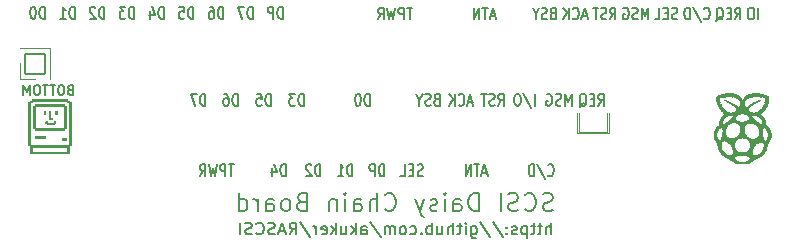
<source format=gbo>
G04 #@! TF.GenerationSoftware,KiCad,Pcbnew,(6.0.4)*
G04 #@! TF.CreationDate,2022-09-08T16:08:29-05:00*
G04 #@! TF.ProjectId,daisy_chain_board,64616973-795f-4636-9861-696e5f626f61,rev?*
G04 #@! TF.SameCoordinates,Original*
G04 #@! TF.FileFunction,Legend,Bot*
G04 #@! TF.FilePolarity,Positive*
%FSLAX46Y46*%
G04 Gerber Fmt 4.6, Leading zero omitted, Abs format (unit mm)*
G04 Created by KiCad (PCBNEW (6.0.4)) date 2022-09-08 16:08:29*
%MOMM*%
%LPD*%
G01*
G04 APERTURE LIST*
G04 Aperture macros list*
%AMRoundRect*
0 Rectangle with rounded corners*
0 $1 Rounding radius*
0 $2 $3 $4 $5 $6 $7 $8 $9 X,Y pos of 4 corners*
0 Add a 4 corners polygon primitive as box body*
4,1,4,$2,$3,$4,$5,$6,$7,$8,$9,$2,$3,0*
0 Add four circle primitives for the rounded corners*
1,1,$1+$1,$2,$3*
1,1,$1+$1,$4,$5*
1,1,$1+$1,$6,$7*
1,1,$1+$1,$8,$9*
0 Add four rect primitives between the rounded corners*
20,1,$1+$1,$2,$3,$4,$5,0*
20,1,$1+$1,$4,$5,$6,$7,0*
20,1,$1+$1,$6,$7,$8,$9,0*
20,1,$1+$1,$8,$9,$2,$3,0*%
G04 Aperture macros list end*
%ADD10C,0.120000*%
%ADD11C,0.150000*%
%ADD12C,0.200000*%
%ADD13C,0.010000*%
%ADD14RoundRect,0.050000X0.850000X-0.850000X0.850000X0.850000X-0.850000X0.850000X-0.850000X-0.850000X0*%
%ADD15O,1.800000X1.800000*%
%ADD16C,1.645000*%
%ADD17C,4.945000*%
%ADD18C,2.800000*%
G04 APERTURE END LIST*
D10*
X222377000Y-87185500D02*
X222377000Y-88900000D01*
X222377000Y-88900000D02*
X225044000Y-88900000D01*
X222504000Y-87185500D02*
X222504000Y-88773000D01*
X222504000Y-88773000D02*
X224917000Y-88773000D01*
X222377000Y-88900000D02*
X225044000Y-88900000D01*
X225044000Y-88900000D02*
X225044000Y-87185500D01*
X222504000Y-88773000D02*
X224917000Y-88773000D01*
X224917000Y-88773000D02*
X224917000Y-87185500D01*
D11*
X220166666Y-97452380D02*
X220166666Y-96452380D01*
X219738095Y-97452380D02*
X219738095Y-96928571D01*
X219785714Y-96833333D01*
X219880952Y-96785714D01*
X220023809Y-96785714D01*
X220119047Y-96833333D01*
X220166666Y-96880952D01*
X219404761Y-96785714D02*
X219023809Y-96785714D01*
X219261904Y-96452380D02*
X219261904Y-97309523D01*
X219214285Y-97404761D01*
X219119047Y-97452380D01*
X219023809Y-97452380D01*
X218833333Y-96785714D02*
X218452380Y-96785714D01*
X218690476Y-96452380D02*
X218690476Y-97309523D01*
X218642857Y-97404761D01*
X218547619Y-97452380D01*
X218452380Y-97452380D01*
X218119047Y-96785714D02*
X218119047Y-97785714D01*
X218119047Y-96833333D02*
X218023809Y-96785714D01*
X217833333Y-96785714D01*
X217738095Y-96833333D01*
X217690476Y-96880952D01*
X217642857Y-96976190D01*
X217642857Y-97261904D01*
X217690476Y-97357142D01*
X217738095Y-97404761D01*
X217833333Y-97452380D01*
X218023809Y-97452380D01*
X218119047Y-97404761D01*
X217261904Y-97404761D02*
X217166666Y-97452380D01*
X216976190Y-97452380D01*
X216880952Y-97404761D01*
X216833333Y-97309523D01*
X216833333Y-97261904D01*
X216880952Y-97166666D01*
X216976190Y-97119047D01*
X217119047Y-97119047D01*
X217214285Y-97071428D01*
X217261904Y-96976190D01*
X217261904Y-96928571D01*
X217214285Y-96833333D01*
X217119047Y-96785714D01*
X216976190Y-96785714D01*
X216880952Y-96833333D01*
X216404761Y-97357142D02*
X216357142Y-97404761D01*
X216404761Y-97452380D01*
X216452380Y-97404761D01*
X216404761Y-97357142D01*
X216404761Y-97452380D01*
X216404761Y-96833333D02*
X216357142Y-96880952D01*
X216404761Y-96928571D01*
X216452380Y-96880952D01*
X216404761Y-96833333D01*
X216404761Y-96928571D01*
X215214285Y-96404761D02*
X216071428Y-97690476D01*
X214166666Y-96404761D02*
X215023809Y-97690476D01*
X213404761Y-96785714D02*
X213404761Y-97595238D01*
X213452380Y-97690476D01*
X213500000Y-97738095D01*
X213595238Y-97785714D01*
X213738095Y-97785714D01*
X213833333Y-97738095D01*
X213404761Y-97404761D02*
X213500000Y-97452380D01*
X213690476Y-97452380D01*
X213785714Y-97404761D01*
X213833333Y-97357142D01*
X213880952Y-97261904D01*
X213880952Y-96976190D01*
X213833333Y-96880952D01*
X213785714Y-96833333D01*
X213690476Y-96785714D01*
X213500000Y-96785714D01*
X213404761Y-96833333D01*
X212928571Y-97452380D02*
X212928571Y-96785714D01*
X212928571Y-96452380D02*
X212976190Y-96500000D01*
X212928571Y-96547619D01*
X212880952Y-96500000D01*
X212928571Y-96452380D01*
X212928571Y-96547619D01*
X212595238Y-96785714D02*
X212214285Y-96785714D01*
X212452380Y-96452380D02*
X212452380Y-97309523D01*
X212404761Y-97404761D01*
X212309523Y-97452380D01*
X212214285Y-97452380D01*
X211880952Y-97452380D02*
X211880952Y-96452380D01*
X211452380Y-97452380D02*
X211452380Y-96928571D01*
X211500000Y-96833333D01*
X211595238Y-96785714D01*
X211738095Y-96785714D01*
X211833333Y-96833333D01*
X211880952Y-96880952D01*
X210547619Y-96785714D02*
X210547619Y-97452380D01*
X210976190Y-96785714D02*
X210976190Y-97309523D01*
X210928571Y-97404761D01*
X210833333Y-97452380D01*
X210690476Y-97452380D01*
X210595238Y-97404761D01*
X210547619Y-97357142D01*
X210071428Y-97452380D02*
X210071428Y-96452380D01*
X210071428Y-96833333D02*
X209976190Y-96785714D01*
X209785714Y-96785714D01*
X209690476Y-96833333D01*
X209642857Y-96880952D01*
X209595238Y-96976190D01*
X209595238Y-97261904D01*
X209642857Y-97357142D01*
X209690476Y-97404761D01*
X209785714Y-97452380D01*
X209976190Y-97452380D01*
X210071428Y-97404761D01*
X209166666Y-97357142D02*
X209119047Y-97404761D01*
X209166666Y-97452380D01*
X209214285Y-97404761D01*
X209166666Y-97357142D01*
X209166666Y-97452380D01*
X208261904Y-97404761D02*
X208357142Y-97452380D01*
X208547619Y-97452380D01*
X208642857Y-97404761D01*
X208690476Y-97357142D01*
X208738095Y-97261904D01*
X208738095Y-96976190D01*
X208690476Y-96880952D01*
X208642857Y-96833333D01*
X208547619Y-96785714D01*
X208357142Y-96785714D01*
X208261904Y-96833333D01*
X207690476Y-97452380D02*
X207785714Y-97404761D01*
X207833333Y-97357142D01*
X207880952Y-97261904D01*
X207880952Y-96976190D01*
X207833333Y-96880952D01*
X207785714Y-96833333D01*
X207690476Y-96785714D01*
X207547619Y-96785714D01*
X207452380Y-96833333D01*
X207404761Y-96880952D01*
X207357142Y-96976190D01*
X207357142Y-97261904D01*
X207404761Y-97357142D01*
X207452380Y-97404761D01*
X207547619Y-97452380D01*
X207690476Y-97452380D01*
X206928571Y-97452380D02*
X206928571Y-96785714D01*
X206928571Y-96880952D02*
X206880952Y-96833333D01*
X206785714Y-96785714D01*
X206642857Y-96785714D01*
X206547619Y-96833333D01*
X206500000Y-96928571D01*
X206500000Y-97452380D01*
X206500000Y-96928571D02*
X206452380Y-96833333D01*
X206357142Y-96785714D01*
X206214285Y-96785714D01*
X206119047Y-96833333D01*
X206071428Y-96928571D01*
X206071428Y-97452380D01*
X204880952Y-96404761D02*
X205738095Y-97690476D01*
X204119047Y-97452380D02*
X204119047Y-96928571D01*
X204166666Y-96833333D01*
X204261904Y-96785714D01*
X204452380Y-96785714D01*
X204547619Y-96833333D01*
X204119047Y-97404761D02*
X204214285Y-97452380D01*
X204452380Y-97452380D01*
X204547619Y-97404761D01*
X204595238Y-97309523D01*
X204595238Y-97214285D01*
X204547619Y-97119047D01*
X204452380Y-97071428D01*
X204214285Y-97071428D01*
X204119047Y-97023809D01*
X203642857Y-97452380D02*
X203642857Y-96452380D01*
X203547619Y-97071428D02*
X203261904Y-97452380D01*
X203261904Y-96785714D02*
X203642857Y-97166666D01*
X202404761Y-96785714D02*
X202404761Y-97452380D01*
X202833333Y-96785714D02*
X202833333Y-97309523D01*
X202785714Y-97404761D01*
X202690476Y-97452380D01*
X202547619Y-97452380D01*
X202452380Y-97404761D01*
X202404761Y-97357142D01*
X201928571Y-97452380D02*
X201928571Y-96452380D01*
X201833333Y-97071428D02*
X201547619Y-97452380D01*
X201547619Y-96785714D02*
X201928571Y-97166666D01*
X200738095Y-97404761D02*
X200833333Y-97452380D01*
X201023809Y-97452380D01*
X201119047Y-97404761D01*
X201166666Y-97309523D01*
X201166666Y-96928571D01*
X201119047Y-96833333D01*
X201023809Y-96785714D01*
X200833333Y-96785714D01*
X200738095Y-96833333D01*
X200690476Y-96928571D01*
X200690476Y-97023809D01*
X201166666Y-97119047D01*
X200261904Y-97452380D02*
X200261904Y-96785714D01*
X200261904Y-96976190D02*
X200214285Y-96880952D01*
X200166666Y-96833333D01*
X200071428Y-96785714D01*
X199976190Y-96785714D01*
X198928571Y-96404761D02*
X199785714Y-97690476D01*
X198023809Y-97452380D02*
X198357142Y-96976190D01*
X198595238Y-97452380D02*
X198595238Y-96452380D01*
X198214285Y-96452380D01*
X198119047Y-96500000D01*
X198071428Y-96547619D01*
X198023809Y-96642857D01*
X198023809Y-96785714D01*
X198071428Y-96880952D01*
X198119047Y-96928571D01*
X198214285Y-96976190D01*
X198595238Y-96976190D01*
X197642857Y-97166666D02*
X197166666Y-97166666D01*
X197738095Y-97452380D02*
X197404761Y-96452380D01*
X197071428Y-97452380D01*
X196785714Y-97404761D02*
X196642857Y-97452380D01*
X196404761Y-97452380D01*
X196309523Y-97404761D01*
X196261904Y-97357142D01*
X196214285Y-97261904D01*
X196214285Y-97166666D01*
X196261904Y-97071428D01*
X196309523Y-97023809D01*
X196404761Y-96976190D01*
X196595238Y-96928571D01*
X196690476Y-96880952D01*
X196738095Y-96833333D01*
X196785714Y-96738095D01*
X196785714Y-96642857D01*
X196738095Y-96547619D01*
X196690476Y-96500000D01*
X196595238Y-96452380D01*
X196357142Y-96452380D01*
X196214285Y-96500000D01*
X195214285Y-97357142D02*
X195261904Y-97404761D01*
X195404761Y-97452380D01*
X195500000Y-97452380D01*
X195642857Y-97404761D01*
X195738095Y-97309523D01*
X195785714Y-97214285D01*
X195833333Y-97023809D01*
X195833333Y-96880952D01*
X195785714Y-96690476D01*
X195738095Y-96595238D01*
X195642857Y-96500000D01*
X195500000Y-96452380D01*
X195404761Y-96452380D01*
X195261904Y-96500000D01*
X195214285Y-96547619D01*
X194833333Y-97404761D02*
X194690476Y-97452380D01*
X194452380Y-97452380D01*
X194357142Y-97404761D01*
X194309523Y-97357142D01*
X194261904Y-97261904D01*
X194261904Y-97166666D01*
X194309523Y-97071428D01*
X194357142Y-97023809D01*
X194452380Y-96976190D01*
X194642857Y-96928571D01*
X194738095Y-96880952D01*
X194785714Y-96833333D01*
X194833333Y-96738095D01*
X194833333Y-96642857D01*
X194785714Y-96547619D01*
X194738095Y-96500000D01*
X194642857Y-96452380D01*
X194404761Y-96452380D01*
X194261904Y-96500000D01*
X193833333Y-97452380D02*
X193833333Y-96452380D01*
X179457119Y-85223357D02*
X179342833Y-85261452D01*
X179304738Y-85299547D01*
X179266642Y-85375738D01*
X179266642Y-85490023D01*
X179304738Y-85566214D01*
X179342833Y-85604309D01*
X179419023Y-85642404D01*
X179723785Y-85642404D01*
X179723785Y-84842404D01*
X179457119Y-84842404D01*
X179380928Y-84880500D01*
X179342833Y-84918595D01*
X179304738Y-84994785D01*
X179304738Y-85070976D01*
X179342833Y-85147166D01*
X179380928Y-85185261D01*
X179457119Y-85223357D01*
X179723785Y-85223357D01*
X178771404Y-84842404D02*
X178619023Y-84842404D01*
X178542833Y-84880500D01*
X178466642Y-84956690D01*
X178428547Y-85109071D01*
X178428547Y-85375738D01*
X178466642Y-85528119D01*
X178542833Y-85604309D01*
X178619023Y-85642404D01*
X178771404Y-85642404D01*
X178847595Y-85604309D01*
X178923785Y-85528119D01*
X178961880Y-85375738D01*
X178961880Y-85109071D01*
X178923785Y-84956690D01*
X178847595Y-84880500D01*
X178771404Y-84842404D01*
X178199976Y-84842404D02*
X177742833Y-84842404D01*
X177971404Y-85642404D02*
X177971404Y-84842404D01*
X177590452Y-84842404D02*
X177133309Y-84842404D01*
X177361880Y-85642404D02*
X177361880Y-84842404D01*
X176714261Y-84842404D02*
X176561880Y-84842404D01*
X176485690Y-84880500D01*
X176409500Y-84956690D01*
X176371404Y-85109071D01*
X176371404Y-85375738D01*
X176409500Y-85528119D01*
X176485690Y-85604309D01*
X176561880Y-85642404D01*
X176714261Y-85642404D01*
X176790452Y-85604309D01*
X176866642Y-85528119D01*
X176904738Y-85375738D01*
X176904738Y-85109071D01*
X176866642Y-84956690D01*
X176790452Y-84880500D01*
X176714261Y-84842404D01*
X176028547Y-85642404D02*
X176028547Y-84842404D01*
X175761880Y-85413833D01*
X175495214Y-84842404D01*
X175495214Y-85642404D01*
X210470666Y-86034571D02*
X210356380Y-86082190D01*
X210318285Y-86129809D01*
X210280190Y-86225047D01*
X210280190Y-86367904D01*
X210318285Y-86463142D01*
X210356380Y-86510761D01*
X210432571Y-86558380D01*
X210737333Y-86558380D01*
X210737333Y-85558380D01*
X210470666Y-85558380D01*
X210394476Y-85606000D01*
X210356380Y-85653619D01*
X210318285Y-85748857D01*
X210318285Y-85844095D01*
X210356380Y-85939333D01*
X210394476Y-85986952D01*
X210470666Y-86034571D01*
X210737333Y-86034571D01*
X209975428Y-86510761D02*
X209861142Y-86558380D01*
X209670666Y-86558380D01*
X209594476Y-86510761D01*
X209556380Y-86463142D01*
X209518285Y-86367904D01*
X209518285Y-86272666D01*
X209556380Y-86177428D01*
X209594476Y-86129809D01*
X209670666Y-86082190D01*
X209823047Y-86034571D01*
X209899238Y-85986952D01*
X209937333Y-85939333D01*
X209975428Y-85844095D01*
X209975428Y-85748857D01*
X209937333Y-85653619D01*
X209899238Y-85606000D01*
X209823047Y-85558380D01*
X209632571Y-85558380D01*
X209518285Y-85606000D01*
X209023047Y-86082190D02*
X209023047Y-86558380D01*
X209289714Y-85558380D02*
X209023047Y-86082190D01*
X208756380Y-85558380D01*
X221900619Y-86558380D02*
X221900619Y-85558380D01*
X221633952Y-86272666D01*
X221367285Y-85558380D01*
X221367285Y-86558380D01*
X221024428Y-86510761D02*
X220910142Y-86558380D01*
X220719666Y-86558380D01*
X220643476Y-86510761D01*
X220605380Y-86463142D01*
X220567285Y-86367904D01*
X220567285Y-86272666D01*
X220605380Y-86177428D01*
X220643476Y-86129809D01*
X220719666Y-86082190D01*
X220872047Y-86034571D01*
X220948238Y-85986952D01*
X220986333Y-85939333D01*
X221024428Y-85844095D01*
X221024428Y-85748857D01*
X220986333Y-85653619D01*
X220948238Y-85606000D01*
X220872047Y-85558380D01*
X220681571Y-85558380D01*
X220567285Y-85606000D01*
X219805380Y-85606000D02*
X219881571Y-85558380D01*
X219995857Y-85558380D01*
X220110142Y-85606000D01*
X220186333Y-85701238D01*
X220224428Y-85796476D01*
X220262523Y-85986952D01*
X220262523Y-86129809D01*
X220224428Y-86320285D01*
X220186333Y-86415523D01*
X220110142Y-86510761D01*
X219995857Y-86558380D01*
X219919666Y-86558380D01*
X219805380Y-86510761D01*
X219767285Y-86463142D01*
X219767285Y-86129809D01*
X219919666Y-86129809D01*
X213524976Y-86272666D02*
X213144023Y-86272666D01*
X213601166Y-86558380D02*
X213334500Y-85558380D01*
X213067833Y-86558380D01*
X212344023Y-86463142D02*
X212382119Y-86510761D01*
X212496404Y-86558380D01*
X212572595Y-86558380D01*
X212686880Y-86510761D01*
X212763071Y-86415523D01*
X212801166Y-86320285D01*
X212839261Y-86129809D01*
X212839261Y-85986952D01*
X212801166Y-85796476D01*
X212763071Y-85701238D01*
X212686880Y-85606000D01*
X212572595Y-85558380D01*
X212496404Y-85558380D01*
X212382119Y-85606000D01*
X212344023Y-85653619D01*
X212001166Y-86558380D02*
X212001166Y-85558380D01*
X211544023Y-86558380D02*
X211886880Y-85986952D01*
X211544023Y-85558380D02*
X212001166Y-86129809D01*
X214718785Y-92241666D02*
X214337833Y-92241666D01*
X214794976Y-92527380D02*
X214528309Y-91527380D01*
X214261642Y-92527380D01*
X214109261Y-91527380D02*
X213652119Y-91527380D01*
X213880690Y-92527380D02*
X213880690Y-91527380D01*
X213385452Y-92527380D02*
X213385452Y-91527380D01*
X212928309Y-92527380D01*
X212928309Y-91527380D01*
X218770095Y-86558380D02*
X218770095Y-85558380D01*
X217817714Y-85510761D02*
X218503428Y-86796476D01*
X217398666Y-85558380D02*
X217246285Y-85558380D01*
X217170095Y-85606000D01*
X217093904Y-85701238D01*
X217055809Y-85891714D01*
X217055809Y-86225047D01*
X217093904Y-86415523D01*
X217170095Y-86510761D01*
X217246285Y-86558380D01*
X217398666Y-86558380D01*
X217474857Y-86510761D01*
X217551047Y-86415523D01*
X217589142Y-86225047D01*
X217589142Y-85891714D01*
X217551047Y-85701238D01*
X217474857Y-85606000D01*
X217398666Y-85558380D01*
X224180333Y-86558380D02*
X224447000Y-86082190D01*
X224637476Y-86558380D02*
X224637476Y-85558380D01*
X224332714Y-85558380D01*
X224256523Y-85606000D01*
X224218428Y-85653619D01*
X224180333Y-85748857D01*
X224180333Y-85891714D01*
X224218428Y-85986952D01*
X224256523Y-86034571D01*
X224332714Y-86082190D01*
X224637476Y-86082190D01*
X223837476Y-86034571D02*
X223570809Y-86034571D01*
X223456523Y-86558380D02*
X223837476Y-86558380D01*
X223837476Y-85558380D01*
X223456523Y-85558380D01*
X222580333Y-86653619D02*
X222656523Y-86606000D01*
X222732714Y-86510761D01*
X222847000Y-86367904D01*
X222923190Y-86320285D01*
X222999380Y-86320285D01*
X222961285Y-86558380D02*
X223037476Y-86510761D01*
X223113666Y-86415523D01*
X223151761Y-86225047D01*
X223151761Y-85891714D01*
X223113666Y-85701238D01*
X223037476Y-85606000D01*
X222961285Y-85558380D01*
X222808904Y-85558380D01*
X222732714Y-85606000D01*
X222656523Y-85701238D01*
X222618428Y-85891714D01*
X222618428Y-86225047D01*
X222656523Y-86415523D01*
X222732714Y-86510761D01*
X222808904Y-86558380D01*
X222961285Y-86558380D01*
X219900428Y-92432142D02*
X219938523Y-92479761D01*
X220052809Y-92527380D01*
X220129000Y-92527380D01*
X220243285Y-92479761D01*
X220319476Y-92384523D01*
X220357571Y-92289285D01*
X220395666Y-92098809D01*
X220395666Y-91955952D01*
X220357571Y-91765476D01*
X220319476Y-91670238D01*
X220243285Y-91575000D01*
X220129000Y-91527380D01*
X220052809Y-91527380D01*
X219938523Y-91575000D01*
X219900428Y-91622619D01*
X218986142Y-91479761D02*
X219671857Y-92765476D01*
X218719476Y-92527380D02*
X218719476Y-91527380D01*
X218529000Y-91527380D01*
X218414714Y-91575000D01*
X218338523Y-91670238D01*
X218300428Y-91765476D01*
X218262333Y-91955952D01*
X218262333Y-92098809D01*
X218300428Y-92289285D01*
X218338523Y-92384523D01*
X218414714Y-92479761D01*
X218529000Y-92527380D01*
X218719476Y-92527380D01*
X204806476Y-86558380D02*
X204806476Y-85558380D01*
X204616000Y-85558380D01*
X204501714Y-85606000D01*
X204425523Y-85701238D01*
X204387428Y-85796476D01*
X204349333Y-85986952D01*
X204349333Y-86129809D01*
X204387428Y-86320285D01*
X204425523Y-86415523D01*
X204501714Y-86510761D01*
X204616000Y-86558380D01*
X204806476Y-86558380D01*
X203854095Y-85558380D02*
X203777904Y-85558380D01*
X203701714Y-85606000D01*
X203663619Y-85653619D01*
X203625523Y-85748857D01*
X203587428Y-85939333D01*
X203587428Y-86177428D01*
X203625523Y-86367904D01*
X203663619Y-86463142D01*
X203701714Y-86510761D01*
X203777904Y-86558380D01*
X203854095Y-86558380D01*
X203930285Y-86510761D01*
X203968380Y-86463142D01*
X204006476Y-86367904D01*
X204044571Y-86177428D01*
X204044571Y-85939333D01*
X204006476Y-85748857D01*
X203968380Y-85653619D01*
X203930285Y-85606000D01*
X203854095Y-85558380D01*
X200615476Y-92527380D02*
X200615476Y-91527380D01*
X200425000Y-91527380D01*
X200310714Y-91575000D01*
X200234523Y-91670238D01*
X200196428Y-91765476D01*
X200158333Y-91955952D01*
X200158333Y-92098809D01*
X200196428Y-92289285D01*
X200234523Y-92384523D01*
X200310714Y-92479761D01*
X200425000Y-92527380D01*
X200615476Y-92527380D01*
X199853571Y-91622619D02*
X199815476Y-91575000D01*
X199739285Y-91527380D01*
X199548809Y-91527380D01*
X199472619Y-91575000D01*
X199434523Y-91622619D01*
X199396428Y-91717857D01*
X199396428Y-91813095D01*
X199434523Y-91955952D01*
X199891666Y-92527380D01*
X199396428Y-92527380D01*
X193319214Y-91527380D02*
X192862071Y-91527380D01*
X193090642Y-92527380D02*
X193090642Y-91527380D01*
X192595404Y-92527380D02*
X192595404Y-91527380D01*
X192290642Y-91527380D01*
X192214452Y-91575000D01*
X192176357Y-91622619D01*
X192138261Y-91717857D01*
X192138261Y-91860714D01*
X192176357Y-91955952D01*
X192214452Y-92003571D01*
X192290642Y-92051190D01*
X192595404Y-92051190D01*
X191871595Y-91527380D02*
X191681119Y-92527380D01*
X191528738Y-91813095D01*
X191376357Y-92527380D01*
X191185880Y-91527380D01*
X190423976Y-92527380D02*
X190690642Y-92051190D01*
X190881119Y-92527380D02*
X190881119Y-91527380D01*
X190576357Y-91527380D01*
X190500166Y-91575000D01*
X190462071Y-91622619D01*
X190423976Y-91717857D01*
X190423976Y-91860714D01*
X190462071Y-91955952D01*
X190500166Y-92003571D01*
X190576357Y-92051190D01*
X190881119Y-92051190D01*
X190899976Y-86558380D02*
X190899976Y-85558380D01*
X190709500Y-85558380D01*
X190595214Y-85606000D01*
X190519023Y-85701238D01*
X190480928Y-85796476D01*
X190442833Y-85986952D01*
X190442833Y-86129809D01*
X190480928Y-86320285D01*
X190519023Y-86415523D01*
X190595214Y-86510761D01*
X190709500Y-86558380D01*
X190899976Y-86558380D01*
X190176166Y-85558380D02*
X189642833Y-85558380D01*
X189985690Y-86558380D01*
X196424476Y-86558380D02*
X196424476Y-85558380D01*
X196234000Y-85558380D01*
X196119714Y-85606000D01*
X196043523Y-85701238D01*
X196005428Y-85796476D01*
X195967333Y-85986952D01*
X195967333Y-86129809D01*
X196005428Y-86320285D01*
X196043523Y-86415523D01*
X196119714Y-86510761D01*
X196234000Y-86558380D01*
X196424476Y-86558380D01*
X195243523Y-85558380D02*
X195624476Y-85558380D01*
X195662571Y-86034571D01*
X195624476Y-85986952D01*
X195548285Y-85939333D01*
X195357809Y-85939333D01*
X195281619Y-85986952D01*
X195243523Y-86034571D01*
X195205428Y-86129809D01*
X195205428Y-86367904D01*
X195243523Y-86463142D01*
X195281619Y-86510761D01*
X195357809Y-86558380D01*
X195548285Y-86558380D01*
X195624476Y-86510761D01*
X195662571Y-86463142D01*
X203345976Y-92527380D02*
X203345976Y-91527380D01*
X203155500Y-91527380D01*
X203041214Y-91575000D01*
X202965023Y-91670238D01*
X202926928Y-91765476D01*
X202888833Y-91955952D01*
X202888833Y-92098809D01*
X202926928Y-92289285D01*
X202965023Y-92384523D01*
X203041214Y-92479761D01*
X203155500Y-92527380D01*
X203345976Y-92527380D01*
X202126928Y-92527380D02*
X202584071Y-92527380D01*
X202355500Y-92527380D02*
X202355500Y-91527380D01*
X202431690Y-91670238D01*
X202507880Y-91765476D01*
X202584071Y-91813095D01*
X193630476Y-86558380D02*
X193630476Y-85558380D01*
X193440000Y-85558380D01*
X193325714Y-85606000D01*
X193249523Y-85701238D01*
X193211428Y-85796476D01*
X193173333Y-85986952D01*
X193173333Y-86129809D01*
X193211428Y-86320285D01*
X193249523Y-86415523D01*
X193325714Y-86510761D01*
X193440000Y-86558380D01*
X193630476Y-86558380D01*
X192487619Y-85558380D02*
X192640000Y-85558380D01*
X192716190Y-85606000D01*
X192754285Y-85653619D01*
X192830476Y-85796476D01*
X192868571Y-85986952D01*
X192868571Y-86367904D01*
X192830476Y-86463142D01*
X192792380Y-86510761D01*
X192716190Y-86558380D01*
X192563809Y-86558380D01*
X192487619Y-86510761D01*
X192449523Y-86463142D01*
X192411428Y-86367904D01*
X192411428Y-86129809D01*
X192449523Y-86034571D01*
X192487619Y-85986952D01*
X192563809Y-85939333D01*
X192716190Y-85939333D01*
X192792380Y-85986952D01*
X192830476Y-86034571D01*
X192868571Y-86129809D01*
X209321285Y-92479761D02*
X209207000Y-92527380D01*
X209016523Y-92527380D01*
X208940333Y-92479761D01*
X208902238Y-92432142D01*
X208864142Y-92336904D01*
X208864142Y-92241666D01*
X208902238Y-92146428D01*
X208940333Y-92098809D01*
X209016523Y-92051190D01*
X209168904Y-92003571D01*
X209245095Y-91955952D01*
X209283190Y-91908333D01*
X209321285Y-91813095D01*
X209321285Y-91717857D01*
X209283190Y-91622619D01*
X209245095Y-91575000D01*
X209168904Y-91527380D01*
X208978428Y-91527380D01*
X208864142Y-91575000D01*
X208521285Y-92003571D02*
X208254619Y-92003571D01*
X208140333Y-92527380D02*
X208521285Y-92527380D01*
X208521285Y-91527380D01*
X208140333Y-91527380D01*
X207416523Y-92527380D02*
X207797476Y-92527380D01*
X207797476Y-91527380D01*
X197694476Y-92527380D02*
X197694476Y-91527380D01*
X197504000Y-91527380D01*
X197389714Y-91575000D01*
X197313523Y-91670238D01*
X197275428Y-91765476D01*
X197237333Y-91955952D01*
X197237333Y-92098809D01*
X197275428Y-92289285D01*
X197313523Y-92384523D01*
X197389714Y-92479761D01*
X197504000Y-92527380D01*
X197694476Y-92527380D01*
X196551619Y-91860714D02*
X196551619Y-92527380D01*
X196742095Y-91479761D02*
X196932571Y-92194047D01*
X196437333Y-92194047D01*
X206032023Y-92527380D02*
X206032023Y-91527380D01*
X205841547Y-91527380D01*
X205727261Y-91575000D01*
X205651071Y-91670238D01*
X205612976Y-91765476D01*
X205574880Y-91955952D01*
X205574880Y-92098809D01*
X205612976Y-92289285D01*
X205651071Y-92384523D01*
X205727261Y-92479761D01*
X205841547Y-92527380D01*
X206032023Y-92527380D01*
X205232023Y-92527380D02*
X205232023Y-91527380D01*
X204927261Y-91527380D01*
X204851071Y-91575000D01*
X204812976Y-91622619D01*
X204774880Y-91717857D01*
X204774880Y-91860714D01*
X204812976Y-91955952D01*
X204851071Y-92003571D01*
X204927261Y-92051190D01*
X205232023Y-92051190D01*
X215703095Y-86558380D02*
X215969761Y-86082190D01*
X216160238Y-86558380D02*
X216160238Y-85558380D01*
X215855476Y-85558380D01*
X215779285Y-85606000D01*
X215741190Y-85653619D01*
X215703095Y-85748857D01*
X215703095Y-85891714D01*
X215741190Y-85986952D01*
X215779285Y-86034571D01*
X215855476Y-86082190D01*
X216160238Y-86082190D01*
X215398333Y-86510761D02*
X215284047Y-86558380D01*
X215093571Y-86558380D01*
X215017380Y-86510761D01*
X214979285Y-86463142D01*
X214941190Y-86367904D01*
X214941190Y-86272666D01*
X214979285Y-86177428D01*
X215017380Y-86129809D01*
X215093571Y-86082190D01*
X215245952Y-86034571D01*
X215322142Y-85986952D01*
X215360238Y-85939333D01*
X215398333Y-85844095D01*
X215398333Y-85748857D01*
X215360238Y-85653619D01*
X215322142Y-85606000D01*
X215245952Y-85558380D01*
X215055476Y-85558380D01*
X214941190Y-85606000D01*
X214712619Y-85558380D02*
X214255476Y-85558380D01*
X214484047Y-86558380D02*
X214484047Y-85558380D01*
X199218476Y-86558380D02*
X199218476Y-85558380D01*
X199028000Y-85558380D01*
X198913714Y-85606000D01*
X198837523Y-85701238D01*
X198799428Y-85796476D01*
X198761333Y-85986952D01*
X198761333Y-86129809D01*
X198799428Y-86320285D01*
X198837523Y-86415523D01*
X198913714Y-86510761D01*
X199028000Y-86558380D01*
X199218476Y-86558380D01*
X198494666Y-85558380D02*
X197999428Y-85558380D01*
X198266095Y-85939333D01*
X198151809Y-85939333D01*
X198075619Y-85986952D01*
X198037523Y-86034571D01*
X197999428Y-86129809D01*
X197999428Y-86367904D01*
X198037523Y-86463142D01*
X198075619Y-86510761D01*
X198151809Y-86558380D01*
X198380380Y-86558380D01*
X198456571Y-86510761D01*
X198494666Y-86463142D01*
X197459523Y-79192380D02*
X197459523Y-78192380D01*
X197269047Y-78192380D01*
X197154761Y-78240000D01*
X197078571Y-78335238D01*
X197040476Y-78430476D01*
X197002380Y-78620952D01*
X197002380Y-78763809D01*
X197040476Y-78954285D01*
X197078571Y-79049523D01*
X197154761Y-79144761D01*
X197269047Y-79192380D01*
X197459523Y-79192380D01*
X196659523Y-79192380D02*
X196659523Y-78192380D01*
X196354761Y-78192380D01*
X196278571Y-78240000D01*
X196240476Y-78287619D01*
X196202380Y-78382857D01*
X196202380Y-78525714D01*
X196240476Y-78620952D01*
X196278571Y-78668571D01*
X196354761Y-78716190D01*
X196659523Y-78716190D01*
X233093876Y-79160642D02*
X233131971Y-79208261D01*
X233246257Y-79255880D01*
X233322448Y-79255880D01*
X233436733Y-79208261D01*
X233512924Y-79113023D01*
X233551019Y-79017785D01*
X233589114Y-78827309D01*
X233589114Y-78684452D01*
X233551019Y-78493976D01*
X233512924Y-78398738D01*
X233436733Y-78303500D01*
X233322448Y-78255880D01*
X233246257Y-78255880D01*
X233131971Y-78303500D01*
X233093876Y-78351119D01*
X232179590Y-78208261D02*
X232865305Y-79493976D01*
X231912924Y-79255880D02*
X231912924Y-78255880D01*
X231722448Y-78255880D01*
X231608162Y-78303500D01*
X231531971Y-78398738D01*
X231493876Y-78493976D01*
X231455781Y-78684452D01*
X231455781Y-78827309D01*
X231493876Y-79017785D01*
X231531971Y-79113023D01*
X231608162Y-79208261D01*
X231722448Y-79255880D01*
X231912924Y-79255880D01*
X215417285Y-78970166D02*
X215036333Y-78970166D01*
X215493476Y-79255880D02*
X215226809Y-78255880D01*
X214960142Y-79255880D01*
X214807761Y-78255880D02*
X214350619Y-78255880D01*
X214579190Y-79255880D02*
X214579190Y-78255880D01*
X214083952Y-79255880D02*
X214083952Y-78255880D01*
X213626809Y-79255880D01*
X213626809Y-78255880D01*
X223196928Y-78970166D02*
X222815975Y-78970166D01*
X223273118Y-79255880D02*
X223006452Y-78255880D01*
X222739785Y-79255880D01*
X222015975Y-79160642D02*
X222054071Y-79208261D01*
X222168356Y-79255880D01*
X222244547Y-79255880D01*
X222358832Y-79208261D01*
X222435023Y-79113023D01*
X222473118Y-79017785D01*
X222511213Y-78827309D01*
X222511213Y-78684452D01*
X222473118Y-78493976D01*
X222435023Y-78398738D01*
X222358832Y-78303500D01*
X222244547Y-78255880D01*
X222168356Y-78255880D01*
X222054071Y-78303500D01*
X222015975Y-78351119D01*
X221673118Y-79255880D02*
X221673118Y-78255880D01*
X221215975Y-79255880D02*
X221558832Y-78684452D01*
X221215975Y-78255880D02*
X221673118Y-78827309D01*
X187366200Y-79192380D02*
X187366200Y-78192380D01*
X187175724Y-78192380D01*
X187061438Y-78240000D01*
X186985247Y-78335238D01*
X186947152Y-78430476D01*
X186909057Y-78620952D01*
X186909057Y-78763809D01*
X186947152Y-78954285D01*
X186985247Y-79049523D01*
X187061438Y-79144761D01*
X187175724Y-79192380D01*
X187366200Y-79192380D01*
X186223343Y-78525714D02*
X186223343Y-79192380D01*
X186413819Y-78144761D02*
X186604295Y-78859047D01*
X186109057Y-78859047D01*
X194907618Y-79192380D02*
X194907618Y-78192380D01*
X194717142Y-78192380D01*
X194602856Y-78240000D01*
X194526665Y-78335238D01*
X194488570Y-78430476D01*
X194450475Y-78620952D01*
X194450475Y-78763809D01*
X194488570Y-78954285D01*
X194526665Y-79049523D01*
X194602856Y-79144761D01*
X194717142Y-79192380D01*
X194907618Y-79192380D01*
X194183808Y-78192380D02*
X193650475Y-78192380D01*
X193993332Y-79192380D01*
X184852394Y-79192380D02*
X184852394Y-78192380D01*
X184661918Y-78192380D01*
X184547632Y-78240000D01*
X184471441Y-78335238D01*
X184433346Y-78430476D01*
X184395251Y-78620952D01*
X184395251Y-78763809D01*
X184433346Y-78954285D01*
X184471441Y-79049523D01*
X184547632Y-79144761D01*
X184661918Y-79192380D01*
X184852394Y-79192380D01*
X184128584Y-78192380D02*
X183633346Y-78192380D01*
X183900013Y-78573333D01*
X183785727Y-78573333D01*
X183709537Y-78620952D01*
X183671441Y-78668571D01*
X183633346Y-78763809D01*
X183633346Y-79001904D01*
X183671441Y-79097142D01*
X183709537Y-79144761D01*
X183785727Y-79192380D01*
X184014298Y-79192380D01*
X184090489Y-79144761D01*
X184128584Y-79097142D01*
X208432214Y-78255880D02*
X207975071Y-78255880D01*
X208203642Y-79255880D02*
X208203642Y-78255880D01*
X207708404Y-79255880D02*
X207708404Y-78255880D01*
X207403642Y-78255880D01*
X207327452Y-78303500D01*
X207289357Y-78351119D01*
X207251261Y-78446357D01*
X207251261Y-78589214D01*
X207289357Y-78684452D01*
X207327452Y-78732071D01*
X207403642Y-78779690D01*
X207708404Y-78779690D01*
X206984595Y-78255880D02*
X206794119Y-79255880D01*
X206641738Y-78541595D01*
X206489357Y-79255880D01*
X206298880Y-78255880D01*
X205536976Y-79255880D02*
X205803642Y-78779690D01*
X205994119Y-79255880D02*
X205994119Y-78255880D01*
X205689357Y-78255880D01*
X205613166Y-78303500D01*
X205575071Y-78351119D01*
X205536976Y-78446357D01*
X205536976Y-78589214D01*
X205575071Y-78684452D01*
X205613166Y-78732071D01*
X205689357Y-78779690D01*
X205994119Y-78779690D01*
X228393022Y-79255880D02*
X228393022Y-78255880D01*
X228126355Y-78970166D01*
X227859688Y-78255880D01*
X227859688Y-79255880D01*
X227516831Y-79208261D02*
X227402545Y-79255880D01*
X227212069Y-79255880D01*
X227135879Y-79208261D01*
X227097783Y-79160642D01*
X227059688Y-79065404D01*
X227059688Y-78970166D01*
X227097783Y-78874928D01*
X227135879Y-78827309D01*
X227212069Y-78779690D01*
X227364450Y-78732071D01*
X227440641Y-78684452D01*
X227478736Y-78636833D01*
X227516831Y-78541595D01*
X227516831Y-78446357D01*
X227478736Y-78351119D01*
X227440641Y-78303500D01*
X227364450Y-78255880D01*
X227173974Y-78255880D01*
X227059688Y-78303500D01*
X226297783Y-78303500D02*
X226373974Y-78255880D01*
X226488260Y-78255880D01*
X226602545Y-78303500D01*
X226678736Y-78398738D01*
X226716831Y-78493976D01*
X226754926Y-78684452D01*
X226754926Y-78827309D01*
X226716831Y-79017785D01*
X226678736Y-79113023D01*
X226602545Y-79208261D01*
X226488260Y-79255880D01*
X226412069Y-79255880D01*
X226297783Y-79208261D01*
X226259688Y-79160642D01*
X226259688Y-78827309D01*
X226412069Y-78827309D01*
X179824782Y-79192380D02*
X179824782Y-78192380D01*
X179634306Y-78192380D01*
X179520020Y-78240000D01*
X179443829Y-78335238D01*
X179405734Y-78430476D01*
X179367639Y-78620952D01*
X179367639Y-78763809D01*
X179405734Y-78954285D01*
X179443829Y-79049523D01*
X179520020Y-79144761D01*
X179634306Y-79192380D01*
X179824782Y-79192380D01*
X178605734Y-79192380D02*
X179062877Y-79192380D01*
X178834306Y-79192380D02*
X178834306Y-78192380D01*
X178910496Y-78335238D01*
X178986686Y-78430476D01*
X179062877Y-78478095D01*
X225166403Y-79255880D02*
X225433069Y-78779690D01*
X225623546Y-79255880D02*
X225623546Y-78255880D01*
X225318784Y-78255880D01*
X225242593Y-78303500D01*
X225204498Y-78351119D01*
X225166403Y-78446357D01*
X225166403Y-78589214D01*
X225204498Y-78684452D01*
X225242593Y-78732071D01*
X225318784Y-78779690D01*
X225623546Y-78779690D01*
X224861641Y-79208261D02*
X224747355Y-79255880D01*
X224556879Y-79255880D01*
X224480688Y-79208261D01*
X224442593Y-79160642D01*
X224404498Y-79065404D01*
X224404498Y-78970166D01*
X224442593Y-78874928D01*
X224480688Y-78827309D01*
X224556879Y-78779690D01*
X224709260Y-78732071D01*
X224785450Y-78684452D01*
X224823546Y-78636833D01*
X224861641Y-78541595D01*
X224861641Y-78446357D01*
X224823546Y-78351119D01*
X224785450Y-78303500D01*
X224709260Y-78255880D01*
X224518784Y-78255880D01*
X224404498Y-78303500D01*
X224175927Y-78255880D02*
X223718784Y-78255880D01*
X223947355Y-79255880D02*
X223947355Y-78255880D01*
X237718547Y-79255880D02*
X237718547Y-78255880D01*
X237185214Y-78255880D02*
X237032833Y-78255880D01*
X236956642Y-78303500D01*
X236880452Y-78398738D01*
X236842357Y-78589214D01*
X236842357Y-78922547D01*
X236880452Y-79113023D01*
X236956642Y-79208261D01*
X237032833Y-79255880D01*
X237185214Y-79255880D01*
X237261404Y-79208261D01*
X237337595Y-79113023D01*
X237375690Y-78922547D01*
X237375690Y-78589214D01*
X237337595Y-78398738D01*
X237261404Y-78303500D01*
X237185214Y-78255880D01*
X235749066Y-79255880D02*
X236015733Y-78779690D01*
X236206209Y-79255880D02*
X236206209Y-78255880D01*
X235901447Y-78255880D01*
X235825256Y-78303500D01*
X235787161Y-78351119D01*
X235749066Y-78446357D01*
X235749066Y-78589214D01*
X235787161Y-78684452D01*
X235825256Y-78732071D01*
X235901447Y-78779690D01*
X236206209Y-78779690D01*
X235406209Y-78732071D02*
X235139542Y-78732071D01*
X235025256Y-79255880D02*
X235406209Y-79255880D01*
X235406209Y-78255880D01*
X235025256Y-78255880D01*
X234149066Y-79351119D02*
X234225256Y-79303500D01*
X234301447Y-79208261D01*
X234415733Y-79065404D01*
X234491923Y-79017785D01*
X234568113Y-79017785D01*
X234530018Y-79255880D02*
X234606209Y-79208261D01*
X234682399Y-79113023D01*
X234720494Y-78922547D01*
X234720494Y-78589214D01*
X234682399Y-78398738D01*
X234606209Y-78303500D01*
X234530018Y-78255880D01*
X234377637Y-78255880D01*
X234301447Y-78303500D01*
X234225256Y-78398738D01*
X234187161Y-78589214D01*
X234187161Y-78922547D01*
X234225256Y-79113023D01*
X234301447Y-79208261D01*
X234377637Y-79255880D01*
X234530018Y-79255880D01*
X230857734Y-79208261D02*
X230743449Y-79255880D01*
X230552972Y-79255880D01*
X230476782Y-79208261D01*
X230438687Y-79160642D01*
X230400591Y-79065404D01*
X230400591Y-78970166D01*
X230438687Y-78874928D01*
X230476782Y-78827309D01*
X230552972Y-78779690D01*
X230705353Y-78732071D01*
X230781544Y-78684452D01*
X230819639Y-78636833D01*
X230857734Y-78541595D01*
X230857734Y-78446357D01*
X230819639Y-78351119D01*
X230781544Y-78303500D01*
X230705353Y-78255880D01*
X230514877Y-78255880D01*
X230400591Y-78303500D01*
X230057734Y-78732071D02*
X229791068Y-78732071D01*
X229676782Y-79255880D02*
X230057734Y-79255880D01*
X230057734Y-78255880D01*
X229676782Y-78255880D01*
X228952972Y-79255880D02*
X229333925Y-79255880D01*
X229333925Y-78255880D01*
X220313166Y-78732071D02*
X220198880Y-78779690D01*
X220160785Y-78827309D01*
X220122690Y-78922547D01*
X220122690Y-79065404D01*
X220160785Y-79160642D01*
X220198880Y-79208261D01*
X220275071Y-79255880D01*
X220579833Y-79255880D01*
X220579833Y-78255880D01*
X220313166Y-78255880D01*
X220236976Y-78303500D01*
X220198880Y-78351119D01*
X220160785Y-78446357D01*
X220160785Y-78541595D01*
X220198880Y-78636833D01*
X220236976Y-78684452D01*
X220313166Y-78732071D01*
X220579833Y-78732071D01*
X219817928Y-79208261D02*
X219703642Y-79255880D01*
X219513166Y-79255880D01*
X219436976Y-79208261D01*
X219398880Y-79160642D01*
X219360785Y-79065404D01*
X219360785Y-78970166D01*
X219398880Y-78874928D01*
X219436976Y-78827309D01*
X219513166Y-78779690D01*
X219665547Y-78732071D01*
X219741738Y-78684452D01*
X219779833Y-78636833D01*
X219817928Y-78541595D01*
X219817928Y-78446357D01*
X219779833Y-78351119D01*
X219741738Y-78303500D01*
X219665547Y-78255880D01*
X219475071Y-78255880D01*
X219360785Y-78303500D01*
X218865547Y-78779690D02*
X218865547Y-79255880D01*
X219132214Y-78255880D02*
X218865547Y-78779690D01*
X218598880Y-78255880D01*
X192393812Y-79192380D02*
X192393812Y-78192380D01*
X192203336Y-78192380D01*
X192089050Y-78240000D01*
X192012859Y-78335238D01*
X191974764Y-78430476D01*
X191936669Y-78620952D01*
X191936669Y-78763809D01*
X191974764Y-78954285D01*
X192012859Y-79049523D01*
X192089050Y-79144761D01*
X192203336Y-79192380D01*
X192393812Y-79192380D01*
X191250955Y-78192380D02*
X191403336Y-78192380D01*
X191479526Y-78240000D01*
X191517621Y-78287619D01*
X191593812Y-78430476D01*
X191631907Y-78620952D01*
X191631907Y-79001904D01*
X191593812Y-79097142D01*
X191555716Y-79144761D01*
X191479526Y-79192380D01*
X191327145Y-79192380D01*
X191250955Y-79144761D01*
X191212859Y-79097142D01*
X191174764Y-79001904D01*
X191174764Y-78763809D01*
X191212859Y-78668571D01*
X191250955Y-78620952D01*
X191327145Y-78573333D01*
X191479526Y-78573333D01*
X191555716Y-78620952D01*
X191593812Y-78668571D01*
X191631907Y-78763809D01*
X189880006Y-79192380D02*
X189880006Y-78192380D01*
X189689530Y-78192380D01*
X189575244Y-78240000D01*
X189499053Y-78335238D01*
X189460958Y-78430476D01*
X189422863Y-78620952D01*
X189422863Y-78763809D01*
X189460958Y-78954285D01*
X189499053Y-79049523D01*
X189575244Y-79144761D01*
X189689530Y-79192380D01*
X189880006Y-79192380D01*
X188699053Y-78192380D02*
X189080006Y-78192380D01*
X189118101Y-78668571D01*
X189080006Y-78620952D01*
X189003815Y-78573333D01*
X188813339Y-78573333D01*
X188737149Y-78620952D01*
X188699053Y-78668571D01*
X188660958Y-78763809D01*
X188660958Y-79001904D01*
X188699053Y-79097142D01*
X188737149Y-79144761D01*
X188813339Y-79192380D01*
X189003815Y-79192380D01*
X189080006Y-79144761D01*
X189118101Y-79097142D01*
X182338588Y-79192380D02*
X182338588Y-78192380D01*
X182148112Y-78192380D01*
X182033826Y-78240000D01*
X181957635Y-78335238D01*
X181919540Y-78430476D01*
X181881445Y-78620952D01*
X181881445Y-78763809D01*
X181919540Y-78954285D01*
X181957635Y-79049523D01*
X182033826Y-79144761D01*
X182148112Y-79192380D01*
X182338588Y-79192380D01*
X181576683Y-78287619D02*
X181538588Y-78240000D01*
X181462397Y-78192380D01*
X181271921Y-78192380D01*
X181195731Y-78240000D01*
X181157635Y-78287619D01*
X181119540Y-78382857D01*
X181119540Y-78478095D01*
X181157635Y-78620952D01*
X181614778Y-79192380D01*
X181119540Y-79192380D01*
X177310976Y-79192380D02*
X177310976Y-78192380D01*
X177120500Y-78192380D01*
X177006214Y-78240000D01*
X176930023Y-78335238D01*
X176891928Y-78430476D01*
X176853833Y-78620952D01*
X176853833Y-78763809D01*
X176891928Y-78954285D01*
X176930023Y-79049523D01*
X177006214Y-79144761D01*
X177120500Y-79192380D01*
X177310976Y-79192380D01*
X176358595Y-78192380D02*
X176282404Y-78192380D01*
X176206214Y-78240000D01*
X176168119Y-78287619D01*
X176130023Y-78382857D01*
X176091928Y-78573333D01*
X176091928Y-78811428D01*
X176130023Y-79001904D01*
X176168119Y-79097142D01*
X176206214Y-79144761D01*
X176282404Y-79192380D01*
X176358595Y-79192380D01*
X176434785Y-79144761D01*
X176472880Y-79097142D01*
X176510976Y-79001904D01*
X176549071Y-78811428D01*
X176549071Y-78573333D01*
X176510976Y-78382857D01*
X176472880Y-78287619D01*
X176434785Y-78240000D01*
X176358595Y-78192380D01*
D12*
X220321428Y-95407142D02*
X220107142Y-95478571D01*
X219750000Y-95478571D01*
X219607142Y-95407142D01*
X219535714Y-95335714D01*
X219464285Y-95192857D01*
X219464285Y-95050000D01*
X219535714Y-94907142D01*
X219607142Y-94835714D01*
X219750000Y-94764285D01*
X220035714Y-94692857D01*
X220178571Y-94621428D01*
X220250000Y-94550000D01*
X220321428Y-94407142D01*
X220321428Y-94264285D01*
X220250000Y-94121428D01*
X220178571Y-94050000D01*
X220035714Y-93978571D01*
X219678571Y-93978571D01*
X219464285Y-94050000D01*
X217964285Y-95335714D02*
X218035714Y-95407142D01*
X218250000Y-95478571D01*
X218392857Y-95478571D01*
X218607142Y-95407142D01*
X218750000Y-95264285D01*
X218821428Y-95121428D01*
X218892857Y-94835714D01*
X218892857Y-94621428D01*
X218821428Y-94335714D01*
X218750000Y-94192857D01*
X218607142Y-94050000D01*
X218392857Y-93978571D01*
X218250000Y-93978571D01*
X218035714Y-94050000D01*
X217964285Y-94121428D01*
X217392857Y-95407142D02*
X217178571Y-95478571D01*
X216821428Y-95478571D01*
X216678571Y-95407142D01*
X216607142Y-95335714D01*
X216535714Y-95192857D01*
X216535714Y-95050000D01*
X216607142Y-94907142D01*
X216678571Y-94835714D01*
X216821428Y-94764285D01*
X217107142Y-94692857D01*
X217250000Y-94621428D01*
X217321428Y-94550000D01*
X217392857Y-94407142D01*
X217392857Y-94264285D01*
X217321428Y-94121428D01*
X217250000Y-94050000D01*
X217107142Y-93978571D01*
X216750000Y-93978571D01*
X216535714Y-94050000D01*
X215892857Y-95478571D02*
X215892857Y-93978571D01*
X214035714Y-95478571D02*
X214035714Y-93978571D01*
X213678571Y-93978571D01*
X213464285Y-94050000D01*
X213321428Y-94192857D01*
X213250000Y-94335714D01*
X213178571Y-94621428D01*
X213178571Y-94835714D01*
X213250000Y-95121428D01*
X213321428Y-95264285D01*
X213464285Y-95407142D01*
X213678571Y-95478571D01*
X214035714Y-95478571D01*
X211892857Y-95478571D02*
X211892857Y-94692857D01*
X211964285Y-94550000D01*
X212107142Y-94478571D01*
X212392857Y-94478571D01*
X212535714Y-94550000D01*
X211892857Y-95407142D02*
X212035714Y-95478571D01*
X212392857Y-95478571D01*
X212535714Y-95407142D01*
X212607142Y-95264285D01*
X212607142Y-95121428D01*
X212535714Y-94978571D01*
X212392857Y-94907142D01*
X212035714Y-94907142D01*
X211892857Y-94835714D01*
X211178571Y-95478571D02*
X211178571Y-94478571D01*
X211178571Y-93978571D02*
X211250000Y-94050000D01*
X211178571Y-94121428D01*
X211107142Y-94050000D01*
X211178571Y-93978571D01*
X211178571Y-94121428D01*
X210535714Y-95407142D02*
X210392857Y-95478571D01*
X210107142Y-95478571D01*
X209964285Y-95407142D01*
X209892857Y-95264285D01*
X209892857Y-95192857D01*
X209964285Y-95050000D01*
X210107142Y-94978571D01*
X210321428Y-94978571D01*
X210464285Y-94907142D01*
X210535714Y-94764285D01*
X210535714Y-94692857D01*
X210464285Y-94550000D01*
X210321428Y-94478571D01*
X210107142Y-94478571D01*
X209964285Y-94550000D01*
X209392857Y-94478571D02*
X209035714Y-95478571D01*
X208678571Y-94478571D02*
X209035714Y-95478571D01*
X209178571Y-95835714D01*
X209250000Y-95907142D01*
X209392857Y-95978571D01*
X206107142Y-95335714D02*
X206178571Y-95407142D01*
X206392857Y-95478571D01*
X206535714Y-95478571D01*
X206750000Y-95407142D01*
X206892857Y-95264285D01*
X206964285Y-95121428D01*
X207035714Y-94835714D01*
X207035714Y-94621428D01*
X206964285Y-94335714D01*
X206892857Y-94192857D01*
X206750000Y-94050000D01*
X206535714Y-93978571D01*
X206392857Y-93978571D01*
X206178571Y-94050000D01*
X206107142Y-94121428D01*
X205464285Y-95478571D02*
X205464285Y-93978571D01*
X204821428Y-95478571D02*
X204821428Y-94692857D01*
X204892857Y-94550000D01*
X205035714Y-94478571D01*
X205250000Y-94478571D01*
X205392857Y-94550000D01*
X205464285Y-94621428D01*
X203464285Y-95478571D02*
X203464285Y-94692857D01*
X203535714Y-94550000D01*
X203678571Y-94478571D01*
X203964285Y-94478571D01*
X204107142Y-94550000D01*
X203464285Y-95407142D02*
X203607142Y-95478571D01*
X203964285Y-95478571D01*
X204107142Y-95407142D01*
X204178571Y-95264285D01*
X204178571Y-95121428D01*
X204107142Y-94978571D01*
X203964285Y-94907142D01*
X203607142Y-94907142D01*
X203464285Y-94835714D01*
X202750000Y-95478571D02*
X202750000Y-94478571D01*
X202750000Y-93978571D02*
X202821428Y-94050000D01*
X202750000Y-94121428D01*
X202678571Y-94050000D01*
X202750000Y-93978571D01*
X202750000Y-94121428D01*
X202035714Y-94478571D02*
X202035714Y-95478571D01*
X202035714Y-94621428D02*
X201964285Y-94550000D01*
X201821428Y-94478571D01*
X201607142Y-94478571D01*
X201464285Y-94550000D01*
X201392857Y-94692857D01*
X201392857Y-95478571D01*
X199035714Y-94692857D02*
X198821428Y-94764285D01*
X198750000Y-94835714D01*
X198678571Y-94978571D01*
X198678571Y-95192857D01*
X198750000Y-95335714D01*
X198821428Y-95407142D01*
X198964285Y-95478571D01*
X199535714Y-95478571D01*
X199535714Y-93978571D01*
X199035714Y-93978571D01*
X198892857Y-94050000D01*
X198821428Y-94121428D01*
X198750000Y-94264285D01*
X198750000Y-94407142D01*
X198821428Y-94550000D01*
X198892857Y-94621428D01*
X199035714Y-94692857D01*
X199535714Y-94692857D01*
X197821428Y-95478571D02*
X197964285Y-95407142D01*
X198035714Y-95335714D01*
X198107142Y-95192857D01*
X198107142Y-94764285D01*
X198035714Y-94621428D01*
X197964285Y-94550000D01*
X197821428Y-94478571D01*
X197607142Y-94478571D01*
X197464285Y-94550000D01*
X197392857Y-94621428D01*
X197321428Y-94764285D01*
X197321428Y-95192857D01*
X197392857Y-95335714D01*
X197464285Y-95407142D01*
X197607142Y-95478571D01*
X197821428Y-95478571D01*
X196035714Y-95478571D02*
X196035714Y-94692857D01*
X196107142Y-94550000D01*
X196250000Y-94478571D01*
X196535714Y-94478571D01*
X196678571Y-94550000D01*
X196035714Y-95407142D02*
X196178571Y-95478571D01*
X196535714Y-95478571D01*
X196678571Y-95407142D01*
X196750000Y-95264285D01*
X196750000Y-95121428D01*
X196678571Y-94978571D01*
X196535714Y-94907142D01*
X196178571Y-94907142D01*
X196035714Y-94835714D01*
X195321428Y-95478571D02*
X195321428Y-94478571D01*
X195321428Y-94764285D02*
X195250000Y-94621428D01*
X195178571Y-94550000D01*
X195035714Y-94478571D01*
X194892857Y-94478571D01*
X193750000Y-95478571D02*
X193750000Y-93978571D01*
X193750000Y-95407142D02*
X193892857Y-95478571D01*
X194178571Y-95478571D01*
X194321428Y-95407142D01*
X194392857Y-95335714D01*
X194464285Y-95192857D01*
X194464285Y-94764285D01*
X194392857Y-94621428D01*
X194321428Y-94550000D01*
X194178571Y-94478571D01*
X193892857Y-94478571D01*
X193750000Y-94550000D01*
D10*
X175166500Y-81694500D02*
X177766500Y-81694500D01*
X177766500Y-81694500D02*
X177766500Y-84294500D01*
X175166500Y-82964500D02*
X175166500Y-84294500D01*
X175166500Y-84294500D02*
X176496500Y-84294500D01*
G36*
X238308015Y-88130423D02*
G01*
X238310919Y-88153529D01*
X238313571Y-88170055D01*
X238313749Y-88170811D01*
X238317101Y-88179514D01*
X238323337Y-88192633D01*
X238331267Y-88207637D01*
X238332141Y-88209206D01*
X238339804Y-88221975D01*
X238347645Y-88232335D01*
X238357399Y-88242035D01*
X238370801Y-88252825D01*
X238389584Y-88266454D01*
X238416572Y-88286588D01*
X238474404Y-88336962D01*
X238528781Y-88394574D01*
X238579290Y-88458919D01*
X238625518Y-88529490D01*
X238667050Y-88605783D01*
X238686614Y-88647398D01*
X238711537Y-88709308D01*
X238731225Y-88771591D01*
X238746746Y-88837354D01*
X238748595Y-88846293D01*
X238753210Y-88866669D01*
X238757537Y-88883274D01*
X238761158Y-88894592D01*
X238763659Y-88899102D01*
X238763726Y-88899131D01*
X238765305Y-88904025D01*
X238766593Y-88916034D01*
X238767596Y-88933860D01*
X238768316Y-88956207D01*
X238768759Y-88981779D01*
X238768772Y-88983853D01*
X238768930Y-89009277D01*
X238768831Y-89037406D01*
X238768467Y-89064868D01*
X238767844Y-89090367D01*
X238766964Y-89112605D01*
X238765834Y-89130286D01*
X238764455Y-89142113D01*
X238762834Y-89146789D01*
X238762814Y-89146796D01*
X238759256Y-89152123D01*
X238755661Y-89164408D01*
X238752464Y-89182166D01*
X238750636Y-89193725D01*
X238740480Y-89239603D01*
X238725486Y-89289308D01*
X238706385Y-89340977D01*
X238683912Y-89392745D01*
X238658798Y-89442751D01*
X238631775Y-89489130D01*
X238630999Y-89490354D01*
X238618631Y-89508972D01*
X238602455Y-89532142D01*
X238583854Y-89557965D01*
X238564215Y-89584542D01*
X238544919Y-89609976D01*
X238527353Y-89632366D01*
X238523861Y-89638598D01*
X238518367Y-89653521D01*
X238512213Y-89675063D01*
X238505712Y-89702216D01*
X238503807Y-89710485D01*
X238495801Y-89741492D01*
X238485225Y-89778395D01*
X238472556Y-89819712D01*
X238458268Y-89863960D01*
X238442836Y-89909658D01*
X238440234Y-89917037D01*
X238426734Y-89955323D01*
X238410438Y-89999474D01*
X238405537Y-90012683D01*
X238394290Y-90046134D01*
X238386374Y-90075727D01*
X238381076Y-90104004D01*
X238372129Y-90152413D01*
X238352929Y-90224054D01*
X238326893Y-90296417D01*
X238294652Y-90368139D01*
X238256840Y-90437855D01*
X238214087Y-90504202D01*
X238167026Y-90565816D01*
X238158614Y-90575799D01*
X238100391Y-90639429D01*
X238038945Y-90697615D01*
X237975058Y-90749758D01*
X237909516Y-90795260D01*
X237843102Y-90833521D01*
X237776600Y-90863943D01*
X237773555Y-90865151D01*
X237761606Y-90869967D01*
X237751584Y-90874336D01*
X237742231Y-90879024D01*
X237732287Y-90884799D01*
X237720492Y-90892428D01*
X237705587Y-90902679D01*
X237686312Y-90916318D01*
X237661409Y-90934113D01*
X237649173Y-90942822D01*
X237582335Y-90988259D01*
X237557983Y-91004814D01*
X237468746Y-91060105D01*
X237379978Y-91109526D01*
X237290191Y-91153912D01*
X237197901Y-91194097D01*
X237183235Y-91200111D01*
X237163771Y-91208179D01*
X237147158Y-91215162D01*
X237135893Y-91220015D01*
X237133563Y-91221191D01*
X237122506Y-91228393D01*
X237107497Y-91239727D01*
X237090208Y-91253888D01*
X237072313Y-91269572D01*
X237029459Y-91307355D01*
X236985057Y-91343649D01*
X236941910Y-91375581D01*
X236898153Y-91404523D01*
X236851927Y-91431846D01*
X236814784Y-91452680D01*
X236349049Y-91452690D01*
X235883315Y-91452700D01*
X235840608Y-91428026D01*
X235831709Y-91422830D01*
X235779286Y-91389849D01*
X235727556Y-91353019D01*
X235674926Y-91311149D01*
X235619806Y-91263051D01*
X235611004Y-91255083D01*
X235595081Y-91240991D01*
X235582426Y-91230781D01*
X235570991Y-91223183D01*
X235558729Y-91216928D01*
X235543591Y-91210747D01*
X235523531Y-91203370D01*
X235510627Y-91198491D01*
X235482306Y-91186864D01*
X235449397Y-91172455D01*
X235413716Y-91156120D01*
X235377085Y-91138715D01*
X235341322Y-91121096D01*
X235308245Y-91104119D01*
X235279675Y-91088639D01*
X235251514Y-91072373D01*
X235213468Y-91049383D01*
X235172401Y-91023670D01*
X235130049Y-90996370D01*
X235088151Y-90968622D01*
X235060524Y-90949796D01*
X235658225Y-90949796D01*
X235660312Y-90961388D01*
X235665228Y-90977927D01*
X235675829Y-91004547D01*
X235692004Y-91033092D01*
X235713995Y-91062908D01*
X235742657Y-91095296D01*
X235779293Y-91131450D01*
X235840527Y-91182702D01*
X235907283Y-91228748D01*
X235978459Y-91268988D01*
X236052956Y-91302821D01*
X236129671Y-91329647D01*
X236207505Y-91348865D01*
X236210284Y-91349404D01*
X236231200Y-91353210D01*
X236249773Y-91355929D01*
X236268163Y-91357726D01*
X236288533Y-91358763D01*
X236313042Y-91359207D01*
X236343853Y-91359220D01*
X236369408Y-91358861D01*
X236425035Y-91355898D01*
X236476216Y-91349581D01*
X236525469Y-91339436D01*
X236575312Y-91324989D01*
X236628261Y-91305769D01*
X236628873Y-91305528D01*
X236681240Y-91282731D01*
X236733017Y-91256099D01*
X236783248Y-91226361D01*
X236830978Y-91194245D01*
X236875253Y-91160478D01*
X236915118Y-91125788D01*
X236949618Y-91090902D01*
X236977798Y-91056549D01*
X236998702Y-91023456D01*
X237005552Y-91008747D01*
X237010798Y-90988259D01*
X237009457Y-90968504D01*
X237001632Y-90946816D01*
X236998597Y-90940878D01*
X236981074Y-90916659D01*
X236955762Y-90892803D01*
X236923207Y-90869597D01*
X236883953Y-90847326D01*
X236838546Y-90826276D01*
X236787529Y-90806733D01*
X236731449Y-90788983D01*
X236670850Y-90773311D01*
X236654856Y-90769578D01*
X236633971Y-90764623D01*
X236617066Y-90760517D01*
X236605567Y-90757607D01*
X236600896Y-90756240D01*
X236597240Y-90755390D01*
X236586388Y-90753432D01*
X236569756Y-90750645D01*
X236548730Y-90747264D01*
X236524696Y-90743518D01*
X236516955Y-90742342D01*
X236493533Y-90739021D01*
X236471715Y-90736410D01*
X236449824Y-90734393D01*
X236426181Y-90732854D01*
X236399106Y-90731679D01*
X236366922Y-90730750D01*
X236327950Y-90729953D01*
X236324228Y-90729887D01*
X236263050Y-90729346D01*
X236208626Y-90730054D01*
X236159402Y-90732168D01*
X236113822Y-90735846D01*
X236070332Y-90741242D01*
X236027377Y-90748514D01*
X235983402Y-90757818D01*
X235936854Y-90769311D01*
X235906727Y-90777586D01*
X235849468Y-90795888D01*
X235799169Y-90815682D01*
X235756075Y-90836824D01*
X235720436Y-90859168D01*
X235692497Y-90882567D01*
X235672508Y-90906877D01*
X235660715Y-90931950D01*
X235658681Y-90940225D01*
X235658225Y-90949796D01*
X235060524Y-90949796D01*
X235048444Y-90941564D01*
X235012667Y-90916335D01*
X234982557Y-90894071D01*
X234970271Y-90886311D01*
X234953538Y-90877800D01*
X234935991Y-90870387D01*
X234906932Y-90858430D01*
X234864799Y-90838026D01*
X234820371Y-90813509D01*
X234775641Y-90786056D01*
X234732603Y-90756844D01*
X234693248Y-90727050D01*
X234682614Y-90718234D01*
X234657272Y-90695809D01*
X234629414Y-90669630D01*
X234600860Y-90641511D01*
X234573433Y-90613266D01*
X234548953Y-90586709D01*
X234529241Y-90563655D01*
X234497906Y-90522943D01*
X234446522Y-90445948D01*
X234402808Y-90365794D01*
X234366908Y-90282796D01*
X234338967Y-90197269D01*
X234319132Y-90109525D01*
X234317692Y-90101814D01*
X234311748Y-90075497D01*
X234303519Y-90046093D01*
X234292555Y-90012081D01*
X234278407Y-89971941D01*
X234277177Y-89968554D01*
X234527816Y-89968554D01*
X234531530Y-90032395D01*
X234539488Y-90093584D01*
X234551568Y-90149717D01*
X234564415Y-90193702D01*
X234581919Y-90242585D01*
X234602423Y-90288466D01*
X234626657Y-90332536D01*
X234655354Y-90375985D01*
X234689244Y-90420003D01*
X234729056Y-90465781D01*
X234775524Y-90514509D01*
X234813674Y-90551654D01*
X234863680Y-90595457D01*
X234913304Y-90632804D01*
X234963971Y-90664566D01*
X235017102Y-90691612D01*
X235074122Y-90714811D01*
X235136453Y-90735033D01*
X235153443Y-90739721D01*
X235177682Y-90745736D01*
X235200422Y-90750705D01*
X235218378Y-90753870D01*
X235234560Y-90755578D01*
X235261426Y-90757095D01*
X235291638Y-90757732D01*
X235322295Y-90757481D01*
X235350495Y-90756335D01*
X235373334Y-90754285D01*
X235405723Y-90748052D01*
X235440070Y-90737456D01*
X235472329Y-90723656D01*
X235500377Y-90707568D01*
X235522093Y-90690107D01*
X235528164Y-90683485D01*
X235545109Y-90658071D01*
X235559789Y-90624658D01*
X235572246Y-90583156D01*
X235574401Y-90574244D01*
X235577146Y-90561083D01*
X235579004Y-90548212D01*
X235580090Y-90533880D01*
X235580514Y-90516338D01*
X235580388Y-90493836D01*
X235579824Y-90464623D01*
X235579023Y-90435231D01*
X235577903Y-90410332D01*
X235576291Y-90389811D01*
X235573972Y-90371562D01*
X235570729Y-90353483D01*
X235566346Y-90333468D01*
X235553160Y-90282005D01*
X235526830Y-90199640D01*
X235494848Y-90119474D01*
X235457794Y-90042669D01*
X235416247Y-89970386D01*
X235370787Y-89903787D01*
X235364824Y-89896484D01*
X235640588Y-89896484D01*
X235641982Y-89939561D01*
X235646700Y-89979523D01*
X235655202Y-90019628D01*
X235667945Y-90063132D01*
X235689787Y-90121048D01*
X235722237Y-90185543D01*
X235761684Y-90245302D01*
X235808043Y-90300215D01*
X235861233Y-90350175D01*
X235921170Y-90395072D01*
X235952768Y-90414922D01*
X236011210Y-90445928D01*
X236072760Y-90472066D01*
X236135622Y-90492699D01*
X236198001Y-90507187D01*
X236258100Y-90514892D01*
X236261192Y-90515109D01*
X236278898Y-90516338D01*
X236281332Y-90516507D01*
X236300616Y-90517825D01*
X236315250Y-90518803D01*
X236333722Y-90519281D01*
X236361527Y-90518495D01*
X236393022Y-90516419D01*
X236425687Y-90513267D01*
X236457004Y-90509248D01*
X236484455Y-90504576D01*
X236509644Y-90499027D01*
X237147947Y-90499027D01*
X237149001Y-90516717D01*
X237151396Y-90534485D01*
X237155311Y-90555233D01*
X237162012Y-90582811D01*
X237174613Y-90619493D01*
X237190064Y-90651174D01*
X237207640Y-90676180D01*
X237216438Y-90685010D01*
X237239770Y-90701861D01*
X237269363Y-90716762D01*
X237303764Y-90728917D01*
X237317555Y-90732484D01*
X237333241Y-90735352D01*
X237351421Y-90737325D01*
X237374083Y-90738614D01*
X237403217Y-90739427D01*
X237429890Y-90739900D01*
X237450942Y-90740037D01*
X237467447Y-90739676D01*
X237481393Y-90738673D01*
X237494768Y-90736884D01*
X237509559Y-90734163D01*
X237527755Y-90730366D01*
X237554794Y-90724007D01*
X237626640Y-90701350D01*
X237697960Y-90670531D01*
X237768281Y-90631771D01*
X237837134Y-90585290D01*
X237843113Y-90580716D01*
X237863207Y-90563878D01*
X237886763Y-90542485D01*
X237912330Y-90517978D01*
X237938459Y-90491800D01*
X237963700Y-90465391D01*
X237986603Y-90440194D01*
X238005719Y-90417650D01*
X238008116Y-90414643D01*
X238032710Y-90379467D01*
X238056944Y-90337391D01*
X238080254Y-90289837D01*
X238102077Y-90238229D01*
X238121848Y-90183990D01*
X238139006Y-90128542D01*
X238152987Y-90073310D01*
X238163226Y-90019716D01*
X238165010Y-90008014D01*
X238168110Y-89984750D01*
X238170058Y-89963591D01*
X238170996Y-89941900D01*
X238171066Y-89917037D01*
X238170411Y-89886366D01*
X238170003Y-89873621D01*
X238168079Y-89837829D01*
X238164839Y-89807702D01*
X238159814Y-89781133D01*
X238152534Y-89756011D01*
X238142531Y-89730227D01*
X238129336Y-89701673D01*
X238121154Y-89685783D01*
X238104079Y-89658782D01*
X238085085Y-89637858D01*
X238062547Y-89621711D01*
X238034839Y-89609044D01*
X238000335Y-89598555D01*
X237977017Y-89593710D01*
X237928992Y-89589950D01*
X237878079Y-89593574D01*
X237824714Y-89604382D01*
X237769336Y-89622174D01*
X237712380Y-89646750D01*
X237654286Y-89677909D01*
X237595490Y-89715452D01*
X237536429Y-89759179D01*
X237477542Y-89808888D01*
X237419265Y-89864381D01*
X237400793Y-89884250D01*
X237369454Y-89917961D01*
X237322508Y-89976848D01*
X237281918Y-90038095D01*
X237246607Y-90103343D01*
X237215496Y-90174233D01*
X237212830Y-90181011D01*
X237195764Y-90226841D01*
X237182602Y-90267305D01*
X237172858Y-90304015D01*
X237166048Y-90338583D01*
X237164831Y-90345856D01*
X237161522Y-90363662D01*
X237158350Y-90378327D01*
X237155866Y-90387231D01*
X237155613Y-90387988D01*
X237153870Y-90397240D01*
X237152060Y-90412685D01*
X237150383Y-90432360D01*
X237149038Y-90454304D01*
X237148053Y-90478515D01*
X237147947Y-90499027D01*
X236509644Y-90499027D01*
X236513330Y-90498215D01*
X236584885Y-90477107D01*
X236652808Y-90449375D01*
X236716612Y-90415451D01*
X236775810Y-90375768D01*
X236829916Y-90330756D01*
X236878443Y-90280847D01*
X236920905Y-90226474D01*
X236956815Y-90168067D01*
X236985686Y-90106060D01*
X237007032Y-90040883D01*
X237014447Y-90011599D01*
X237020440Y-89984775D01*
X237024497Y-89961165D01*
X237026965Y-89938233D01*
X237028193Y-89913440D01*
X237028530Y-89884250D01*
X237025417Y-89823691D01*
X237014393Y-89756222D01*
X236995764Y-89691166D01*
X236969908Y-89628943D01*
X236937199Y-89569973D01*
X236898015Y-89514675D01*
X236852731Y-89463468D01*
X236801724Y-89416773D01*
X236745369Y-89375009D01*
X236684043Y-89338596D01*
X236618123Y-89307953D01*
X236547983Y-89283499D01*
X236474000Y-89265655D01*
X236448026Y-89261180D01*
X236370617Y-89253224D01*
X236293716Y-89253184D01*
X236217948Y-89260875D01*
X236143936Y-89276111D01*
X236072306Y-89298708D01*
X236003680Y-89328480D01*
X235938685Y-89365242D01*
X235877943Y-89408809D01*
X235822080Y-89458996D01*
X235792479Y-89490451D01*
X235747608Y-89546760D01*
X235710745Y-89605624D01*
X235681773Y-89667312D01*
X235660573Y-89732093D01*
X235647027Y-89800237D01*
X235641017Y-89872011D01*
X235640588Y-89896484D01*
X235364824Y-89896484D01*
X235321995Y-89844033D01*
X235292629Y-89811929D01*
X235224986Y-89742514D01*
X235158895Y-89681141D01*
X235094425Y-89627868D01*
X235031642Y-89582750D01*
X234970611Y-89545845D01*
X234957018Y-89538793D01*
X234922449Y-89523500D01*
X234886136Y-89510643D01*
X234849842Y-89500666D01*
X234815330Y-89494013D01*
X234784364Y-89491128D01*
X234758706Y-89492456D01*
X234727897Y-89498651D01*
X234692587Y-89510233D01*
X234663142Y-89526156D01*
X234638436Y-89547067D01*
X234617341Y-89573615D01*
X234611767Y-89582275D01*
X234591222Y-89619968D01*
X234573564Y-89662732D01*
X234558538Y-89711365D01*
X234545886Y-89766662D01*
X234535355Y-89829422D01*
X234533607Y-89842542D01*
X234528467Y-89904468D01*
X234527816Y-89968554D01*
X234277177Y-89968554D01*
X234276054Y-89965460D01*
X234265953Y-89937469D01*
X234256286Y-89910428D01*
X234247674Y-89886086D01*
X234240735Y-89866193D01*
X234236090Y-89852500D01*
X234232293Y-89840507D01*
X234226181Y-89820019D01*
X234219358Y-89796133D01*
X234212206Y-89770291D01*
X234205107Y-89743934D01*
X234198443Y-89718504D01*
X234192595Y-89695444D01*
X234187945Y-89676194D01*
X234184875Y-89662197D01*
X234183767Y-89654893D01*
X234183722Y-89654177D01*
X234180317Y-89645483D01*
X234172370Y-89632924D01*
X234161094Y-89618454D01*
X234156447Y-89612934D01*
X234107399Y-89549272D01*
X234063074Y-89481684D01*
X234024650Y-89412107D01*
X233993304Y-89342475D01*
X233987593Y-89327118D01*
X233979699Y-89303591D01*
X233971531Y-89277236D01*
X233963710Y-89250213D01*
X233956858Y-89224684D01*
X233951595Y-89202811D01*
X233948544Y-89186756D01*
X233947445Y-89180189D01*
X233944722Y-89169517D01*
X233941979Y-89164281D01*
X233941116Y-89160494D01*
X233940283Y-89149305D01*
X233939596Y-89131944D01*
X233939054Y-89109626D01*
X233938658Y-89083564D01*
X233938409Y-89054971D01*
X233938308Y-89025062D01*
X233938356Y-88995048D01*
X233938533Y-88969072D01*
X234169594Y-88969072D01*
X234170984Y-89049040D01*
X234175116Y-89092249D01*
X234189184Y-89171039D01*
X234211589Y-89248373D01*
X234242323Y-89324222D01*
X234249722Y-89339183D01*
X234264759Y-89365949D01*
X234282292Y-89393777D01*
X234301392Y-89421448D01*
X234321130Y-89447746D01*
X234340576Y-89471454D01*
X234358802Y-89491355D01*
X234374879Y-89506232D01*
X234387876Y-89514867D01*
X234388262Y-89515043D01*
X234401029Y-89520080D01*
X234412367Y-89523401D01*
X234424590Y-89523974D01*
X234444460Y-89518716D01*
X234465577Y-89506851D01*
X234486752Y-89489099D01*
X234506796Y-89466180D01*
X234518896Y-89448238D01*
X234534289Y-89421134D01*
X234550295Y-89389012D01*
X234566113Y-89353586D01*
X234580940Y-89316573D01*
X234593977Y-89279685D01*
X234598054Y-89267100D01*
X234630138Y-89155869D01*
X234655020Y-89044461D01*
X234672922Y-88931510D01*
X234684064Y-88815651D01*
X234686174Y-88760617D01*
X234876641Y-88760617D01*
X234877282Y-88793031D01*
X234878729Y-88821973D01*
X234880988Y-88844966D01*
X234881849Y-88850516D01*
X234886507Y-88873232D01*
X234893402Y-88900707D01*
X234901873Y-88930765D01*
X234911257Y-88961233D01*
X234920894Y-88989936D01*
X234930123Y-89014699D01*
X234938282Y-89033349D01*
X234946050Y-89048280D01*
X234979601Y-89101896D01*
X235019957Y-89152277D01*
X235065945Y-89198218D01*
X235116395Y-89238513D01*
X235170134Y-89271956D01*
X235178028Y-89276032D01*
X235207979Y-89289387D01*
X235242632Y-89302361D01*
X235279142Y-89314022D01*
X235314669Y-89323441D01*
X235346369Y-89329685D01*
X235398557Y-89334881D01*
X235465278Y-89334462D01*
X235533429Y-89326667D01*
X235601891Y-89311695D01*
X235669548Y-89289742D01*
X235735284Y-89261005D01*
X235760385Y-89247993D01*
X235831822Y-89204753D01*
X235897733Y-89155131D01*
X235957967Y-89099274D01*
X236012377Y-89037329D01*
X236060814Y-88969444D01*
X236103131Y-88895766D01*
X236114988Y-88871799D01*
X236146840Y-88796424D01*
X236170619Y-88720893D01*
X236186288Y-88645517D01*
X236193811Y-88570606D01*
X236193621Y-88549343D01*
X236476027Y-88549343D01*
X236476166Y-88570606D01*
X236476457Y-88615193D01*
X236484065Y-88683188D01*
X236498491Y-88752246D01*
X236519375Y-88821289D01*
X236546357Y-88889234D01*
X236579077Y-88955002D01*
X236617176Y-89017512D01*
X236660294Y-89075683D01*
X236697005Y-89117877D01*
X236756333Y-89176058D01*
X236819756Y-89226956D01*
X236887095Y-89270459D01*
X236958171Y-89306457D01*
X237032807Y-89334839D01*
X237110823Y-89355495D01*
X237114856Y-89356332D01*
X237141472Y-89361160D01*
X237167913Y-89364525D01*
X237197053Y-89366726D01*
X237231767Y-89368059D01*
X237235210Y-89368148D01*
X237261609Y-89368677D01*
X237281956Y-89368629D01*
X237298413Y-89367840D01*
X237313142Y-89366146D01*
X237328306Y-89363383D01*
X237346067Y-89359387D01*
X237392993Y-89347060D01*
X237447497Y-89328639D01*
X237496423Y-89306692D01*
X237541244Y-89280437D01*
X237583431Y-89249096D01*
X237624459Y-89211887D01*
X237643834Y-89191879D01*
X237682575Y-89145033D01*
X237715150Y-89094719D01*
X237742075Y-89039955D01*
X237763865Y-88979753D01*
X237781039Y-88913129D01*
X237782761Y-88904988D01*
X237786471Y-88886004D01*
X237789098Y-88869031D01*
X237790818Y-88851974D01*
X237791808Y-88832738D01*
X237792245Y-88809228D01*
X237792305Y-88779349D01*
X237792211Y-88757375D01*
X237792026Y-88745342D01*
X238007201Y-88745342D01*
X238008274Y-88779349D01*
X238009080Y-88804928D01*
X238013090Y-88863004D01*
X238019181Y-88916933D01*
X238030704Y-88993092D01*
X238046627Y-89080975D01*
X238064693Y-89163171D01*
X238085227Y-89241137D01*
X238108557Y-89316331D01*
X238113333Y-89330238D01*
X238131663Y-89377532D01*
X238151445Y-89419980D01*
X238172279Y-89456990D01*
X238193767Y-89487966D01*
X238215506Y-89512312D01*
X238237099Y-89529435D01*
X238258144Y-89538739D01*
X238263397Y-89540007D01*
X238275181Y-89542446D01*
X238282450Y-89543370D01*
X238292232Y-89541094D01*
X238307765Y-89532102D01*
X238327101Y-89516127D01*
X238350466Y-89493000D01*
X238374568Y-89465965D01*
X238410747Y-89417370D01*
X238442132Y-89363854D01*
X238469072Y-89304710D01*
X238491914Y-89239227D01*
X238511007Y-89166699D01*
X238513185Y-89156983D01*
X238517330Y-89137025D01*
X238520377Y-89119023D01*
X238522548Y-89100892D01*
X238524063Y-89080548D01*
X238525142Y-89055906D01*
X238526006Y-89024883D01*
X238526295Y-89012061D01*
X238526734Y-88983853D01*
X238526639Y-88961397D01*
X238525908Y-88942743D01*
X238524437Y-88925936D01*
X238522122Y-88909026D01*
X238518860Y-88890060D01*
X238503712Y-88823931D01*
X238478056Y-88746611D01*
X238444003Y-88670157D01*
X238427430Y-88639860D01*
X238391768Y-88586465D01*
X238349217Y-88534942D01*
X238300790Y-88486358D01*
X238247495Y-88441780D01*
X238190343Y-88402275D01*
X238188933Y-88401401D01*
X238161150Y-88387008D01*
X238136554Y-88380203D01*
X238114568Y-88381001D01*
X238094617Y-88389418D01*
X238076123Y-88405472D01*
X238073104Y-88408927D01*
X238055978Y-88433736D01*
X238041575Y-88464648D01*
X238029722Y-88502192D01*
X238020248Y-88546897D01*
X238012980Y-88599292D01*
X238010042Y-88632181D01*
X238007504Y-88686881D01*
X238007201Y-88745342D01*
X237792026Y-88745342D01*
X237791833Y-88732791D01*
X237790975Y-88712892D01*
X237789425Y-88695486D01*
X237786973Y-88678379D01*
X237783405Y-88659380D01*
X237778512Y-88636295D01*
X237762027Y-88571695D01*
X237734340Y-88492106D01*
X237699376Y-88416802D01*
X237657033Y-88345596D01*
X237607210Y-88278302D01*
X237549806Y-88214733D01*
X237509132Y-88176235D01*
X237446283Y-88125734D01*
X237380241Y-88082800D01*
X237311304Y-88047579D01*
X237239768Y-88020214D01*
X237165928Y-88000851D01*
X237090080Y-87989635D01*
X237090061Y-87989633D01*
X237070160Y-87987671D01*
X237053420Y-87985790D01*
X237041600Y-87984204D01*
X237036456Y-87983126D01*
X237031578Y-87982532D01*
X237019465Y-87983291D01*
X237001856Y-87985367D01*
X236980246Y-87988502D01*
X236956131Y-87992440D01*
X236931005Y-87996923D01*
X236906365Y-88001694D01*
X236883704Y-88006496D01*
X236864518Y-88011070D01*
X236850303Y-88015160D01*
X236813566Y-88029115D01*
X236755787Y-88058074D01*
X236701604Y-88094000D01*
X236651856Y-88136149D01*
X236607378Y-88183780D01*
X236569008Y-88236150D01*
X236537583Y-88292516D01*
X236519792Y-88333287D01*
X236504741Y-88376514D01*
X236493046Y-88421864D01*
X236484182Y-88471388D01*
X236477626Y-88527139D01*
X236476027Y-88549343D01*
X236193621Y-88549343D01*
X236193150Y-88496470D01*
X236184270Y-88423421D01*
X236167133Y-88351768D01*
X236150267Y-88301818D01*
X236126274Y-88247049D01*
X236097609Y-88197400D01*
X236063369Y-88151341D01*
X236022649Y-88107342D01*
X235997135Y-88083657D01*
X235948423Y-88045753D01*
X235896387Y-88014632D01*
X235839789Y-87989600D01*
X235777388Y-87969962D01*
X235770959Y-87968285D01*
X235751333Y-87963306D01*
X235735249Y-87959692D01*
X235720706Y-87957219D01*
X235705703Y-87955658D01*
X235688239Y-87954784D01*
X235666310Y-87954371D01*
X235637917Y-87954192D01*
X235629816Y-87954155D01*
X235607067Y-87954079D01*
X235588667Y-87954240D01*
X235573043Y-87954856D01*
X235558623Y-87956143D01*
X235543834Y-87958319D01*
X235527103Y-87961603D01*
X235506858Y-87966213D01*
X235481526Y-87972365D01*
X235449534Y-87980278D01*
X235431640Y-87985354D01*
X235397018Y-87997844D01*
X235358954Y-88014317D01*
X235319341Y-88033818D01*
X235280073Y-88055394D01*
X235243042Y-88078091D01*
X235210142Y-88100953D01*
X235205908Y-88104147D01*
X235147238Y-88153213D01*
X235092538Y-88207913D01*
X235043296Y-88266638D01*
X235000997Y-88327774D01*
X234974814Y-88373136D01*
X234942071Y-88440853D01*
X234915132Y-88510824D01*
X234894671Y-88581225D01*
X234881367Y-88650233D01*
X234880550Y-88657741D01*
X234879508Y-88667327D01*
X234877758Y-88695288D01*
X234876801Y-88727210D01*
X234876641Y-88760617D01*
X234686174Y-88760617D01*
X234688669Y-88695519D01*
X234688750Y-88657741D01*
X234687653Y-88615669D01*
X234685034Y-88578806D01*
X234680706Y-88545373D01*
X234674483Y-88513592D01*
X234666177Y-88481684D01*
X234658054Y-88455361D01*
X234647842Y-88428346D01*
X234637002Y-88407447D01*
X234624691Y-88391372D01*
X234610064Y-88378830D01*
X234592280Y-88368529D01*
X234589228Y-88367038D01*
X234577315Y-88361638D01*
X234568833Y-88359607D01*
X234560315Y-88360615D01*
X234548292Y-88364331D01*
X234540773Y-88367154D01*
X234518018Y-88378394D01*
X234491552Y-88394526D01*
X234462781Y-88414539D01*
X234433111Y-88437423D01*
X234403948Y-88462165D01*
X234376697Y-88487756D01*
X234375261Y-88489188D01*
X234323788Y-88546492D01*
X234279444Y-88608187D01*
X234242370Y-88673888D01*
X234212708Y-88743212D01*
X234190597Y-88815773D01*
X234176179Y-88891188D01*
X234169594Y-88969072D01*
X233938533Y-88969072D01*
X233938553Y-88966144D01*
X233938900Y-88939563D01*
X233939398Y-88916519D01*
X233940047Y-88898224D01*
X233940849Y-88885893D01*
X233941804Y-88880738D01*
X233942435Y-88879654D01*
X233944898Y-88871580D01*
X233947769Y-88858083D01*
X233950548Y-88841409D01*
X233955878Y-88811667D01*
X233970095Y-88756611D01*
X233990008Y-88698646D01*
X234014953Y-88639179D01*
X234044266Y-88579618D01*
X234077286Y-88521371D01*
X234113347Y-88465844D01*
X234151787Y-88414447D01*
X234172100Y-88390912D01*
X234198442Y-88363275D01*
X234227650Y-88334863D01*
X234257722Y-88307553D01*
X234286659Y-88283221D01*
X234312459Y-88263743D01*
X234327188Y-88253238D01*
X234340742Y-88242425D01*
X234350894Y-88232113D01*
X234359748Y-88220101D01*
X234369409Y-88204189D01*
X234388684Y-88170895D01*
X234390708Y-88131540D01*
X234622424Y-88131540D01*
X234622773Y-88145535D01*
X234623717Y-88154767D01*
X234625436Y-88160644D01*
X234628108Y-88164577D01*
X234631911Y-88167975D01*
X234636152Y-88170960D01*
X234646989Y-88174944D01*
X234660878Y-88175126D01*
X234679277Y-88171423D01*
X234703648Y-88163747D01*
X234721267Y-88157029D01*
X234759301Y-88139411D01*
X234802472Y-88115821D01*
X234850451Y-88086488D01*
X234902910Y-88051640D01*
X234959521Y-88011506D01*
X235019957Y-87966315D01*
X235083890Y-87916296D01*
X235150991Y-87861678D01*
X235220934Y-87802690D01*
X235273612Y-87756689D01*
X235326060Y-87709116D01*
X235375184Y-87662715D01*
X235420595Y-87617911D01*
X235443601Y-87594086D01*
X235706148Y-87594086D01*
X235708097Y-87632990D01*
X235718172Y-87672152D01*
X235719529Y-87675768D01*
X235735051Y-87705756D01*
X235757764Y-87735936D01*
X235786617Y-87765341D01*
X235820560Y-87793003D01*
X235858542Y-87817954D01*
X235899512Y-87839228D01*
X235905516Y-87841909D01*
X235959969Y-87862938D01*
X236020481Y-87881073D01*
X236085215Y-87895887D01*
X236152334Y-87906952D01*
X236220000Y-87913840D01*
X236250785Y-87915919D01*
X236281822Y-87917814D01*
X236307450Y-87919030D01*
X236329331Y-87919580D01*
X236349127Y-87919478D01*
X236368499Y-87918736D01*
X236389109Y-87917369D01*
X236412617Y-87915389D01*
X236448445Y-87911683D01*
X236527812Y-87899643D01*
X236602296Y-87882871D01*
X236671439Y-87861542D01*
X236734786Y-87835830D01*
X236791878Y-87805911D01*
X236842261Y-87771961D01*
X236885475Y-87734153D01*
X236913174Y-87702973D01*
X236936812Y-87668163D01*
X236953274Y-87633235D01*
X236962326Y-87598835D01*
X236963740Y-87565606D01*
X236957282Y-87534191D01*
X236946730Y-87509413D01*
X236925132Y-87473861D01*
X236895977Y-87437724D01*
X236859725Y-87401496D01*
X236816836Y-87365671D01*
X236793346Y-87348949D01*
X237066662Y-87348949D01*
X237067243Y-87358876D01*
X237071881Y-87371919D01*
X237079867Y-87388682D01*
X237080782Y-87390501D01*
X237091764Y-87410777D01*
X237104264Y-87430813D01*
X237119196Y-87451832D01*
X237137475Y-87475060D01*
X237160016Y-87501720D01*
X237187734Y-87533036D01*
X237195166Y-87541231D01*
X237218244Y-87565606D01*
X237233651Y-87581879D01*
X237277795Y-87626003D01*
X237326459Y-87672599D01*
X237378503Y-87720660D01*
X237432787Y-87769181D01*
X237488174Y-87817156D01*
X237543523Y-87863579D01*
X237597695Y-87907444D01*
X237649552Y-87947746D01*
X237697953Y-87983479D01*
X237744425Y-88016387D01*
X237787911Y-88046364D01*
X237826375Y-88071867D01*
X237860593Y-88093368D01*
X237891340Y-88111336D01*
X237919392Y-88126242D01*
X237945524Y-88138555D01*
X237970512Y-88148747D01*
X237994397Y-88156340D01*
X238014402Y-88159107D01*
X238029374Y-88156334D01*
X238040027Y-88148012D01*
X238043421Y-88143026D01*
X238045834Y-88137069D01*
X238047400Y-88128689D01*
X238048297Y-88116374D01*
X238048705Y-88098615D01*
X238048800Y-88073901D01*
X238048437Y-88047200D01*
X238044679Y-87989638D01*
X238036438Y-87934034D01*
X238023204Y-87876466D01*
X238021193Y-87869013D01*
X237996404Y-87791959D01*
X237965823Y-87720948D01*
X237929213Y-87655649D01*
X237886341Y-87595729D01*
X237836973Y-87540859D01*
X237780872Y-87490705D01*
X237717806Y-87444936D01*
X237687623Y-87426339D01*
X237622427Y-87393120D01*
X237552192Y-87365806D01*
X237477780Y-87344581D01*
X237400051Y-87329629D01*
X237319866Y-87321137D01*
X237238084Y-87319287D01*
X237155567Y-87324265D01*
X237149499Y-87324891D01*
X237119131Y-87328308D01*
X237096374Y-87331818D01*
X237080517Y-87336025D01*
X237070850Y-87341534D01*
X237066662Y-87348949D01*
X236793346Y-87348949D01*
X236767769Y-87330742D01*
X236760132Y-87325745D01*
X236706587Y-87293370D01*
X236654179Y-87266820D01*
X236600566Y-87245132D01*
X236543404Y-87227342D01*
X236480350Y-87212485D01*
X236471643Y-87210715D01*
X236450597Y-87206712D01*
X236432393Y-87203901D01*
X236414768Y-87202089D01*
X236395463Y-87201081D01*
X236372217Y-87200686D01*
X236342767Y-87200708D01*
X236325274Y-87200857D01*
X236289191Y-87201775D01*
X236258363Y-87203733D01*
X236230553Y-87207040D01*
X236203525Y-87212001D01*
X236175040Y-87218924D01*
X236142861Y-87228115D01*
X236100751Y-87241469D01*
X236031290Y-87267302D01*
X235968756Y-87295973D01*
X235912338Y-87327913D01*
X235861229Y-87363554D01*
X235850063Y-87373082D01*
X235814620Y-87403327D01*
X235780694Y-87438029D01*
X235749598Y-87477410D01*
X235726844Y-87516446D01*
X235712379Y-87555288D01*
X235706148Y-87594086D01*
X235443601Y-87594086D01*
X235461903Y-87575132D01*
X235498720Y-87534805D01*
X235530657Y-87497355D01*
X235557325Y-87463209D01*
X235578335Y-87432795D01*
X235593299Y-87406538D01*
X235601826Y-87384866D01*
X235601961Y-87384363D01*
X235604325Y-87373082D01*
X235603959Y-87364470D01*
X235599911Y-87357979D01*
X235591228Y-87353060D01*
X235576959Y-87349164D01*
X235556150Y-87345743D01*
X235527851Y-87342248D01*
X235476155Y-87337949D01*
X235410120Y-87336435D01*
X235342847Y-87338817D01*
X235277312Y-87344977D01*
X235216493Y-87354794D01*
X235211244Y-87355876D01*
X235145662Y-87373086D01*
X235080302Y-87396735D01*
X235016739Y-87426020D01*
X234956554Y-87460141D01*
X234901323Y-87498295D01*
X234852624Y-87539681D01*
X234817727Y-87575059D01*
X234768966Y-87633736D01*
X234727732Y-87696166D01*
X234693880Y-87762577D01*
X234667266Y-87833200D01*
X234664587Y-87841721D01*
X234650643Y-87888868D01*
X234639992Y-87931042D01*
X234632252Y-87970491D01*
X234627040Y-88009460D01*
X234623973Y-88050197D01*
X234622669Y-88094950D01*
X234622493Y-88111372D01*
X234622424Y-88131540D01*
X234390708Y-88131540D01*
X234391979Y-88106822D01*
X234394546Y-88061918D01*
X234397628Y-88019934D01*
X234401229Y-87982979D01*
X234405552Y-87949267D01*
X234410799Y-87917015D01*
X234417171Y-87884438D01*
X234429304Y-87832570D01*
X234454055Y-87751079D01*
X234484822Y-87675021D01*
X234521965Y-87603734D01*
X234565844Y-87536559D01*
X234616822Y-87472836D01*
X234675257Y-87411904D01*
X234685558Y-87402180D01*
X234706657Y-87383280D01*
X234729479Y-87364272D01*
X234755132Y-87344306D01*
X234784723Y-87322532D01*
X234819360Y-87298103D01*
X234860151Y-87270168D01*
X234880346Y-87256222D01*
X234897630Y-87243776D01*
X234910945Y-87233634D01*
X234919257Y-87226584D01*
X234921534Y-87223411D01*
X234921039Y-87223064D01*
X234914292Y-87220156D01*
X234902083Y-87215887D01*
X234886650Y-87211051D01*
X234856298Y-87200369D01*
X234821211Y-87183230D01*
X234791270Y-87162883D01*
X234767302Y-87140018D01*
X234750134Y-87115322D01*
X234740593Y-87089484D01*
X234739485Y-87084727D01*
X234736131Y-87076618D01*
X234730056Y-87070845D01*
X234719412Y-87066017D01*
X234702351Y-87060748D01*
X234693471Y-87058006D01*
X234660835Y-87044568D01*
X234629234Y-87026730D01*
X234600516Y-87005795D01*
X234576530Y-86983063D01*
X234559123Y-86959838D01*
X234554605Y-86951155D01*
X234547300Y-86933984D01*
X234541401Y-86916629D01*
X234537642Y-86904472D01*
X234532083Y-86891565D01*
X234524511Y-86881198D01*
X234513154Y-86871110D01*
X234496242Y-86859041D01*
X234478962Y-86846532D01*
X234447081Y-86819259D01*
X234419149Y-86789743D01*
X234396557Y-86759533D01*
X234380694Y-86730179D01*
X234376842Y-86717648D01*
X234373383Y-86700230D01*
X234371151Y-86681928D01*
X234370217Y-86670769D01*
X234368443Y-86658347D01*
X234365201Y-86649812D01*
X234359241Y-86642375D01*
X234349309Y-86633245D01*
X234346401Y-86630660D01*
X234321874Y-86607221D01*
X234303350Y-86585529D01*
X234289511Y-86563527D01*
X234279040Y-86539158D01*
X234270620Y-86510366D01*
X234267917Y-86498737D01*
X234265711Y-86484524D01*
X234265966Y-86472494D01*
X234268535Y-86459059D01*
X234273755Y-86437302D01*
X234245095Y-86397593D01*
X234244230Y-86396393D01*
X234224158Y-86367091D01*
X234209407Y-86341963D01*
X234199230Y-86319363D01*
X234192884Y-86297648D01*
X234189623Y-86275174D01*
X234189456Y-86273138D01*
X234188647Y-86253786D01*
X234190019Y-86239459D01*
X234193834Y-86227191D01*
X234195305Y-86223557D01*
X234199156Y-86212559D01*
X234200701Y-86205594D01*
X234200500Y-86204539D01*
X234197108Y-86197114D01*
X234190392Y-86185322D01*
X234181481Y-86171186D01*
X234181272Y-86170867D01*
X234170453Y-86152255D01*
X234160475Y-86131541D01*
X234153474Y-86113151D01*
X234147635Y-86089291D01*
X234146963Y-86080673D01*
X234315000Y-86080673D01*
X234315749Y-86083005D01*
X234320335Y-86091410D01*
X234327993Y-86103582D01*
X234337439Y-86117586D01*
X234347388Y-86131484D01*
X234356557Y-86143341D01*
X234357487Y-86144447D01*
X234367295Y-86154741D01*
X234381684Y-86168420D01*
X234398867Y-86183832D01*
X234417060Y-86199324D01*
X234426241Y-86206992D01*
X234450276Y-86228001D01*
X234467449Y-86244747D01*
X234477961Y-86257461D01*
X234482011Y-86266376D01*
X234479803Y-86271723D01*
X234475952Y-86274161D01*
X234454823Y-86282773D01*
X234429015Y-86287498D01*
X234400989Y-86288051D01*
X234373209Y-86284144D01*
X234370004Y-86283443D01*
X234360966Y-86282055D01*
X234357334Y-86282521D01*
X234358181Y-86285328D01*
X234364047Y-86294541D01*
X234374750Y-86308064D01*
X234389415Y-86324933D01*
X234407163Y-86344182D01*
X234427116Y-86364847D01*
X234448399Y-86385963D01*
X234470133Y-86406566D01*
X234476992Y-86412925D01*
X234496124Y-86430880D01*
X234512765Y-86446816D01*
X234525975Y-86459813D01*
X234534812Y-86468949D01*
X234538333Y-86473301D01*
X234536397Y-86478965D01*
X234527449Y-86484261D01*
X234512892Y-86488649D01*
X234494169Y-86491696D01*
X234472723Y-86492970D01*
X234466898Y-86493066D01*
X234452246Y-86493648D01*
X234442266Y-86494564D01*
X234438856Y-86495664D01*
X234439708Y-86497128D01*
X234446632Y-86504980D01*
X234458995Y-86516698D01*
X234475719Y-86531414D01*
X234495728Y-86548259D01*
X234517945Y-86566364D01*
X234541293Y-86584860D01*
X234564695Y-86602879D01*
X234587074Y-86619552D01*
X234607353Y-86634010D01*
X234624454Y-86645384D01*
X234634425Y-86651705D01*
X234643448Y-86657965D01*
X234646986Y-86662070D01*
X234646033Y-86665413D01*
X234641584Y-86669385D01*
X234630609Y-86675407D01*
X234612022Y-86680956D01*
X234588955Y-86684683D01*
X234563500Y-86686138D01*
X234537250Y-86686310D01*
X234552067Y-86699194D01*
X234564702Y-86709398D01*
X234588782Y-86726554D01*
X234618378Y-86745677D01*
X234652149Y-86765943D01*
X234688757Y-86786531D01*
X234726863Y-86806616D01*
X234741577Y-86814181D01*
X234768020Y-86828300D01*
X234786801Y-86839205D01*
X234798015Y-86846954D01*
X234801755Y-86851603D01*
X234801363Y-86853424D01*
X234795324Y-86859742D01*
X234783512Y-86866347D01*
X234767887Y-86872432D01*
X234750410Y-86877192D01*
X234733042Y-86879822D01*
X234722469Y-86880980D01*
X234712536Y-86882968D01*
X234708701Y-86885065D01*
X234709515Y-86886864D01*
X234716761Y-86892470D01*
X234730740Y-86900018D01*
X234750515Y-86909137D01*
X234775147Y-86919455D01*
X234803699Y-86930601D01*
X234835234Y-86942204D01*
X234868814Y-86953891D01*
X234903502Y-86965293D01*
X234938359Y-86976037D01*
X234944269Y-86977850D01*
X234960673Y-86983643D01*
X234971496Y-86988748D01*
X234975401Y-86992568D01*
X234973543Y-86999323D01*
X234965161Y-87010503D01*
X234951383Y-87022179D01*
X234933704Y-87032906D01*
X234909784Y-87045122D01*
X234926315Y-87052142D01*
X234937813Y-87056423D01*
X234965603Y-87063903D01*
X235001173Y-87070613D01*
X235044094Y-87076477D01*
X235093934Y-87081420D01*
X235122156Y-87083920D01*
X235150360Y-87086865D01*
X235171960Y-87089794D01*
X235187985Y-87092879D01*
X235199462Y-87096288D01*
X235207421Y-87100191D01*
X235208996Y-87101503D01*
X235211077Y-87109325D01*
X235207235Y-87120494D01*
X235198254Y-87133780D01*
X235184921Y-87147954D01*
X235168024Y-87161787D01*
X235163016Y-87166316D01*
X235161751Y-87170061D01*
X235162360Y-87170502D01*
X235169318Y-87172612D01*
X235180609Y-87174452D01*
X235193072Y-87175689D01*
X235203545Y-87175991D01*
X235208867Y-87175023D01*
X235210968Y-87174350D01*
X235220335Y-87173008D01*
X235235749Y-87171497D01*
X235255709Y-87169955D01*
X235278717Y-87168523D01*
X235311640Y-87166492D01*
X235362423Y-87162253D01*
X235407750Y-87156764D01*
X235449503Y-87149685D01*
X235489564Y-87140675D01*
X235529814Y-87129394D01*
X235572136Y-87115503D01*
X235574550Y-87114658D01*
X235639843Y-87088136D01*
X235698119Y-87056929D01*
X235749460Y-87020962D01*
X235793952Y-86980157D01*
X235831678Y-86934438D01*
X235862721Y-86883728D01*
X235887168Y-86827950D01*
X235891324Y-86815492D01*
X235894751Y-86800521D01*
X235894183Y-86792078D01*
X235889800Y-86786576D01*
X235880187Y-86776336D01*
X235866491Y-86762512D01*
X235849820Y-86746175D01*
X235831279Y-86728395D01*
X235811973Y-86710245D01*
X235793009Y-86692795D01*
X235775493Y-86677116D01*
X235735709Y-86643194D01*
X235681819Y-86599754D01*
X235622906Y-86554590D01*
X235560413Y-86508736D01*
X235495783Y-86463226D01*
X235430456Y-86419091D01*
X235365876Y-86377364D01*
X235303484Y-86339078D01*
X235301660Y-86337993D01*
X235265868Y-86316967D01*
X235224878Y-86293328D01*
X235179939Y-86267767D01*
X235132302Y-86240974D01*
X235083217Y-86213637D01*
X235033933Y-86186448D01*
X234985702Y-86160095D01*
X234939772Y-86135269D01*
X234897393Y-86112659D01*
X234859817Y-86092956D01*
X234828292Y-86076849D01*
X234821918Y-86073562D01*
X234807008Y-86064981D01*
X234797015Y-86057815D01*
X234793367Y-86053036D01*
X234793292Y-86050150D01*
X234793828Y-86048021D01*
X234796451Y-86047611D01*
X234802650Y-86049152D01*
X234813914Y-86052876D01*
X234831731Y-86059015D01*
X234844833Y-86063534D01*
X234923651Y-86091409D01*
X234997924Y-86118997D01*
X235069312Y-86147004D01*
X235139474Y-86176135D01*
X235210071Y-86207095D01*
X235282762Y-86240591D01*
X235359207Y-86277327D01*
X235441067Y-86318010D01*
X235460632Y-86327938D01*
X235556005Y-86378574D01*
X235646332Y-86430587D01*
X235733973Y-86485442D01*
X235821288Y-86544604D01*
X235910637Y-86609538D01*
X235920640Y-86616999D01*
X235947314Y-86636506D01*
X235969897Y-86652416D01*
X235987758Y-86664305D01*
X236000268Y-86671749D01*
X236006799Y-86674325D01*
X236009811Y-86673984D01*
X236022084Y-86669476D01*
X236038445Y-86660543D01*
X236057364Y-86648224D01*
X236077310Y-86633560D01*
X236096754Y-86617590D01*
X236114167Y-86601354D01*
X236136682Y-86576877D01*
X236157015Y-86549281D01*
X236173190Y-86519376D01*
X236187120Y-86484086D01*
X236188872Y-86478994D01*
X236192915Y-86466756D01*
X236195766Y-86456288D01*
X236197586Y-86445884D01*
X236198536Y-86433838D01*
X236198775Y-86418445D01*
X236198463Y-86398000D01*
X236198086Y-86383379D01*
X236478768Y-86383379D01*
X236480085Y-86411149D01*
X236481130Y-86418445D01*
X236484278Y-86440433D01*
X236485583Y-86447267D01*
X236499335Y-86496202D01*
X236520109Y-86540645D01*
X236548084Y-86580861D01*
X236583438Y-86617113D01*
X236626351Y-86649665D01*
X236637818Y-86657193D01*
X236654539Y-86667657D01*
X236666888Y-86673764D01*
X236676620Y-86675703D01*
X236685491Y-86673664D01*
X236695258Y-86667835D01*
X236707677Y-86658404D01*
X236735149Y-86637222D01*
X236848368Y-86554450D01*
X236965297Y-86475882D01*
X237084381Y-86402488D01*
X237204062Y-86335239D01*
X237322784Y-86275104D01*
X237343921Y-86265177D01*
X237371560Y-86252482D01*
X237403480Y-86238027D01*
X237438186Y-86222475D01*
X237474179Y-86206488D01*
X237509964Y-86190726D01*
X237544043Y-86175854D01*
X237574920Y-86162531D01*
X237601098Y-86151420D01*
X237621080Y-86143184D01*
X237627190Y-86140765D01*
X237644974Y-86133937D01*
X237667298Y-86125572D01*
X237693027Y-86116075D01*
X237721027Y-86105854D01*
X237750162Y-86095315D01*
X237779298Y-86084863D01*
X237807299Y-86074904D01*
X237833032Y-86065846D01*
X237855360Y-86058093D01*
X237873150Y-86052053D01*
X237885266Y-86048130D01*
X237890574Y-86046733D01*
X237894520Y-86047111D01*
X237896168Y-86049234D01*
X237892287Y-86053473D01*
X237882443Y-86060110D01*
X237866201Y-86069426D01*
X237843129Y-86081703D01*
X237812792Y-86097223D01*
X237811244Y-86098006D01*
X237782888Y-86112670D01*
X237748601Y-86130880D01*
X237709662Y-86151924D01*
X237667350Y-86175087D01*
X237622945Y-86199655D01*
X237577725Y-86224913D01*
X237532969Y-86250147D01*
X237489956Y-86274644D01*
X237449966Y-86297689D01*
X237414276Y-86318568D01*
X237384167Y-86336566D01*
X237327415Y-86371611D01*
X237251648Y-86420247D01*
X237177860Y-86469688D01*
X237107513Y-86518928D01*
X237042070Y-86566958D01*
X236982993Y-86612773D01*
X236973369Y-86620602D01*
X236953094Y-86637682D01*
X236930727Y-86657131D01*
X236907213Y-86678072D01*
X236883496Y-86699627D01*
X236860519Y-86720915D01*
X236839227Y-86741059D01*
X236820563Y-86759180D01*
X236805472Y-86774399D01*
X236794898Y-86785837D01*
X236789784Y-86792616D01*
X236789701Y-86792792D01*
X236789395Y-86801488D01*
X236792885Y-86816382D01*
X236799784Y-86836354D01*
X236809708Y-86860283D01*
X236822271Y-86887050D01*
X236842170Y-86922100D01*
X236875583Y-86966337D01*
X236916193Y-87006731D01*
X236963707Y-87043092D01*
X237017831Y-87075229D01*
X237078275Y-87102952D01*
X237144746Y-87126071D01*
X237216951Y-87144394D01*
X237230439Y-87147229D01*
X237262329Y-87153685D01*
X237289103Y-87158584D01*
X237313035Y-87162249D01*
X237336399Y-87165005D01*
X237361469Y-87167173D01*
X237390517Y-87169078D01*
X237399712Y-87169629D01*
X237422846Y-87171068D01*
X237443378Y-87172420D01*
X237459358Y-87173552D01*
X237468834Y-87174335D01*
X237481117Y-87174987D01*
X237496311Y-87174593D01*
X237510060Y-87173183D01*
X237520026Y-87171012D01*
X237523867Y-87168334D01*
X237523795Y-87167539D01*
X237520230Y-87164333D01*
X237517252Y-87163385D01*
X237508835Y-87157565D01*
X237498228Y-87148117D01*
X237487401Y-87136993D01*
X237478323Y-87126144D01*
X237472965Y-87117520D01*
X237470567Y-87111167D01*
X237469828Y-87104551D01*
X237473344Y-87100662D01*
X237476651Y-87099205D01*
X237488574Y-87096023D01*
X237506282Y-87092597D01*
X237528021Y-87089192D01*
X237552036Y-87086069D01*
X237576573Y-87083491D01*
X237599879Y-87081720D01*
X237632419Y-87079067D01*
X237680553Y-87072259D01*
X237724791Y-87062492D01*
X237762985Y-87050183D01*
X237775619Y-87045254D01*
X237748933Y-87032446D01*
X237744250Y-87030114D01*
X237725396Y-87018267D01*
X237714089Y-87006260D01*
X237712879Y-87004248D01*
X237707931Y-86995317D01*
X237705916Y-86990414D01*
X237706812Y-86989718D01*
X237714013Y-86986740D01*
X237727257Y-86982100D01*
X237745131Y-86976284D01*
X237766225Y-86969773D01*
X237780094Y-86965536D01*
X237816248Y-86953936D01*
X237850279Y-86942247D01*
X237881439Y-86930785D01*
X237908980Y-86919870D01*
X237932156Y-86909819D01*
X237950218Y-86900951D01*
X237962419Y-86893583D01*
X237968013Y-86888035D01*
X237966251Y-86884623D01*
X237960588Y-86882855D01*
X237949027Y-86880997D01*
X237946742Y-86880857D01*
X237931136Y-86877929D01*
X237913326Y-86872290D01*
X237896843Y-86865215D01*
X237885222Y-86857978D01*
X237873905Y-86848243D01*
X237965646Y-86800484D01*
X237990974Y-86787022D01*
X238020633Y-86770584D01*
X238048817Y-86754283D01*
X238074669Y-86738665D01*
X238097330Y-86724277D01*
X238115943Y-86711667D01*
X238129650Y-86701381D01*
X238137592Y-86693968D01*
X238138913Y-86689974D01*
X238136430Y-86688980D01*
X238126798Y-86686989D01*
X238111957Y-86684800D01*
X238093901Y-86682732D01*
X238076785Y-86680784D01*
X238060813Y-86678044D01*
X238050424Y-86674696D01*
X238043987Y-86670334D01*
X238041383Y-86667494D01*
X238040170Y-86664440D01*
X238041639Y-86660765D01*
X238046640Y-86655618D01*
X238056018Y-86648147D01*
X238070622Y-86637501D01*
X238091300Y-86622830D01*
X238109605Y-86609676D01*
X238140008Y-86586951D01*
X238169064Y-86564212D01*
X238195339Y-86542618D01*
X238217397Y-86523332D01*
X238233803Y-86507516D01*
X238247355Y-86493350D01*
X238210519Y-86492835D01*
X238192214Y-86491855D01*
X238172671Y-86489129D01*
X238156685Y-86485108D01*
X238145894Y-86480220D01*
X238141934Y-86474893D01*
X238142352Y-86474022D01*
X238147330Y-86468208D01*
X238157044Y-86458234D01*
X238170380Y-86445223D01*
X238186223Y-86430297D01*
X238214398Y-86403982D01*
X238244196Y-86375561D01*
X238268284Y-86351786D01*
X238287093Y-86332217D01*
X238301058Y-86316414D01*
X238310610Y-86303937D01*
X238324334Y-86283858D01*
X238280759Y-86286487D01*
X238280142Y-86286524D01*
X238249255Y-86286952D01*
X238226096Y-86284121D01*
X238210570Y-86278011D01*
X238202584Y-86268599D01*
X238202637Y-86265905D01*
X238207635Y-86257159D01*
X238219155Y-86243707D01*
X238237272Y-86225470D01*
X238262060Y-86202371D01*
X238293595Y-86174334D01*
X238302683Y-86165893D01*
X238317070Y-86150985D01*
X238331559Y-86134495D01*
X238344939Y-86117943D01*
X238355998Y-86102848D01*
X238363524Y-86090730D01*
X238366306Y-86083111D01*
X238363826Y-86081338D01*
X238354120Y-86080012D01*
X238336724Y-86079532D01*
X238311269Y-86079878D01*
X238310028Y-86079909D01*
X238287245Y-86080319D01*
X238271544Y-86080144D01*
X238261613Y-86079272D01*
X238256140Y-86077590D01*
X238253815Y-86074988D01*
X238253000Y-86069110D01*
X238255127Y-86054800D01*
X238260952Y-86035326D01*
X238269960Y-86011898D01*
X238281634Y-85985722D01*
X238295455Y-85958009D01*
X238310909Y-85929965D01*
X238327477Y-85902799D01*
X238353378Y-85862583D01*
X238223314Y-85859969D01*
X238210027Y-85859700D01*
X238178262Y-85859038D01*
X238149456Y-85858414D01*
X238124709Y-85857852D01*
X238105124Y-85857377D01*
X238091801Y-85857016D01*
X238085842Y-85856794D01*
X238082169Y-85856058D01*
X238078744Y-85851409D01*
X238081997Y-85842461D01*
X238092018Y-85829034D01*
X238108897Y-85810948D01*
X238118012Y-85801523D01*
X238128433Y-85789955D01*
X238135059Y-85781549D01*
X238136749Y-85777670D01*
X238135451Y-85776656D01*
X238125572Y-85773023D01*
X238109314Y-85770119D01*
X238088333Y-85768178D01*
X238064282Y-85767434D01*
X238054525Y-85767577D01*
X238030744Y-85769212D01*
X238003561Y-85772827D01*
X237971829Y-85778619D01*
X237934396Y-85786787D01*
X237890114Y-85797531D01*
X237839377Y-85810294D01*
X237829810Y-85798338D01*
X237828862Y-85797122D01*
X237822737Y-85787397D01*
X237820222Y-85779936D01*
X237820999Y-85776505D01*
X237825682Y-85766499D01*
X237833316Y-85753496D01*
X237842406Y-85739816D01*
X237851459Y-85727780D01*
X237858982Y-85719708D01*
X237864479Y-85714706D01*
X237863869Y-85712613D01*
X237855594Y-85712316D01*
X237852677Y-85712490D01*
X237840238Y-85714345D01*
X237821821Y-85717935D01*
X237798994Y-85722890D01*
X237773324Y-85728840D01*
X237746379Y-85735417D01*
X237719724Y-85742250D01*
X237694928Y-85748971D01*
X237673558Y-85755210D01*
X237659669Y-85759240D01*
X237642948Y-85763416D01*
X237630270Y-85765781D01*
X237623631Y-85765909D01*
X237621956Y-85765105D01*
X237614440Y-85756981D01*
X237609934Y-85744939D01*
X237609977Y-85732720D01*
X237610968Y-85730246D01*
X237616858Y-85720836D01*
X237626490Y-85708181D01*
X237638368Y-85694308D01*
X237644539Y-85687302D01*
X237653468Y-85676220D01*
X237658477Y-85668585D01*
X237658612Y-85665744D01*
X237653200Y-85666444D01*
X237640348Y-85669292D01*
X237622918Y-85673809D01*
X237602897Y-85679434D01*
X237582271Y-85685603D01*
X237563027Y-85691754D01*
X237547150Y-85697325D01*
X237533500Y-85702929D01*
X237513428Y-85711995D01*
X237491179Y-85722678D01*
X237469542Y-85733672D01*
X237467683Y-85734644D01*
X237448988Y-85744087D01*
X237432593Y-85751784D01*
X237420209Y-85756967D01*
X237413548Y-85758866D01*
X237406027Y-85755862D01*
X237398504Y-85748145D01*
X237396387Y-85744463D01*
X237391838Y-85726747D01*
X237393862Y-85706327D01*
X237402342Y-85685168D01*
X237407630Y-85674768D01*
X237409166Y-85668328D01*
X237406099Y-85666173D01*
X237397758Y-85668309D01*
X237383470Y-85674742D01*
X237362564Y-85685475D01*
X237350368Y-85692172D01*
X237326360Y-85706887D01*
X237300095Y-85725005D01*
X237270342Y-85747397D01*
X237235866Y-85774935D01*
X237213584Y-85793120D01*
X237201131Y-85781285D01*
X237195946Y-85776114D01*
X237183766Y-85759809D01*
X237178038Y-85742137D01*
X237177603Y-85720087D01*
X237178219Y-85709126D01*
X237178322Y-85699195D01*
X237177696Y-85695366D01*
X237176360Y-85696006D01*
X237169365Y-85700352D01*
X237157907Y-85707902D01*
X237143619Y-85717591D01*
X237129104Y-85728377D01*
X237107807Y-85746026D01*
X237084853Y-85766557D01*
X237062363Y-85787997D01*
X237042459Y-85808375D01*
X237027262Y-85825720D01*
X237023430Y-85830438D01*
X237017505Y-85836232D01*
X237012492Y-85836672D01*
X237005482Y-85832690D01*
X236998514Y-85827456D01*
X236986616Y-85812786D01*
X236979887Y-85793297D01*
X236977767Y-85767681D01*
X236977599Y-85754371D01*
X236976748Y-85744350D01*
X236974894Y-85740249D01*
X236971720Y-85740664D01*
X236967088Y-85743873D01*
X236955624Y-85753727D01*
X236940017Y-85768577D01*
X236921128Y-85787552D01*
X236899819Y-85809780D01*
X236876950Y-85834388D01*
X236853383Y-85860505D01*
X236852342Y-85861675D01*
X236834993Y-85880901D01*
X236819144Y-85897981D01*
X236805812Y-85911855D01*
X236796012Y-85921465D01*
X236790761Y-85925752D01*
X236786561Y-85927122D01*
X236779405Y-85925483D01*
X236772586Y-85917772D01*
X236765539Y-85903227D01*
X236757701Y-85881086D01*
X236746519Y-85846308D01*
X236713372Y-85884079D01*
X236695783Y-85904547D01*
X236643186Y-85971602D01*
X236597299Y-86039617D01*
X236558426Y-86108016D01*
X236526877Y-86176219D01*
X236502957Y-86243650D01*
X236486974Y-86309731D01*
X236484995Y-86320983D01*
X236480385Y-86354274D01*
X236478768Y-86383379D01*
X236198086Y-86383379D01*
X236197762Y-86370797D01*
X236197739Y-86369949D01*
X236196812Y-86341079D01*
X236195675Y-86318766D01*
X236194113Y-86301146D01*
X236191910Y-86286358D01*
X236188851Y-86272538D01*
X236184722Y-86257824D01*
X236180345Y-86243833D01*
X236170262Y-86214482D01*
X236158851Y-86184170D01*
X236147024Y-86155173D01*
X236135689Y-86129769D01*
X236125756Y-86110233D01*
X236122406Y-86104318D01*
X236091125Y-86051705D01*
X236058530Y-86001229D01*
X236025643Y-85954355D01*
X235993489Y-85912549D01*
X235963090Y-85877276D01*
X235951755Y-85865655D01*
X235941527Y-85857571D01*
X235934506Y-85856219D01*
X235929769Y-85861499D01*
X235926390Y-85873313D01*
X235923479Y-85884781D01*
X235917706Y-85900665D01*
X235910888Y-85914579D01*
X235904087Y-85924449D01*
X235898360Y-85928200D01*
X235895841Y-85927726D01*
X235891430Y-85925311D01*
X235885227Y-85920279D01*
X235876609Y-85911996D01*
X235864955Y-85899829D01*
X235849644Y-85883144D01*
X235830053Y-85861308D01*
X235805560Y-85833689D01*
X235788300Y-85814638D01*
X235770011Y-85795326D01*
X235752183Y-85777267D01*
X235735856Y-85761467D01*
X235722073Y-85748935D01*
X235711875Y-85740676D01*
X235706304Y-85737700D01*
X235705388Y-85740167D01*
X235705173Y-85749001D01*
X235706023Y-85762041D01*
X235706119Y-85763056D01*
X235706742Y-85779217D01*
X235704474Y-85791848D01*
X235698549Y-85805393D01*
X235695060Y-85811445D01*
X235686356Y-85823020D01*
X235678119Y-85830229D01*
X235677198Y-85830729D01*
X235672834Y-85832520D01*
X235668454Y-85832293D01*
X235662885Y-85829234D01*
X235654955Y-85822527D01*
X235643490Y-85811357D01*
X235627319Y-85794910D01*
X235612545Y-85780344D01*
X235594803Y-85763828D01*
X235576006Y-85747095D01*
X235557357Y-85731152D01*
X235540056Y-85717003D01*
X235525306Y-85705652D01*
X235514308Y-85698105D01*
X235508264Y-85695366D01*
X235506472Y-85698781D01*
X235505094Y-85708540D01*
X235504567Y-85722421D01*
X235504403Y-85732418D01*
X235502826Y-85745818D01*
X235498607Y-85756953D01*
X235490582Y-85769768D01*
X235484254Y-85778499D01*
X235476890Y-85787451D01*
X235472325Y-85791486D01*
X235470669Y-85791059D01*
X235463132Y-85786628D01*
X235450929Y-85778183D01*
X235435308Y-85766606D01*
X235417518Y-85752778D01*
X235403821Y-85742166D01*
X235381892Y-85726122D01*
X235359815Y-85710955D01*
X235338382Y-85697100D01*
X235318384Y-85684992D01*
X235300614Y-85675066D01*
X235285864Y-85667757D01*
X235274926Y-85663500D01*
X235268592Y-85662729D01*
X235267655Y-85665879D01*
X235272906Y-85673386D01*
X235273323Y-85673868D01*
X235283065Y-85688428D01*
X235290154Y-85704949D01*
X235292885Y-85719498D01*
X235290612Y-85730996D01*
X235284928Y-85743977D01*
X235277580Y-85755157D01*
X235270312Y-85761302D01*
X235269906Y-85761406D01*
X235263012Y-85759993D01*
X235251464Y-85755157D01*
X235237528Y-85747830D01*
X235222251Y-85739050D01*
X235205996Y-85729713D01*
X235193417Y-85722491D01*
X235186600Y-85718846D01*
X235169617Y-85711019D01*
X235148979Y-85702640D01*
X235126124Y-85694172D01*
X235102490Y-85686082D01*
X235079518Y-85678831D01*
X235058644Y-85672885D01*
X235041309Y-85668707D01*
X235028951Y-85666762D01*
X235023008Y-85667514D01*
X235024249Y-85671075D01*
X235030348Y-85678747D01*
X235039998Y-85688694D01*
X235050863Y-85699786D01*
X235064266Y-85717386D01*
X235070741Y-85733354D01*
X235070840Y-85748763D01*
X235070812Y-85748909D01*
X235066478Y-85760337D01*
X235058333Y-85765498D01*
X235055446Y-85765662D01*
X235044102Y-85764076D01*
X235026302Y-85760121D01*
X235003090Y-85754039D01*
X234975510Y-85746077D01*
X234958362Y-85741071D01*
X234930830Y-85733521D01*
X234904332Y-85726779D01*
X234881213Y-85721433D01*
X234863816Y-85718072D01*
X234855421Y-85716721D01*
X234838413Y-85713835D01*
X234825106Y-85711376D01*
X234817837Y-85709766D01*
X234817017Y-85709696D01*
X234817877Y-85712870D01*
X234823618Y-85720353D01*
X234833331Y-85730905D01*
X234844814Y-85743849D01*
X234854318Y-85757202D01*
X234859001Y-85767412D01*
X234859806Y-85774490D01*
X234858030Y-85788475D01*
X234852848Y-85800486D01*
X234845356Y-85807320D01*
X234840240Y-85807207D01*
X234828078Y-85805225D01*
X234810482Y-85801581D01*
X234788890Y-85796574D01*
X234764741Y-85790505D01*
X234737575Y-85783793D01*
X234686813Y-85773641D01*
X234641974Y-85768248D01*
X234602380Y-85767549D01*
X234567352Y-85771478D01*
X234538915Y-85776844D01*
X234571275Y-85810096D01*
X234582101Y-85821647D01*
X234592822Y-85834177D01*
X234599790Y-85843690D01*
X234601857Y-85848732D01*
X234599702Y-85851272D01*
X234593668Y-85853735D01*
X234583199Y-85855716D01*
X234567625Y-85857263D01*
X234546272Y-85858422D01*
X234518471Y-85859241D01*
X234483548Y-85859767D01*
X234440833Y-85860048D01*
X234327482Y-85860466D01*
X234353640Y-85899368D01*
X234366470Y-85919453D01*
X234381991Y-85946450D01*
X234396149Y-85973940D01*
X234408408Y-86000655D01*
X234418232Y-86025325D01*
X234425083Y-86046682D01*
X234428424Y-86063458D01*
X234427718Y-86074384D01*
X234426944Y-86075953D01*
X234424081Y-86078389D01*
X234418349Y-86079867D01*
X234408352Y-86080520D01*
X234392693Y-86080481D01*
X234369975Y-86079884D01*
X234365922Y-86079765D01*
X234346000Y-86079389D01*
X234329825Y-86079430D01*
X234318968Y-86079866D01*
X234315000Y-86080673D01*
X234146963Y-86080673D01*
X234145926Y-86067375D01*
X234148685Y-86045419D01*
X234156188Y-86021233D01*
X234168712Y-85992631D01*
X234189195Y-85949924D01*
X234180448Y-85931316D01*
X234176372Y-85921575D01*
X234168289Y-85892694D01*
X234164117Y-85861296D01*
X234164473Y-85831250D01*
X234166603Y-85817068D01*
X234177209Y-85784679D01*
X234194914Y-85756052D01*
X234218972Y-85732221D01*
X234248642Y-85714219D01*
X234259114Y-85710131D01*
X234280241Y-85704089D01*
X234304517Y-85698982D01*
X234329157Y-85695279D01*
X234351378Y-85693452D01*
X234368398Y-85693972D01*
X234375529Y-85694817D01*
X234383327Y-85694569D01*
X234390392Y-85691642D01*
X234398987Y-85684956D01*
X234411372Y-85673429D01*
X234416567Y-85668581D01*
X234442081Y-85647827D01*
X234468706Y-85631783D01*
X234498240Y-85619681D01*
X234532483Y-85610750D01*
X234573234Y-85604222D01*
X234592179Y-85602061D01*
X234614012Y-85600488D01*
X234631626Y-85600673D01*
X234647407Y-85602563D01*
X234672897Y-85606998D01*
X234691617Y-85589190D01*
X234699519Y-85582371D01*
X234716829Y-85570003D01*
X234733860Y-85560349D01*
X234741329Y-85556996D01*
X234750955Y-85553505D01*
X234761323Y-85551182D01*
X234774363Y-85549747D01*
X234792006Y-85548921D01*
X234816185Y-85548423D01*
X234839156Y-85547986D01*
X234856307Y-85547299D01*
X234868305Y-85546117D01*
X234876840Y-85544178D01*
X234883598Y-85541222D01*
X234890268Y-85536990D01*
X234893103Y-85535079D01*
X234919809Y-85520160D01*
X234949541Y-85507913D01*
X234977965Y-85500158D01*
X234991052Y-85498277D01*
X235011696Y-85497504D01*
X235035333Y-85499262D01*
X235063609Y-85503701D01*
X235098167Y-85510967D01*
X235142617Y-85521112D01*
X235164753Y-85508496D01*
X235174710Y-85502559D01*
X235184569Y-85496006D01*
X235189344Y-85491907D01*
X235189642Y-85491634D01*
X235195876Y-85490187D01*
X235208621Y-85489011D01*
X235226214Y-85488222D01*
X235246990Y-85487933D01*
X235248274Y-85487933D01*
X235270721Y-85488034D01*
X235286947Y-85488567D01*
X235299093Y-85489889D01*
X235309300Y-85492355D01*
X235319711Y-85496321D01*
X235332465Y-85502145D01*
X235335329Y-85503488D01*
X235358478Y-85514219D01*
X235376140Y-85521746D01*
X235390278Y-85526431D01*
X235402858Y-85528638D01*
X235415842Y-85528729D01*
X235431197Y-85527068D01*
X235450885Y-85524016D01*
X235476456Y-85520492D01*
X235498971Y-85519278D01*
X235519231Y-85521030D01*
X235539578Y-85526154D01*
X235562354Y-85535057D01*
X235589901Y-85548146D01*
X235633137Y-85569708D01*
X235696910Y-85570095D01*
X235713702Y-85570213D01*
X235733785Y-85570547D01*
X235748424Y-85571316D01*
X235759455Y-85572805D01*
X235768711Y-85575300D01*
X235778027Y-85579085D01*
X235789237Y-85584447D01*
X235797796Y-85588986D01*
X235816357Y-85601147D01*
X235837325Y-85617974D01*
X235862054Y-85640507D01*
X235906317Y-85682603D01*
X235983279Y-85677141D01*
X236019466Y-85701721D01*
X236021993Y-85703460D01*
X236046434Y-85721967D01*
X236073863Y-85745225D01*
X236102384Y-85771435D01*
X236130100Y-85798799D01*
X236155116Y-85825516D01*
X236175535Y-85849788D01*
X236196579Y-85877885D01*
X236245120Y-85952191D01*
X236288345Y-86032887D01*
X236326112Y-86119718D01*
X236330052Y-86129675D01*
X236337803Y-86148330D01*
X236344376Y-86162920D01*
X236349174Y-86172156D01*
X236351600Y-86174751D01*
X236353467Y-86171297D01*
X236357356Y-86161525D01*
X236361869Y-86148333D01*
X236365480Y-86137856D01*
X236374289Y-86115171D01*
X236385593Y-86088330D01*
X236398451Y-86059426D01*
X236411922Y-86030552D01*
X236425067Y-86003801D01*
X236436943Y-85981266D01*
X236473167Y-85921016D01*
X236518550Y-85857265D01*
X236567638Y-85799551D01*
X236619788Y-85748622D01*
X236674357Y-85705223D01*
X236711217Y-85679097D01*
X236742426Y-85681457D01*
X236743035Y-85681503D01*
X236760061Y-85682273D01*
X236775012Y-85682107D01*
X236784716Y-85681037D01*
X236791378Y-85677611D01*
X236802900Y-85669392D01*
X236817268Y-85657743D01*
X236832807Y-85643954D01*
X236840926Y-85636488D01*
X236867471Y-85613318D01*
X236890658Y-85595802D01*
X236912103Y-85583273D01*
X236933421Y-85575063D01*
X236956229Y-85570507D01*
X236982143Y-85568936D01*
X237012778Y-85569685D01*
X237063179Y-85572219D01*
X237108315Y-85548838D01*
X237119042Y-85543393D01*
X237147409Y-85530572D01*
X237172036Y-85522542D01*
X237195052Y-85518901D01*
X237218586Y-85519250D01*
X237244767Y-85523190D01*
X237249977Y-85524201D01*
X237267544Y-85527295D01*
X237282363Y-85529457D01*
X237291669Y-85530269D01*
X237297498Y-85529371D01*
X237310526Y-85525614D01*
X237327218Y-85519764D01*
X237345267Y-85512732D01*
X237362368Y-85505427D01*
X237376214Y-85498759D01*
X237384501Y-85493638D01*
X237384848Y-85493361D01*
X237391191Y-85490847D01*
X237402953Y-85489167D01*
X237421143Y-85488226D01*
X237446772Y-85487933D01*
X237502360Y-85487933D01*
X237528989Y-85504826D01*
X237530565Y-85505819D01*
X237544233Y-85513857D01*
X237555467Y-85519527D01*
X237561967Y-85521655D01*
X237567293Y-85520780D01*
X237578801Y-85517762D01*
X237592963Y-85513345D01*
X237613374Y-85507378D01*
X237650498Y-85500322D01*
X237686899Y-85497825D01*
X237719590Y-85500197D01*
X237750358Y-85507511D01*
X237782030Y-85519996D01*
X237808497Y-85535972D01*
X237814440Y-85540087D01*
X237820784Y-85543067D01*
X237829030Y-85545071D01*
X237840817Y-85546368D01*
X237857788Y-85547227D01*
X237881584Y-85547915D01*
X237897353Y-85548356D01*
X237917606Y-85549248D01*
X237932487Y-85550598D01*
X237943919Y-85552697D01*
X237953827Y-85555830D01*
X237964134Y-85560288D01*
X237974729Y-85565892D01*
X237992606Y-85577275D01*
X238008295Y-85589268D01*
X238012473Y-85592872D01*
X238022661Y-85601010D01*
X238030432Y-85604894D01*
X238038762Y-85605563D01*
X238050628Y-85604058D01*
X238059414Y-85602774D01*
X238070452Y-85601588D01*
X238081308Y-85601257D01*
X238094128Y-85601826D01*
X238111059Y-85603342D01*
X238134246Y-85605849D01*
X238135987Y-85606048D01*
X238182453Y-85614537D01*
X238223174Y-85628734D01*
X238258946Y-85648995D01*
X238290568Y-85675676D01*
X238296182Y-85681293D01*
X238305395Y-85689719D01*
X238312565Y-85693774D01*
X238320353Y-85694612D01*
X238331422Y-85693389D01*
X238339000Y-85692762D01*
X238360189Y-85693424D01*
X238384998Y-85696491D01*
X238410508Y-85701444D01*
X238433800Y-85707759D01*
X238451954Y-85714916D01*
X238452689Y-85715291D01*
X238480759Y-85733680D01*
X238504464Y-85757133D01*
X238521789Y-85783667D01*
X238526809Y-85794537D01*
X238530361Y-85804955D01*
X238532328Y-85816339D01*
X238533127Y-85831188D01*
X238533175Y-85851999D01*
X238533029Y-85863159D01*
X238532189Y-85882154D01*
X238530241Y-85896926D01*
X238526709Y-85910357D01*
X238521120Y-85925330D01*
X238509408Y-85954211D01*
X238524222Y-85978247D01*
X238525113Y-85979701D01*
X238541638Y-86012148D01*
X238550771Y-86043656D01*
X238552457Y-86075134D01*
X238551023Y-86083111D01*
X238546643Y-86107489D01*
X238533273Y-86141629D01*
X238512295Y-86178462D01*
X238496970Y-86202241D01*
X238504146Y-86226924D01*
X238506184Y-86234904D01*
X238509544Y-86267598D01*
X238505865Y-86300963D01*
X238495381Y-86332171D01*
X238491659Y-86339404D01*
X238482095Y-86355810D01*
X238470154Y-86374565D01*
X238457579Y-86392868D01*
X238430943Y-86429964D01*
X238429058Y-86479197D01*
X238428788Y-86485991D01*
X238427707Y-86506075D01*
X238426084Y-86520815D01*
X238423413Y-86532659D01*
X238419191Y-86544057D01*
X238412912Y-86557457D01*
X238402828Y-86575249D01*
X238387174Y-86596040D01*
X238365861Y-86618619D01*
X238333071Y-86650755D01*
X238328489Y-86684236D01*
X238322130Y-86714418D01*
X238310764Y-86744597D01*
X238304148Y-86756544D01*
X238286390Y-86781438D01*
X238263513Y-86807150D01*
X238237203Y-86831867D01*
X238209149Y-86853775D01*
X238201978Y-86858863D01*
X238188149Y-86869019D01*
X238177604Y-86877223D01*
X238172195Y-86882060D01*
X238168750Y-86888506D01*
X238163941Y-86900591D01*
X238158916Y-86915529D01*
X238156593Y-86922640D01*
X238140319Y-86958452D01*
X238117720Y-86989430D01*
X238088457Y-87015893D01*
X238052192Y-87038158D01*
X238008584Y-87056544D01*
X237992152Y-87062544D01*
X237976609Y-87069389D01*
X237966676Y-87075982D01*
X237960875Y-87083370D01*
X237957733Y-87092599D01*
X237953167Y-87104828D01*
X237944098Y-87121264D01*
X237932479Y-87138510D01*
X237920112Y-87153906D01*
X237908802Y-87164791D01*
X237890541Y-87176896D01*
X237858028Y-87193160D01*
X237818084Y-87208259D01*
X237797877Y-87215258D01*
X237782378Y-87221472D01*
X237774453Y-87226003D01*
X237773756Y-87229012D01*
X237774022Y-87229208D01*
X237779395Y-87232591D01*
X237789796Y-87238874D01*
X237803267Y-87246872D01*
X237817149Y-87255372D01*
X237836002Y-87267391D01*
X237856902Y-87281065D01*
X237877351Y-87294778D01*
X237912608Y-87319576D01*
X237982753Y-87374632D01*
X238045134Y-87432244D01*
X238100092Y-87492895D01*
X238147967Y-87557066D01*
X238189099Y-87625240D01*
X238223830Y-87697899D01*
X238252499Y-87775525D01*
X238275447Y-87858600D01*
X238276641Y-87863701D01*
X238282720Y-87890802D01*
X238287370Y-87914397D01*
X238290927Y-87936878D01*
X238293729Y-87960640D01*
X238296113Y-87988077D01*
X238298416Y-88021583D01*
X238299701Y-88040380D01*
X238302214Y-88071974D01*
X238302393Y-88073901D01*
X238305049Y-88102613D01*
X238308015Y-88130423D01*
G37*
D13*
X238308015Y-88130423D02*
X238310919Y-88153529D01*
X238313571Y-88170055D01*
X238313749Y-88170811D01*
X238317101Y-88179514D01*
X238323337Y-88192633D01*
X238331267Y-88207637D01*
X238332141Y-88209206D01*
X238339804Y-88221975D01*
X238347645Y-88232335D01*
X238357399Y-88242035D01*
X238370801Y-88252825D01*
X238389584Y-88266454D01*
X238416572Y-88286588D01*
X238474404Y-88336962D01*
X238528781Y-88394574D01*
X238579290Y-88458919D01*
X238625518Y-88529490D01*
X238667050Y-88605783D01*
X238686614Y-88647398D01*
X238711537Y-88709308D01*
X238731225Y-88771591D01*
X238746746Y-88837354D01*
X238748595Y-88846293D01*
X238753210Y-88866669D01*
X238757537Y-88883274D01*
X238761158Y-88894592D01*
X238763659Y-88899102D01*
X238763726Y-88899131D01*
X238765305Y-88904025D01*
X238766593Y-88916034D01*
X238767596Y-88933860D01*
X238768316Y-88956207D01*
X238768759Y-88981779D01*
X238768772Y-88983853D01*
X238768930Y-89009277D01*
X238768831Y-89037406D01*
X238768467Y-89064868D01*
X238767844Y-89090367D01*
X238766964Y-89112605D01*
X238765834Y-89130286D01*
X238764455Y-89142113D01*
X238762834Y-89146789D01*
X238762814Y-89146796D01*
X238759256Y-89152123D01*
X238755661Y-89164408D01*
X238752464Y-89182166D01*
X238750636Y-89193725D01*
X238740480Y-89239603D01*
X238725486Y-89289308D01*
X238706385Y-89340977D01*
X238683912Y-89392745D01*
X238658798Y-89442751D01*
X238631775Y-89489130D01*
X238630999Y-89490354D01*
X238618631Y-89508972D01*
X238602455Y-89532142D01*
X238583854Y-89557965D01*
X238564215Y-89584542D01*
X238544919Y-89609976D01*
X238527353Y-89632366D01*
X238523861Y-89638598D01*
X238518367Y-89653521D01*
X238512213Y-89675063D01*
X238505712Y-89702216D01*
X238503807Y-89710485D01*
X238495801Y-89741492D01*
X238485225Y-89778395D01*
X238472556Y-89819712D01*
X238458268Y-89863960D01*
X238442836Y-89909658D01*
X238440234Y-89917037D01*
X238426734Y-89955323D01*
X238410438Y-89999474D01*
X238405537Y-90012683D01*
X238394290Y-90046134D01*
X238386374Y-90075727D01*
X238381076Y-90104004D01*
X238372129Y-90152413D01*
X238352929Y-90224054D01*
X238326893Y-90296417D01*
X238294652Y-90368139D01*
X238256840Y-90437855D01*
X238214087Y-90504202D01*
X238167026Y-90565816D01*
X238158614Y-90575799D01*
X238100391Y-90639429D01*
X238038945Y-90697615D01*
X237975058Y-90749758D01*
X237909516Y-90795260D01*
X237843102Y-90833521D01*
X237776600Y-90863943D01*
X237773555Y-90865151D01*
X237761606Y-90869967D01*
X237751584Y-90874336D01*
X237742231Y-90879024D01*
X237732287Y-90884799D01*
X237720492Y-90892428D01*
X237705587Y-90902679D01*
X237686312Y-90916318D01*
X237661409Y-90934113D01*
X237649173Y-90942822D01*
X237582335Y-90988259D01*
X237557983Y-91004814D01*
X237468746Y-91060105D01*
X237379978Y-91109526D01*
X237290191Y-91153912D01*
X237197901Y-91194097D01*
X237183235Y-91200111D01*
X237163771Y-91208179D01*
X237147158Y-91215162D01*
X237135893Y-91220015D01*
X237133563Y-91221191D01*
X237122506Y-91228393D01*
X237107497Y-91239727D01*
X237090208Y-91253888D01*
X237072313Y-91269572D01*
X237029459Y-91307355D01*
X236985057Y-91343649D01*
X236941910Y-91375581D01*
X236898153Y-91404523D01*
X236851927Y-91431846D01*
X236814784Y-91452680D01*
X236349049Y-91452690D01*
X235883315Y-91452700D01*
X235840608Y-91428026D01*
X235831709Y-91422830D01*
X235779286Y-91389849D01*
X235727556Y-91353019D01*
X235674926Y-91311149D01*
X235619806Y-91263051D01*
X235611004Y-91255083D01*
X235595081Y-91240991D01*
X235582426Y-91230781D01*
X235570991Y-91223183D01*
X235558729Y-91216928D01*
X235543591Y-91210747D01*
X235523531Y-91203370D01*
X235510627Y-91198491D01*
X235482306Y-91186864D01*
X235449397Y-91172455D01*
X235413716Y-91156120D01*
X235377085Y-91138715D01*
X235341322Y-91121096D01*
X235308245Y-91104119D01*
X235279675Y-91088639D01*
X235251514Y-91072373D01*
X235213468Y-91049383D01*
X235172401Y-91023670D01*
X235130049Y-90996370D01*
X235088151Y-90968622D01*
X235060524Y-90949796D01*
X235658225Y-90949796D01*
X235660312Y-90961388D01*
X235665228Y-90977927D01*
X235675829Y-91004547D01*
X235692004Y-91033092D01*
X235713995Y-91062908D01*
X235742657Y-91095296D01*
X235779293Y-91131450D01*
X235840527Y-91182702D01*
X235907283Y-91228748D01*
X235978459Y-91268988D01*
X236052956Y-91302821D01*
X236129671Y-91329647D01*
X236207505Y-91348865D01*
X236210284Y-91349404D01*
X236231200Y-91353210D01*
X236249773Y-91355929D01*
X236268163Y-91357726D01*
X236288533Y-91358763D01*
X236313042Y-91359207D01*
X236343853Y-91359220D01*
X236369408Y-91358861D01*
X236425035Y-91355898D01*
X236476216Y-91349581D01*
X236525469Y-91339436D01*
X236575312Y-91324989D01*
X236628261Y-91305769D01*
X236628873Y-91305528D01*
X236681240Y-91282731D01*
X236733017Y-91256099D01*
X236783248Y-91226361D01*
X236830978Y-91194245D01*
X236875253Y-91160478D01*
X236915118Y-91125788D01*
X236949618Y-91090902D01*
X236977798Y-91056549D01*
X236998702Y-91023456D01*
X237005552Y-91008747D01*
X237010798Y-90988259D01*
X237009457Y-90968504D01*
X237001632Y-90946816D01*
X236998597Y-90940878D01*
X236981074Y-90916659D01*
X236955762Y-90892803D01*
X236923207Y-90869597D01*
X236883953Y-90847326D01*
X236838546Y-90826276D01*
X236787529Y-90806733D01*
X236731449Y-90788983D01*
X236670850Y-90773311D01*
X236654856Y-90769578D01*
X236633971Y-90764623D01*
X236617066Y-90760517D01*
X236605567Y-90757607D01*
X236600896Y-90756240D01*
X236597240Y-90755390D01*
X236586388Y-90753432D01*
X236569756Y-90750645D01*
X236548730Y-90747264D01*
X236524696Y-90743518D01*
X236516955Y-90742342D01*
X236493533Y-90739021D01*
X236471715Y-90736410D01*
X236449824Y-90734393D01*
X236426181Y-90732854D01*
X236399106Y-90731679D01*
X236366922Y-90730750D01*
X236327950Y-90729953D01*
X236324228Y-90729887D01*
X236263050Y-90729346D01*
X236208626Y-90730054D01*
X236159402Y-90732168D01*
X236113822Y-90735846D01*
X236070332Y-90741242D01*
X236027377Y-90748514D01*
X235983402Y-90757818D01*
X235936854Y-90769311D01*
X235906727Y-90777586D01*
X235849468Y-90795888D01*
X235799169Y-90815682D01*
X235756075Y-90836824D01*
X235720436Y-90859168D01*
X235692497Y-90882567D01*
X235672508Y-90906877D01*
X235660715Y-90931950D01*
X235658681Y-90940225D01*
X235658225Y-90949796D01*
X235060524Y-90949796D01*
X235048444Y-90941564D01*
X235012667Y-90916335D01*
X234982557Y-90894071D01*
X234970271Y-90886311D01*
X234953538Y-90877800D01*
X234935991Y-90870387D01*
X234906932Y-90858430D01*
X234864799Y-90838026D01*
X234820371Y-90813509D01*
X234775641Y-90786056D01*
X234732603Y-90756844D01*
X234693248Y-90727050D01*
X234682614Y-90718234D01*
X234657272Y-90695809D01*
X234629414Y-90669630D01*
X234600860Y-90641511D01*
X234573433Y-90613266D01*
X234548953Y-90586709D01*
X234529241Y-90563655D01*
X234497906Y-90522943D01*
X234446522Y-90445948D01*
X234402808Y-90365794D01*
X234366908Y-90282796D01*
X234338967Y-90197269D01*
X234319132Y-90109525D01*
X234317692Y-90101814D01*
X234311748Y-90075497D01*
X234303519Y-90046093D01*
X234292555Y-90012081D01*
X234278407Y-89971941D01*
X234277177Y-89968554D01*
X234527816Y-89968554D01*
X234531530Y-90032395D01*
X234539488Y-90093584D01*
X234551568Y-90149717D01*
X234564415Y-90193702D01*
X234581919Y-90242585D01*
X234602423Y-90288466D01*
X234626657Y-90332536D01*
X234655354Y-90375985D01*
X234689244Y-90420003D01*
X234729056Y-90465781D01*
X234775524Y-90514509D01*
X234813674Y-90551654D01*
X234863680Y-90595457D01*
X234913304Y-90632804D01*
X234963971Y-90664566D01*
X235017102Y-90691612D01*
X235074122Y-90714811D01*
X235136453Y-90735033D01*
X235153443Y-90739721D01*
X235177682Y-90745736D01*
X235200422Y-90750705D01*
X235218378Y-90753870D01*
X235234560Y-90755578D01*
X235261426Y-90757095D01*
X235291638Y-90757732D01*
X235322295Y-90757481D01*
X235350495Y-90756335D01*
X235373334Y-90754285D01*
X235405723Y-90748052D01*
X235440070Y-90737456D01*
X235472329Y-90723656D01*
X235500377Y-90707568D01*
X235522093Y-90690107D01*
X235528164Y-90683485D01*
X235545109Y-90658071D01*
X235559789Y-90624658D01*
X235572246Y-90583156D01*
X235574401Y-90574244D01*
X235577146Y-90561083D01*
X235579004Y-90548212D01*
X235580090Y-90533880D01*
X235580514Y-90516338D01*
X235580388Y-90493836D01*
X235579824Y-90464623D01*
X235579023Y-90435231D01*
X235577903Y-90410332D01*
X235576291Y-90389811D01*
X235573972Y-90371562D01*
X235570729Y-90353483D01*
X235566346Y-90333468D01*
X235553160Y-90282005D01*
X235526830Y-90199640D01*
X235494848Y-90119474D01*
X235457794Y-90042669D01*
X235416247Y-89970386D01*
X235370787Y-89903787D01*
X235364824Y-89896484D01*
X235640588Y-89896484D01*
X235641982Y-89939561D01*
X235646700Y-89979523D01*
X235655202Y-90019628D01*
X235667945Y-90063132D01*
X235689787Y-90121048D01*
X235722237Y-90185543D01*
X235761684Y-90245302D01*
X235808043Y-90300215D01*
X235861233Y-90350175D01*
X235921170Y-90395072D01*
X235952768Y-90414922D01*
X236011210Y-90445928D01*
X236072760Y-90472066D01*
X236135622Y-90492699D01*
X236198001Y-90507187D01*
X236258100Y-90514892D01*
X236261192Y-90515109D01*
X236278898Y-90516338D01*
X236281332Y-90516507D01*
X236300616Y-90517825D01*
X236315250Y-90518803D01*
X236333722Y-90519281D01*
X236361527Y-90518495D01*
X236393022Y-90516419D01*
X236425687Y-90513267D01*
X236457004Y-90509248D01*
X236484455Y-90504576D01*
X236509644Y-90499027D01*
X237147947Y-90499027D01*
X237149001Y-90516717D01*
X237151396Y-90534485D01*
X237155311Y-90555233D01*
X237162012Y-90582811D01*
X237174613Y-90619493D01*
X237190064Y-90651174D01*
X237207640Y-90676180D01*
X237216438Y-90685010D01*
X237239770Y-90701861D01*
X237269363Y-90716762D01*
X237303764Y-90728917D01*
X237317555Y-90732484D01*
X237333241Y-90735352D01*
X237351421Y-90737325D01*
X237374083Y-90738614D01*
X237403217Y-90739427D01*
X237429890Y-90739900D01*
X237450942Y-90740037D01*
X237467447Y-90739676D01*
X237481393Y-90738673D01*
X237494768Y-90736884D01*
X237509559Y-90734163D01*
X237527755Y-90730366D01*
X237554794Y-90724007D01*
X237626640Y-90701350D01*
X237697960Y-90670531D01*
X237768281Y-90631771D01*
X237837134Y-90585290D01*
X237843113Y-90580716D01*
X237863207Y-90563878D01*
X237886763Y-90542485D01*
X237912330Y-90517978D01*
X237938459Y-90491800D01*
X237963700Y-90465391D01*
X237986603Y-90440194D01*
X238005719Y-90417650D01*
X238008116Y-90414643D01*
X238032710Y-90379467D01*
X238056944Y-90337391D01*
X238080254Y-90289837D01*
X238102077Y-90238229D01*
X238121848Y-90183990D01*
X238139006Y-90128542D01*
X238152987Y-90073310D01*
X238163226Y-90019716D01*
X238165010Y-90008014D01*
X238168110Y-89984750D01*
X238170058Y-89963591D01*
X238170996Y-89941900D01*
X238171066Y-89917037D01*
X238170411Y-89886366D01*
X238170003Y-89873621D01*
X238168079Y-89837829D01*
X238164839Y-89807702D01*
X238159814Y-89781133D01*
X238152534Y-89756011D01*
X238142531Y-89730227D01*
X238129336Y-89701673D01*
X238121154Y-89685783D01*
X238104079Y-89658782D01*
X238085085Y-89637858D01*
X238062547Y-89621711D01*
X238034839Y-89609044D01*
X238000335Y-89598555D01*
X237977017Y-89593710D01*
X237928992Y-89589950D01*
X237878079Y-89593574D01*
X237824714Y-89604382D01*
X237769336Y-89622174D01*
X237712380Y-89646750D01*
X237654286Y-89677909D01*
X237595490Y-89715452D01*
X237536429Y-89759179D01*
X237477542Y-89808888D01*
X237419265Y-89864381D01*
X237400793Y-89884250D01*
X237369454Y-89917961D01*
X237322508Y-89976848D01*
X237281918Y-90038095D01*
X237246607Y-90103343D01*
X237215496Y-90174233D01*
X237212830Y-90181011D01*
X237195764Y-90226841D01*
X237182602Y-90267305D01*
X237172858Y-90304015D01*
X237166048Y-90338583D01*
X237164831Y-90345856D01*
X237161522Y-90363662D01*
X237158350Y-90378327D01*
X237155866Y-90387231D01*
X237155613Y-90387988D01*
X237153870Y-90397240D01*
X237152060Y-90412685D01*
X237150383Y-90432360D01*
X237149038Y-90454304D01*
X237148053Y-90478515D01*
X237147947Y-90499027D01*
X236509644Y-90499027D01*
X236513330Y-90498215D01*
X236584885Y-90477107D01*
X236652808Y-90449375D01*
X236716612Y-90415451D01*
X236775810Y-90375768D01*
X236829916Y-90330756D01*
X236878443Y-90280847D01*
X236920905Y-90226474D01*
X236956815Y-90168067D01*
X236985686Y-90106060D01*
X237007032Y-90040883D01*
X237014447Y-90011599D01*
X237020440Y-89984775D01*
X237024497Y-89961165D01*
X237026965Y-89938233D01*
X237028193Y-89913440D01*
X237028530Y-89884250D01*
X237025417Y-89823691D01*
X237014393Y-89756222D01*
X236995764Y-89691166D01*
X236969908Y-89628943D01*
X236937199Y-89569973D01*
X236898015Y-89514675D01*
X236852731Y-89463468D01*
X236801724Y-89416773D01*
X236745369Y-89375009D01*
X236684043Y-89338596D01*
X236618123Y-89307953D01*
X236547983Y-89283499D01*
X236474000Y-89265655D01*
X236448026Y-89261180D01*
X236370617Y-89253224D01*
X236293716Y-89253184D01*
X236217948Y-89260875D01*
X236143936Y-89276111D01*
X236072306Y-89298708D01*
X236003680Y-89328480D01*
X235938685Y-89365242D01*
X235877943Y-89408809D01*
X235822080Y-89458996D01*
X235792479Y-89490451D01*
X235747608Y-89546760D01*
X235710745Y-89605624D01*
X235681773Y-89667312D01*
X235660573Y-89732093D01*
X235647027Y-89800237D01*
X235641017Y-89872011D01*
X235640588Y-89896484D01*
X235364824Y-89896484D01*
X235321995Y-89844033D01*
X235292629Y-89811929D01*
X235224986Y-89742514D01*
X235158895Y-89681141D01*
X235094425Y-89627868D01*
X235031642Y-89582750D01*
X234970611Y-89545845D01*
X234957018Y-89538793D01*
X234922449Y-89523500D01*
X234886136Y-89510643D01*
X234849842Y-89500666D01*
X234815330Y-89494013D01*
X234784364Y-89491128D01*
X234758706Y-89492456D01*
X234727897Y-89498651D01*
X234692587Y-89510233D01*
X234663142Y-89526156D01*
X234638436Y-89547067D01*
X234617341Y-89573615D01*
X234611767Y-89582275D01*
X234591222Y-89619968D01*
X234573564Y-89662732D01*
X234558538Y-89711365D01*
X234545886Y-89766662D01*
X234535355Y-89829422D01*
X234533607Y-89842542D01*
X234528467Y-89904468D01*
X234527816Y-89968554D01*
X234277177Y-89968554D01*
X234276054Y-89965460D01*
X234265953Y-89937469D01*
X234256286Y-89910428D01*
X234247674Y-89886086D01*
X234240735Y-89866193D01*
X234236090Y-89852500D01*
X234232293Y-89840507D01*
X234226181Y-89820019D01*
X234219358Y-89796133D01*
X234212206Y-89770291D01*
X234205107Y-89743934D01*
X234198443Y-89718504D01*
X234192595Y-89695444D01*
X234187945Y-89676194D01*
X234184875Y-89662197D01*
X234183767Y-89654893D01*
X234183722Y-89654177D01*
X234180317Y-89645483D01*
X234172370Y-89632924D01*
X234161094Y-89618454D01*
X234156447Y-89612934D01*
X234107399Y-89549272D01*
X234063074Y-89481684D01*
X234024650Y-89412107D01*
X233993304Y-89342475D01*
X233987593Y-89327118D01*
X233979699Y-89303591D01*
X233971531Y-89277236D01*
X233963710Y-89250213D01*
X233956858Y-89224684D01*
X233951595Y-89202811D01*
X233948544Y-89186756D01*
X233947445Y-89180189D01*
X233944722Y-89169517D01*
X233941979Y-89164281D01*
X233941116Y-89160494D01*
X233940283Y-89149305D01*
X233939596Y-89131944D01*
X233939054Y-89109626D01*
X233938658Y-89083564D01*
X233938409Y-89054971D01*
X233938308Y-89025062D01*
X233938356Y-88995048D01*
X233938533Y-88969072D01*
X234169594Y-88969072D01*
X234170984Y-89049040D01*
X234175116Y-89092249D01*
X234189184Y-89171039D01*
X234211589Y-89248373D01*
X234242323Y-89324222D01*
X234249722Y-89339183D01*
X234264759Y-89365949D01*
X234282292Y-89393777D01*
X234301392Y-89421448D01*
X234321130Y-89447746D01*
X234340576Y-89471454D01*
X234358802Y-89491355D01*
X234374879Y-89506232D01*
X234387876Y-89514867D01*
X234388262Y-89515043D01*
X234401029Y-89520080D01*
X234412367Y-89523401D01*
X234424590Y-89523974D01*
X234444460Y-89518716D01*
X234465577Y-89506851D01*
X234486752Y-89489099D01*
X234506796Y-89466180D01*
X234518896Y-89448238D01*
X234534289Y-89421134D01*
X234550295Y-89389012D01*
X234566113Y-89353586D01*
X234580940Y-89316573D01*
X234593977Y-89279685D01*
X234598054Y-89267100D01*
X234630138Y-89155869D01*
X234655020Y-89044461D01*
X234672922Y-88931510D01*
X234684064Y-88815651D01*
X234686174Y-88760617D01*
X234876641Y-88760617D01*
X234877282Y-88793031D01*
X234878729Y-88821973D01*
X234880988Y-88844966D01*
X234881849Y-88850516D01*
X234886507Y-88873232D01*
X234893402Y-88900707D01*
X234901873Y-88930765D01*
X234911257Y-88961233D01*
X234920894Y-88989936D01*
X234930123Y-89014699D01*
X234938282Y-89033349D01*
X234946050Y-89048280D01*
X234979601Y-89101896D01*
X235019957Y-89152277D01*
X235065945Y-89198218D01*
X235116395Y-89238513D01*
X235170134Y-89271956D01*
X235178028Y-89276032D01*
X235207979Y-89289387D01*
X235242632Y-89302361D01*
X235279142Y-89314022D01*
X235314669Y-89323441D01*
X235346369Y-89329685D01*
X235398557Y-89334881D01*
X235465278Y-89334462D01*
X235533429Y-89326667D01*
X235601891Y-89311695D01*
X235669548Y-89289742D01*
X235735284Y-89261005D01*
X235760385Y-89247993D01*
X235831822Y-89204753D01*
X235897733Y-89155131D01*
X235957967Y-89099274D01*
X236012377Y-89037329D01*
X236060814Y-88969444D01*
X236103131Y-88895766D01*
X236114988Y-88871799D01*
X236146840Y-88796424D01*
X236170619Y-88720893D01*
X236186288Y-88645517D01*
X236193811Y-88570606D01*
X236193621Y-88549343D01*
X236476027Y-88549343D01*
X236476166Y-88570606D01*
X236476457Y-88615193D01*
X236484065Y-88683188D01*
X236498491Y-88752246D01*
X236519375Y-88821289D01*
X236546357Y-88889234D01*
X236579077Y-88955002D01*
X236617176Y-89017512D01*
X236660294Y-89075683D01*
X236697005Y-89117877D01*
X236756333Y-89176058D01*
X236819756Y-89226956D01*
X236887095Y-89270459D01*
X236958171Y-89306457D01*
X237032807Y-89334839D01*
X237110823Y-89355495D01*
X237114856Y-89356332D01*
X237141472Y-89361160D01*
X237167913Y-89364525D01*
X237197053Y-89366726D01*
X237231767Y-89368059D01*
X237235210Y-89368148D01*
X237261609Y-89368677D01*
X237281956Y-89368629D01*
X237298413Y-89367840D01*
X237313142Y-89366146D01*
X237328306Y-89363383D01*
X237346067Y-89359387D01*
X237392993Y-89347060D01*
X237447497Y-89328639D01*
X237496423Y-89306692D01*
X237541244Y-89280437D01*
X237583431Y-89249096D01*
X237624459Y-89211887D01*
X237643834Y-89191879D01*
X237682575Y-89145033D01*
X237715150Y-89094719D01*
X237742075Y-89039955D01*
X237763865Y-88979753D01*
X237781039Y-88913129D01*
X237782761Y-88904988D01*
X237786471Y-88886004D01*
X237789098Y-88869031D01*
X237790818Y-88851974D01*
X237791808Y-88832738D01*
X237792245Y-88809228D01*
X237792305Y-88779349D01*
X237792211Y-88757375D01*
X237792026Y-88745342D01*
X238007201Y-88745342D01*
X238008274Y-88779349D01*
X238009080Y-88804928D01*
X238013090Y-88863004D01*
X238019181Y-88916933D01*
X238030704Y-88993092D01*
X238046627Y-89080975D01*
X238064693Y-89163171D01*
X238085227Y-89241137D01*
X238108557Y-89316331D01*
X238113333Y-89330238D01*
X238131663Y-89377532D01*
X238151445Y-89419980D01*
X238172279Y-89456990D01*
X238193767Y-89487966D01*
X238215506Y-89512312D01*
X238237099Y-89529435D01*
X238258144Y-89538739D01*
X238263397Y-89540007D01*
X238275181Y-89542446D01*
X238282450Y-89543370D01*
X238292232Y-89541094D01*
X238307765Y-89532102D01*
X238327101Y-89516127D01*
X238350466Y-89493000D01*
X238374568Y-89465965D01*
X238410747Y-89417370D01*
X238442132Y-89363854D01*
X238469072Y-89304710D01*
X238491914Y-89239227D01*
X238511007Y-89166699D01*
X238513185Y-89156983D01*
X238517330Y-89137025D01*
X238520377Y-89119023D01*
X238522548Y-89100892D01*
X238524063Y-89080548D01*
X238525142Y-89055906D01*
X238526006Y-89024883D01*
X238526295Y-89012061D01*
X238526734Y-88983853D01*
X238526639Y-88961397D01*
X238525908Y-88942743D01*
X238524437Y-88925936D01*
X238522122Y-88909026D01*
X238518860Y-88890060D01*
X238503712Y-88823931D01*
X238478056Y-88746611D01*
X238444003Y-88670157D01*
X238427430Y-88639860D01*
X238391768Y-88586465D01*
X238349217Y-88534942D01*
X238300790Y-88486358D01*
X238247495Y-88441780D01*
X238190343Y-88402275D01*
X238188933Y-88401401D01*
X238161150Y-88387008D01*
X238136554Y-88380203D01*
X238114568Y-88381001D01*
X238094617Y-88389418D01*
X238076123Y-88405472D01*
X238073104Y-88408927D01*
X238055978Y-88433736D01*
X238041575Y-88464648D01*
X238029722Y-88502192D01*
X238020248Y-88546897D01*
X238012980Y-88599292D01*
X238010042Y-88632181D01*
X238007504Y-88686881D01*
X238007201Y-88745342D01*
X237792026Y-88745342D01*
X237791833Y-88732791D01*
X237790975Y-88712892D01*
X237789425Y-88695486D01*
X237786973Y-88678379D01*
X237783405Y-88659380D01*
X237778512Y-88636295D01*
X237762027Y-88571695D01*
X237734340Y-88492106D01*
X237699376Y-88416802D01*
X237657033Y-88345596D01*
X237607210Y-88278302D01*
X237549806Y-88214733D01*
X237509132Y-88176235D01*
X237446283Y-88125734D01*
X237380241Y-88082800D01*
X237311304Y-88047579D01*
X237239768Y-88020214D01*
X237165928Y-88000851D01*
X237090080Y-87989635D01*
X237090061Y-87989633D01*
X237070160Y-87987671D01*
X237053420Y-87985790D01*
X237041600Y-87984204D01*
X237036456Y-87983126D01*
X237031578Y-87982532D01*
X237019465Y-87983291D01*
X237001856Y-87985367D01*
X236980246Y-87988502D01*
X236956131Y-87992440D01*
X236931005Y-87996923D01*
X236906365Y-88001694D01*
X236883704Y-88006496D01*
X236864518Y-88011070D01*
X236850303Y-88015160D01*
X236813566Y-88029115D01*
X236755787Y-88058074D01*
X236701604Y-88094000D01*
X236651856Y-88136149D01*
X236607378Y-88183780D01*
X236569008Y-88236150D01*
X236537583Y-88292516D01*
X236519792Y-88333287D01*
X236504741Y-88376514D01*
X236493046Y-88421864D01*
X236484182Y-88471388D01*
X236477626Y-88527139D01*
X236476027Y-88549343D01*
X236193621Y-88549343D01*
X236193150Y-88496470D01*
X236184270Y-88423421D01*
X236167133Y-88351768D01*
X236150267Y-88301818D01*
X236126274Y-88247049D01*
X236097609Y-88197400D01*
X236063369Y-88151341D01*
X236022649Y-88107342D01*
X235997135Y-88083657D01*
X235948423Y-88045753D01*
X235896387Y-88014632D01*
X235839789Y-87989600D01*
X235777388Y-87969962D01*
X235770959Y-87968285D01*
X235751333Y-87963306D01*
X235735249Y-87959692D01*
X235720706Y-87957219D01*
X235705703Y-87955658D01*
X235688239Y-87954784D01*
X235666310Y-87954371D01*
X235637917Y-87954192D01*
X235629816Y-87954155D01*
X235607067Y-87954079D01*
X235588667Y-87954240D01*
X235573043Y-87954856D01*
X235558623Y-87956143D01*
X235543834Y-87958319D01*
X235527103Y-87961603D01*
X235506858Y-87966213D01*
X235481526Y-87972365D01*
X235449534Y-87980278D01*
X235431640Y-87985354D01*
X235397018Y-87997844D01*
X235358954Y-88014317D01*
X235319341Y-88033818D01*
X235280073Y-88055394D01*
X235243042Y-88078091D01*
X235210142Y-88100953D01*
X235205908Y-88104147D01*
X235147238Y-88153213D01*
X235092538Y-88207913D01*
X235043296Y-88266638D01*
X235000997Y-88327774D01*
X234974814Y-88373136D01*
X234942071Y-88440853D01*
X234915132Y-88510824D01*
X234894671Y-88581225D01*
X234881367Y-88650233D01*
X234880550Y-88657741D01*
X234879508Y-88667327D01*
X234877758Y-88695288D01*
X234876801Y-88727210D01*
X234876641Y-88760617D01*
X234686174Y-88760617D01*
X234688669Y-88695519D01*
X234688750Y-88657741D01*
X234687653Y-88615669D01*
X234685034Y-88578806D01*
X234680706Y-88545373D01*
X234674483Y-88513592D01*
X234666177Y-88481684D01*
X234658054Y-88455361D01*
X234647842Y-88428346D01*
X234637002Y-88407447D01*
X234624691Y-88391372D01*
X234610064Y-88378830D01*
X234592280Y-88368529D01*
X234589228Y-88367038D01*
X234577315Y-88361638D01*
X234568833Y-88359607D01*
X234560315Y-88360615D01*
X234548292Y-88364331D01*
X234540773Y-88367154D01*
X234518018Y-88378394D01*
X234491552Y-88394526D01*
X234462781Y-88414539D01*
X234433111Y-88437423D01*
X234403948Y-88462165D01*
X234376697Y-88487756D01*
X234375261Y-88489188D01*
X234323788Y-88546492D01*
X234279444Y-88608187D01*
X234242370Y-88673888D01*
X234212708Y-88743212D01*
X234190597Y-88815773D01*
X234176179Y-88891188D01*
X234169594Y-88969072D01*
X233938533Y-88969072D01*
X233938553Y-88966144D01*
X233938900Y-88939563D01*
X233939398Y-88916519D01*
X233940047Y-88898224D01*
X233940849Y-88885893D01*
X233941804Y-88880738D01*
X233942435Y-88879654D01*
X233944898Y-88871580D01*
X233947769Y-88858083D01*
X233950548Y-88841409D01*
X233955878Y-88811667D01*
X233970095Y-88756611D01*
X233990008Y-88698646D01*
X234014953Y-88639179D01*
X234044266Y-88579618D01*
X234077286Y-88521371D01*
X234113347Y-88465844D01*
X234151787Y-88414447D01*
X234172100Y-88390912D01*
X234198442Y-88363275D01*
X234227650Y-88334863D01*
X234257722Y-88307553D01*
X234286659Y-88283221D01*
X234312459Y-88263743D01*
X234327188Y-88253238D01*
X234340742Y-88242425D01*
X234350894Y-88232113D01*
X234359748Y-88220101D01*
X234369409Y-88204189D01*
X234388684Y-88170895D01*
X234390708Y-88131540D01*
X234622424Y-88131540D01*
X234622773Y-88145535D01*
X234623717Y-88154767D01*
X234625436Y-88160644D01*
X234628108Y-88164577D01*
X234631911Y-88167975D01*
X234636152Y-88170960D01*
X234646989Y-88174944D01*
X234660878Y-88175126D01*
X234679277Y-88171423D01*
X234703648Y-88163747D01*
X234721267Y-88157029D01*
X234759301Y-88139411D01*
X234802472Y-88115821D01*
X234850451Y-88086488D01*
X234902910Y-88051640D01*
X234959521Y-88011506D01*
X235019957Y-87966315D01*
X235083890Y-87916296D01*
X235150991Y-87861678D01*
X235220934Y-87802690D01*
X235273612Y-87756689D01*
X235326060Y-87709116D01*
X235375184Y-87662715D01*
X235420595Y-87617911D01*
X235443601Y-87594086D01*
X235706148Y-87594086D01*
X235708097Y-87632990D01*
X235718172Y-87672152D01*
X235719529Y-87675768D01*
X235735051Y-87705756D01*
X235757764Y-87735936D01*
X235786617Y-87765341D01*
X235820560Y-87793003D01*
X235858542Y-87817954D01*
X235899512Y-87839228D01*
X235905516Y-87841909D01*
X235959969Y-87862938D01*
X236020481Y-87881073D01*
X236085215Y-87895887D01*
X236152334Y-87906952D01*
X236220000Y-87913840D01*
X236250785Y-87915919D01*
X236281822Y-87917814D01*
X236307450Y-87919030D01*
X236329331Y-87919580D01*
X236349127Y-87919478D01*
X236368499Y-87918736D01*
X236389109Y-87917369D01*
X236412617Y-87915389D01*
X236448445Y-87911683D01*
X236527812Y-87899643D01*
X236602296Y-87882871D01*
X236671439Y-87861542D01*
X236734786Y-87835830D01*
X236791878Y-87805911D01*
X236842261Y-87771961D01*
X236885475Y-87734153D01*
X236913174Y-87702973D01*
X236936812Y-87668163D01*
X236953274Y-87633235D01*
X236962326Y-87598835D01*
X236963740Y-87565606D01*
X236957282Y-87534191D01*
X236946730Y-87509413D01*
X236925132Y-87473861D01*
X236895977Y-87437724D01*
X236859725Y-87401496D01*
X236816836Y-87365671D01*
X236793346Y-87348949D01*
X237066662Y-87348949D01*
X237067243Y-87358876D01*
X237071881Y-87371919D01*
X237079867Y-87388682D01*
X237080782Y-87390501D01*
X237091764Y-87410777D01*
X237104264Y-87430813D01*
X237119196Y-87451832D01*
X237137475Y-87475060D01*
X237160016Y-87501720D01*
X237187734Y-87533036D01*
X237195166Y-87541231D01*
X237218244Y-87565606D01*
X237233651Y-87581879D01*
X237277795Y-87626003D01*
X237326459Y-87672599D01*
X237378503Y-87720660D01*
X237432787Y-87769181D01*
X237488174Y-87817156D01*
X237543523Y-87863579D01*
X237597695Y-87907444D01*
X237649552Y-87947746D01*
X237697953Y-87983479D01*
X237744425Y-88016387D01*
X237787911Y-88046364D01*
X237826375Y-88071867D01*
X237860593Y-88093368D01*
X237891340Y-88111336D01*
X237919392Y-88126242D01*
X237945524Y-88138555D01*
X237970512Y-88148747D01*
X237994397Y-88156340D01*
X238014402Y-88159107D01*
X238029374Y-88156334D01*
X238040027Y-88148012D01*
X238043421Y-88143026D01*
X238045834Y-88137069D01*
X238047400Y-88128689D01*
X238048297Y-88116374D01*
X238048705Y-88098615D01*
X238048800Y-88073901D01*
X238048437Y-88047200D01*
X238044679Y-87989638D01*
X238036438Y-87934034D01*
X238023204Y-87876466D01*
X238021193Y-87869013D01*
X237996404Y-87791959D01*
X237965823Y-87720948D01*
X237929213Y-87655649D01*
X237886341Y-87595729D01*
X237836973Y-87540859D01*
X237780872Y-87490705D01*
X237717806Y-87444936D01*
X237687623Y-87426339D01*
X237622427Y-87393120D01*
X237552192Y-87365806D01*
X237477780Y-87344581D01*
X237400051Y-87329629D01*
X237319866Y-87321137D01*
X237238084Y-87319287D01*
X237155567Y-87324265D01*
X237149499Y-87324891D01*
X237119131Y-87328308D01*
X237096374Y-87331818D01*
X237080517Y-87336025D01*
X237070850Y-87341534D01*
X237066662Y-87348949D01*
X236793346Y-87348949D01*
X236767769Y-87330742D01*
X236760132Y-87325745D01*
X236706587Y-87293370D01*
X236654179Y-87266820D01*
X236600566Y-87245132D01*
X236543404Y-87227342D01*
X236480350Y-87212485D01*
X236471643Y-87210715D01*
X236450597Y-87206712D01*
X236432393Y-87203901D01*
X236414768Y-87202089D01*
X236395463Y-87201081D01*
X236372217Y-87200686D01*
X236342767Y-87200708D01*
X236325274Y-87200857D01*
X236289191Y-87201775D01*
X236258363Y-87203733D01*
X236230553Y-87207040D01*
X236203525Y-87212001D01*
X236175040Y-87218924D01*
X236142861Y-87228115D01*
X236100751Y-87241469D01*
X236031290Y-87267302D01*
X235968756Y-87295973D01*
X235912338Y-87327913D01*
X235861229Y-87363554D01*
X235850063Y-87373082D01*
X235814620Y-87403327D01*
X235780694Y-87438029D01*
X235749598Y-87477410D01*
X235726844Y-87516446D01*
X235712379Y-87555288D01*
X235706148Y-87594086D01*
X235443601Y-87594086D01*
X235461903Y-87575132D01*
X235498720Y-87534805D01*
X235530657Y-87497355D01*
X235557325Y-87463209D01*
X235578335Y-87432795D01*
X235593299Y-87406538D01*
X235601826Y-87384866D01*
X235601961Y-87384363D01*
X235604325Y-87373082D01*
X235603959Y-87364470D01*
X235599911Y-87357979D01*
X235591228Y-87353060D01*
X235576959Y-87349164D01*
X235556150Y-87345743D01*
X235527851Y-87342248D01*
X235476155Y-87337949D01*
X235410120Y-87336435D01*
X235342847Y-87338817D01*
X235277312Y-87344977D01*
X235216493Y-87354794D01*
X235211244Y-87355876D01*
X235145662Y-87373086D01*
X235080302Y-87396735D01*
X235016739Y-87426020D01*
X234956554Y-87460141D01*
X234901323Y-87498295D01*
X234852624Y-87539681D01*
X234817727Y-87575059D01*
X234768966Y-87633736D01*
X234727732Y-87696166D01*
X234693880Y-87762577D01*
X234667266Y-87833200D01*
X234664587Y-87841721D01*
X234650643Y-87888868D01*
X234639992Y-87931042D01*
X234632252Y-87970491D01*
X234627040Y-88009460D01*
X234623973Y-88050197D01*
X234622669Y-88094950D01*
X234622493Y-88111372D01*
X234622424Y-88131540D01*
X234390708Y-88131540D01*
X234391979Y-88106822D01*
X234394546Y-88061918D01*
X234397628Y-88019934D01*
X234401229Y-87982979D01*
X234405552Y-87949267D01*
X234410799Y-87917015D01*
X234417171Y-87884438D01*
X234429304Y-87832570D01*
X234454055Y-87751079D01*
X234484822Y-87675021D01*
X234521965Y-87603734D01*
X234565844Y-87536559D01*
X234616822Y-87472836D01*
X234675257Y-87411904D01*
X234685558Y-87402180D01*
X234706657Y-87383280D01*
X234729479Y-87364272D01*
X234755132Y-87344306D01*
X234784723Y-87322532D01*
X234819360Y-87298103D01*
X234860151Y-87270168D01*
X234880346Y-87256222D01*
X234897630Y-87243776D01*
X234910945Y-87233634D01*
X234919257Y-87226584D01*
X234921534Y-87223411D01*
X234921039Y-87223064D01*
X234914292Y-87220156D01*
X234902083Y-87215887D01*
X234886650Y-87211051D01*
X234856298Y-87200369D01*
X234821211Y-87183230D01*
X234791270Y-87162883D01*
X234767302Y-87140018D01*
X234750134Y-87115322D01*
X234740593Y-87089484D01*
X234739485Y-87084727D01*
X234736131Y-87076618D01*
X234730056Y-87070845D01*
X234719412Y-87066017D01*
X234702351Y-87060748D01*
X234693471Y-87058006D01*
X234660835Y-87044568D01*
X234629234Y-87026730D01*
X234600516Y-87005795D01*
X234576530Y-86983063D01*
X234559123Y-86959838D01*
X234554605Y-86951155D01*
X234547300Y-86933984D01*
X234541401Y-86916629D01*
X234537642Y-86904472D01*
X234532083Y-86891565D01*
X234524511Y-86881198D01*
X234513154Y-86871110D01*
X234496242Y-86859041D01*
X234478962Y-86846532D01*
X234447081Y-86819259D01*
X234419149Y-86789743D01*
X234396557Y-86759533D01*
X234380694Y-86730179D01*
X234376842Y-86717648D01*
X234373383Y-86700230D01*
X234371151Y-86681928D01*
X234370217Y-86670769D01*
X234368443Y-86658347D01*
X234365201Y-86649812D01*
X234359241Y-86642375D01*
X234349309Y-86633245D01*
X234346401Y-86630660D01*
X234321874Y-86607221D01*
X234303350Y-86585529D01*
X234289511Y-86563527D01*
X234279040Y-86539158D01*
X234270620Y-86510366D01*
X234267917Y-86498737D01*
X234265711Y-86484524D01*
X234265966Y-86472494D01*
X234268535Y-86459059D01*
X234273755Y-86437302D01*
X234245095Y-86397593D01*
X234244230Y-86396393D01*
X234224158Y-86367091D01*
X234209407Y-86341963D01*
X234199230Y-86319363D01*
X234192884Y-86297648D01*
X234189623Y-86275174D01*
X234189456Y-86273138D01*
X234188647Y-86253786D01*
X234190019Y-86239459D01*
X234193834Y-86227191D01*
X234195305Y-86223557D01*
X234199156Y-86212559D01*
X234200701Y-86205594D01*
X234200500Y-86204539D01*
X234197108Y-86197114D01*
X234190392Y-86185322D01*
X234181481Y-86171186D01*
X234181272Y-86170867D01*
X234170453Y-86152255D01*
X234160475Y-86131541D01*
X234153474Y-86113151D01*
X234147635Y-86089291D01*
X234146963Y-86080673D01*
X234315000Y-86080673D01*
X234315749Y-86083005D01*
X234320335Y-86091410D01*
X234327993Y-86103582D01*
X234337439Y-86117586D01*
X234347388Y-86131484D01*
X234356557Y-86143341D01*
X234357487Y-86144447D01*
X234367295Y-86154741D01*
X234381684Y-86168420D01*
X234398867Y-86183832D01*
X234417060Y-86199324D01*
X234426241Y-86206992D01*
X234450276Y-86228001D01*
X234467449Y-86244747D01*
X234477961Y-86257461D01*
X234482011Y-86266376D01*
X234479803Y-86271723D01*
X234475952Y-86274161D01*
X234454823Y-86282773D01*
X234429015Y-86287498D01*
X234400989Y-86288051D01*
X234373209Y-86284144D01*
X234370004Y-86283443D01*
X234360966Y-86282055D01*
X234357334Y-86282521D01*
X234358181Y-86285328D01*
X234364047Y-86294541D01*
X234374750Y-86308064D01*
X234389415Y-86324933D01*
X234407163Y-86344182D01*
X234427116Y-86364847D01*
X234448399Y-86385963D01*
X234470133Y-86406566D01*
X234476992Y-86412925D01*
X234496124Y-86430880D01*
X234512765Y-86446816D01*
X234525975Y-86459813D01*
X234534812Y-86468949D01*
X234538333Y-86473301D01*
X234536397Y-86478965D01*
X234527449Y-86484261D01*
X234512892Y-86488649D01*
X234494169Y-86491696D01*
X234472723Y-86492970D01*
X234466898Y-86493066D01*
X234452246Y-86493648D01*
X234442266Y-86494564D01*
X234438856Y-86495664D01*
X234439708Y-86497128D01*
X234446632Y-86504980D01*
X234458995Y-86516698D01*
X234475719Y-86531414D01*
X234495728Y-86548259D01*
X234517945Y-86566364D01*
X234541293Y-86584860D01*
X234564695Y-86602879D01*
X234587074Y-86619552D01*
X234607353Y-86634010D01*
X234624454Y-86645384D01*
X234634425Y-86651705D01*
X234643448Y-86657965D01*
X234646986Y-86662070D01*
X234646033Y-86665413D01*
X234641584Y-86669385D01*
X234630609Y-86675407D01*
X234612022Y-86680956D01*
X234588955Y-86684683D01*
X234563500Y-86686138D01*
X234537250Y-86686310D01*
X234552067Y-86699194D01*
X234564702Y-86709398D01*
X234588782Y-86726554D01*
X234618378Y-86745677D01*
X234652149Y-86765943D01*
X234688757Y-86786531D01*
X234726863Y-86806616D01*
X234741577Y-86814181D01*
X234768020Y-86828300D01*
X234786801Y-86839205D01*
X234798015Y-86846954D01*
X234801755Y-86851603D01*
X234801363Y-86853424D01*
X234795324Y-86859742D01*
X234783512Y-86866347D01*
X234767887Y-86872432D01*
X234750410Y-86877192D01*
X234733042Y-86879822D01*
X234722469Y-86880980D01*
X234712536Y-86882968D01*
X234708701Y-86885065D01*
X234709515Y-86886864D01*
X234716761Y-86892470D01*
X234730740Y-86900018D01*
X234750515Y-86909137D01*
X234775147Y-86919455D01*
X234803699Y-86930601D01*
X234835234Y-86942204D01*
X234868814Y-86953891D01*
X234903502Y-86965293D01*
X234938359Y-86976037D01*
X234944269Y-86977850D01*
X234960673Y-86983643D01*
X234971496Y-86988748D01*
X234975401Y-86992568D01*
X234973543Y-86999323D01*
X234965161Y-87010503D01*
X234951383Y-87022179D01*
X234933704Y-87032906D01*
X234909784Y-87045122D01*
X234926315Y-87052142D01*
X234937813Y-87056423D01*
X234965603Y-87063903D01*
X235001173Y-87070613D01*
X235044094Y-87076477D01*
X235093934Y-87081420D01*
X235122156Y-87083920D01*
X235150360Y-87086865D01*
X235171960Y-87089794D01*
X235187985Y-87092879D01*
X235199462Y-87096288D01*
X235207421Y-87100191D01*
X235208996Y-87101503D01*
X235211077Y-87109325D01*
X235207235Y-87120494D01*
X235198254Y-87133780D01*
X235184921Y-87147954D01*
X235168024Y-87161787D01*
X235163016Y-87166316D01*
X235161751Y-87170061D01*
X235162360Y-87170502D01*
X235169318Y-87172612D01*
X235180609Y-87174452D01*
X235193072Y-87175689D01*
X235203545Y-87175991D01*
X235208867Y-87175023D01*
X235210968Y-87174350D01*
X235220335Y-87173008D01*
X235235749Y-87171497D01*
X235255709Y-87169955D01*
X235278717Y-87168523D01*
X235311640Y-87166492D01*
X235362423Y-87162253D01*
X235407750Y-87156764D01*
X235449503Y-87149685D01*
X235489564Y-87140675D01*
X235529814Y-87129394D01*
X235572136Y-87115503D01*
X235574550Y-87114658D01*
X235639843Y-87088136D01*
X235698119Y-87056929D01*
X235749460Y-87020962D01*
X235793952Y-86980157D01*
X235831678Y-86934438D01*
X235862721Y-86883728D01*
X235887168Y-86827950D01*
X235891324Y-86815492D01*
X235894751Y-86800521D01*
X235894183Y-86792078D01*
X235889800Y-86786576D01*
X235880187Y-86776336D01*
X235866491Y-86762512D01*
X235849820Y-86746175D01*
X235831279Y-86728395D01*
X235811973Y-86710245D01*
X235793009Y-86692795D01*
X235775493Y-86677116D01*
X235735709Y-86643194D01*
X235681819Y-86599754D01*
X235622906Y-86554590D01*
X235560413Y-86508736D01*
X235495783Y-86463226D01*
X235430456Y-86419091D01*
X235365876Y-86377364D01*
X235303484Y-86339078D01*
X235301660Y-86337993D01*
X235265868Y-86316967D01*
X235224878Y-86293328D01*
X235179939Y-86267767D01*
X235132302Y-86240974D01*
X235083217Y-86213637D01*
X235033933Y-86186448D01*
X234985702Y-86160095D01*
X234939772Y-86135269D01*
X234897393Y-86112659D01*
X234859817Y-86092956D01*
X234828292Y-86076849D01*
X234821918Y-86073562D01*
X234807008Y-86064981D01*
X234797015Y-86057815D01*
X234793367Y-86053036D01*
X234793292Y-86050150D01*
X234793828Y-86048021D01*
X234796451Y-86047611D01*
X234802650Y-86049152D01*
X234813914Y-86052876D01*
X234831731Y-86059015D01*
X234844833Y-86063534D01*
X234923651Y-86091409D01*
X234997924Y-86118997D01*
X235069312Y-86147004D01*
X235139474Y-86176135D01*
X235210071Y-86207095D01*
X235282762Y-86240591D01*
X235359207Y-86277327D01*
X235441067Y-86318010D01*
X235460632Y-86327938D01*
X235556005Y-86378574D01*
X235646332Y-86430587D01*
X235733973Y-86485442D01*
X235821288Y-86544604D01*
X235910637Y-86609538D01*
X235920640Y-86616999D01*
X235947314Y-86636506D01*
X235969897Y-86652416D01*
X235987758Y-86664305D01*
X236000268Y-86671749D01*
X236006799Y-86674325D01*
X236009811Y-86673984D01*
X236022084Y-86669476D01*
X236038445Y-86660543D01*
X236057364Y-86648224D01*
X236077310Y-86633560D01*
X236096754Y-86617590D01*
X236114167Y-86601354D01*
X236136682Y-86576877D01*
X236157015Y-86549281D01*
X236173190Y-86519376D01*
X236187120Y-86484086D01*
X236188872Y-86478994D01*
X236192915Y-86466756D01*
X236195766Y-86456288D01*
X236197586Y-86445884D01*
X236198536Y-86433838D01*
X236198775Y-86418445D01*
X236198463Y-86398000D01*
X236198086Y-86383379D01*
X236478768Y-86383379D01*
X236480085Y-86411149D01*
X236481130Y-86418445D01*
X236484278Y-86440433D01*
X236485583Y-86447267D01*
X236499335Y-86496202D01*
X236520109Y-86540645D01*
X236548084Y-86580861D01*
X236583438Y-86617113D01*
X236626351Y-86649665D01*
X236637818Y-86657193D01*
X236654539Y-86667657D01*
X236666888Y-86673764D01*
X236676620Y-86675703D01*
X236685491Y-86673664D01*
X236695258Y-86667835D01*
X236707677Y-86658404D01*
X236735149Y-86637222D01*
X236848368Y-86554450D01*
X236965297Y-86475882D01*
X237084381Y-86402488D01*
X237204062Y-86335239D01*
X237322784Y-86275104D01*
X237343921Y-86265177D01*
X237371560Y-86252482D01*
X237403480Y-86238027D01*
X237438186Y-86222475D01*
X237474179Y-86206488D01*
X237509964Y-86190726D01*
X237544043Y-86175854D01*
X237574920Y-86162531D01*
X237601098Y-86151420D01*
X237621080Y-86143184D01*
X237627190Y-86140765D01*
X237644974Y-86133937D01*
X237667298Y-86125572D01*
X237693027Y-86116075D01*
X237721027Y-86105854D01*
X237750162Y-86095315D01*
X237779298Y-86084863D01*
X237807299Y-86074904D01*
X237833032Y-86065846D01*
X237855360Y-86058093D01*
X237873150Y-86052053D01*
X237885266Y-86048130D01*
X237890574Y-86046733D01*
X237894520Y-86047111D01*
X237896168Y-86049234D01*
X237892287Y-86053473D01*
X237882443Y-86060110D01*
X237866201Y-86069426D01*
X237843129Y-86081703D01*
X237812792Y-86097223D01*
X237811244Y-86098006D01*
X237782888Y-86112670D01*
X237748601Y-86130880D01*
X237709662Y-86151924D01*
X237667350Y-86175087D01*
X237622945Y-86199655D01*
X237577725Y-86224913D01*
X237532969Y-86250147D01*
X237489956Y-86274644D01*
X237449966Y-86297689D01*
X237414276Y-86318568D01*
X237384167Y-86336566D01*
X237327415Y-86371611D01*
X237251648Y-86420247D01*
X237177860Y-86469688D01*
X237107513Y-86518928D01*
X237042070Y-86566958D01*
X236982993Y-86612773D01*
X236973369Y-86620602D01*
X236953094Y-86637682D01*
X236930727Y-86657131D01*
X236907213Y-86678072D01*
X236883496Y-86699627D01*
X236860519Y-86720915D01*
X236839227Y-86741059D01*
X236820563Y-86759180D01*
X236805472Y-86774399D01*
X236794898Y-86785837D01*
X236789784Y-86792616D01*
X236789701Y-86792792D01*
X236789395Y-86801488D01*
X236792885Y-86816382D01*
X236799784Y-86836354D01*
X236809708Y-86860283D01*
X236822271Y-86887050D01*
X236842170Y-86922100D01*
X236875583Y-86966337D01*
X236916193Y-87006731D01*
X236963707Y-87043092D01*
X237017831Y-87075229D01*
X237078275Y-87102952D01*
X237144746Y-87126071D01*
X237216951Y-87144394D01*
X237230439Y-87147229D01*
X237262329Y-87153685D01*
X237289103Y-87158584D01*
X237313035Y-87162249D01*
X237336399Y-87165005D01*
X237361469Y-87167173D01*
X237390517Y-87169078D01*
X237399712Y-87169629D01*
X237422846Y-87171068D01*
X237443378Y-87172420D01*
X237459358Y-87173552D01*
X237468834Y-87174335D01*
X237481117Y-87174987D01*
X237496311Y-87174593D01*
X237510060Y-87173183D01*
X237520026Y-87171012D01*
X237523867Y-87168334D01*
X237523795Y-87167539D01*
X237520230Y-87164333D01*
X237517252Y-87163385D01*
X237508835Y-87157565D01*
X237498228Y-87148117D01*
X237487401Y-87136993D01*
X237478323Y-87126144D01*
X237472965Y-87117520D01*
X237470567Y-87111167D01*
X237469828Y-87104551D01*
X237473344Y-87100662D01*
X237476651Y-87099205D01*
X237488574Y-87096023D01*
X237506282Y-87092597D01*
X237528021Y-87089192D01*
X237552036Y-87086069D01*
X237576573Y-87083491D01*
X237599879Y-87081720D01*
X237632419Y-87079067D01*
X237680553Y-87072259D01*
X237724791Y-87062492D01*
X237762985Y-87050183D01*
X237775619Y-87045254D01*
X237748933Y-87032446D01*
X237744250Y-87030114D01*
X237725396Y-87018267D01*
X237714089Y-87006260D01*
X237712879Y-87004248D01*
X237707931Y-86995317D01*
X237705916Y-86990414D01*
X237706812Y-86989718D01*
X237714013Y-86986740D01*
X237727257Y-86982100D01*
X237745131Y-86976284D01*
X237766225Y-86969773D01*
X237780094Y-86965536D01*
X237816248Y-86953936D01*
X237850279Y-86942247D01*
X237881439Y-86930785D01*
X237908980Y-86919870D01*
X237932156Y-86909819D01*
X237950218Y-86900951D01*
X237962419Y-86893583D01*
X237968013Y-86888035D01*
X237966251Y-86884623D01*
X237960588Y-86882855D01*
X237949027Y-86880997D01*
X237946742Y-86880857D01*
X237931136Y-86877929D01*
X237913326Y-86872290D01*
X237896843Y-86865215D01*
X237885222Y-86857978D01*
X237873905Y-86848243D01*
X237965646Y-86800484D01*
X237990974Y-86787022D01*
X238020633Y-86770584D01*
X238048817Y-86754283D01*
X238074669Y-86738665D01*
X238097330Y-86724277D01*
X238115943Y-86711667D01*
X238129650Y-86701381D01*
X238137592Y-86693968D01*
X238138913Y-86689974D01*
X238136430Y-86688980D01*
X238126798Y-86686989D01*
X238111957Y-86684800D01*
X238093901Y-86682732D01*
X238076785Y-86680784D01*
X238060813Y-86678044D01*
X238050424Y-86674696D01*
X238043987Y-86670334D01*
X238041383Y-86667494D01*
X238040170Y-86664440D01*
X238041639Y-86660765D01*
X238046640Y-86655618D01*
X238056018Y-86648147D01*
X238070622Y-86637501D01*
X238091300Y-86622830D01*
X238109605Y-86609676D01*
X238140008Y-86586951D01*
X238169064Y-86564212D01*
X238195339Y-86542618D01*
X238217397Y-86523332D01*
X238233803Y-86507516D01*
X238247355Y-86493350D01*
X238210519Y-86492835D01*
X238192214Y-86491855D01*
X238172671Y-86489129D01*
X238156685Y-86485108D01*
X238145894Y-86480220D01*
X238141934Y-86474893D01*
X238142352Y-86474022D01*
X238147330Y-86468208D01*
X238157044Y-86458234D01*
X238170380Y-86445223D01*
X238186223Y-86430297D01*
X238214398Y-86403982D01*
X238244196Y-86375561D01*
X238268284Y-86351786D01*
X238287093Y-86332217D01*
X238301058Y-86316414D01*
X238310610Y-86303937D01*
X238324334Y-86283858D01*
X238280759Y-86286487D01*
X238280142Y-86286524D01*
X238249255Y-86286952D01*
X238226096Y-86284121D01*
X238210570Y-86278011D01*
X238202584Y-86268599D01*
X238202637Y-86265905D01*
X238207635Y-86257159D01*
X238219155Y-86243707D01*
X238237272Y-86225470D01*
X238262060Y-86202371D01*
X238293595Y-86174334D01*
X238302683Y-86165893D01*
X238317070Y-86150985D01*
X238331559Y-86134495D01*
X238344939Y-86117943D01*
X238355998Y-86102848D01*
X238363524Y-86090730D01*
X238366306Y-86083111D01*
X238363826Y-86081338D01*
X238354120Y-86080012D01*
X238336724Y-86079532D01*
X238311269Y-86079878D01*
X238310028Y-86079909D01*
X238287245Y-86080319D01*
X238271544Y-86080144D01*
X238261613Y-86079272D01*
X238256140Y-86077590D01*
X238253815Y-86074988D01*
X238253000Y-86069110D01*
X238255127Y-86054800D01*
X238260952Y-86035326D01*
X238269960Y-86011898D01*
X238281634Y-85985722D01*
X238295455Y-85958009D01*
X238310909Y-85929965D01*
X238327477Y-85902799D01*
X238353378Y-85862583D01*
X238223314Y-85859969D01*
X238210027Y-85859700D01*
X238178262Y-85859038D01*
X238149456Y-85858414D01*
X238124709Y-85857852D01*
X238105124Y-85857377D01*
X238091801Y-85857016D01*
X238085842Y-85856794D01*
X238082169Y-85856058D01*
X238078744Y-85851409D01*
X238081997Y-85842461D01*
X238092018Y-85829034D01*
X238108897Y-85810948D01*
X238118012Y-85801523D01*
X238128433Y-85789955D01*
X238135059Y-85781549D01*
X238136749Y-85777670D01*
X238135451Y-85776656D01*
X238125572Y-85773023D01*
X238109314Y-85770119D01*
X238088333Y-85768178D01*
X238064282Y-85767434D01*
X238054525Y-85767577D01*
X238030744Y-85769212D01*
X238003561Y-85772827D01*
X237971829Y-85778619D01*
X237934396Y-85786787D01*
X237890114Y-85797531D01*
X237839377Y-85810294D01*
X237829810Y-85798338D01*
X237828862Y-85797122D01*
X237822737Y-85787397D01*
X237820222Y-85779936D01*
X237820999Y-85776505D01*
X237825682Y-85766499D01*
X237833316Y-85753496D01*
X237842406Y-85739816D01*
X237851459Y-85727780D01*
X237858982Y-85719708D01*
X237864479Y-85714706D01*
X237863869Y-85712613D01*
X237855594Y-85712316D01*
X237852677Y-85712490D01*
X237840238Y-85714345D01*
X237821821Y-85717935D01*
X237798994Y-85722890D01*
X237773324Y-85728840D01*
X237746379Y-85735417D01*
X237719724Y-85742250D01*
X237694928Y-85748971D01*
X237673558Y-85755210D01*
X237659669Y-85759240D01*
X237642948Y-85763416D01*
X237630270Y-85765781D01*
X237623631Y-85765909D01*
X237621956Y-85765105D01*
X237614440Y-85756981D01*
X237609934Y-85744939D01*
X237609977Y-85732720D01*
X237610968Y-85730246D01*
X237616858Y-85720836D01*
X237626490Y-85708181D01*
X237638368Y-85694308D01*
X237644539Y-85687302D01*
X237653468Y-85676220D01*
X237658477Y-85668585D01*
X237658612Y-85665744D01*
X237653200Y-85666444D01*
X237640348Y-85669292D01*
X237622918Y-85673809D01*
X237602897Y-85679434D01*
X237582271Y-85685603D01*
X237563027Y-85691754D01*
X237547150Y-85697325D01*
X237533500Y-85702929D01*
X237513428Y-85711995D01*
X237491179Y-85722678D01*
X237469542Y-85733672D01*
X237467683Y-85734644D01*
X237448988Y-85744087D01*
X237432593Y-85751784D01*
X237420209Y-85756967D01*
X237413548Y-85758866D01*
X237406027Y-85755862D01*
X237398504Y-85748145D01*
X237396387Y-85744463D01*
X237391838Y-85726747D01*
X237393862Y-85706327D01*
X237402342Y-85685168D01*
X237407630Y-85674768D01*
X237409166Y-85668328D01*
X237406099Y-85666173D01*
X237397758Y-85668309D01*
X237383470Y-85674742D01*
X237362564Y-85685475D01*
X237350368Y-85692172D01*
X237326360Y-85706887D01*
X237300095Y-85725005D01*
X237270342Y-85747397D01*
X237235866Y-85774935D01*
X237213584Y-85793120D01*
X237201131Y-85781285D01*
X237195946Y-85776114D01*
X237183766Y-85759809D01*
X237178038Y-85742137D01*
X237177603Y-85720087D01*
X237178219Y-85709126D01*
X237178322Y-85699195D01*
X237177696Y-85695366D01*
X237176360Y-85696006D01*
X237169365Y-85700352D01*
X237157907Y-85707902D01*
X237143619Y-85717591D01*
X237129104Y-85728377D01*
X237107807Y-85746026D01*
X237084853Y-85766557D01*
X237062363Y-85787997D01*
X237042459Y-85808375D01*
X237027262Y-85825720D01*
X237023430Y-85830438D01*
X237017505Y-85836232D01*
X237012492Y-85836672D01*
X237005482Y-85832690D01*
X236998514Y-85827456D01*
X236986616Y-85812786D01*
X236979887Y-85793297D01*
X236977767Y-85767681D01*
X236977599Y-85754371D01*
X236976748Y-85744350D01*
X236974894Y-85740249D01*
X236971720Y-85740664D01*
X236967088Y-85743873D01*
X236955624Y-85753727D01*
X236940017Y-85768577D01*
X236921128Y-85787552D01*
X236899819Y-85809780D01*
X236876950Y-85834388D01*
X236853383Y-85860505D01*
X236852342Y-85861675D01*
X236834993Y-85880901D01*
X236819144Y-85897981D01*
X236805812Y-85911855D01*
X236796012Y-85921465D01*
X236790761Y-85925752D01*
X236786561Y-85927122D01*
X236779405Y-85925483D01*
X236772586Y-85917772D01*
X236765539Y-85903227D01*
X236757701Y-85881086D01*
X236746519Y-85846308D01*
X236713372Y-85884079D01*
X236695783Y-85904547D01*
X236643186Y-85971602D01*
X236597299Y-86039617D01*
X236558426Y-86108016D01*
X236526877Y-86176219D01*
X236502957Y-86243650D01*
X236486974Y-86309731D01*
X236484995Y-86320983D01*
X236480385Y-86354274D01*
X236478768Y-86383379D01*
X236198086Y-86383379D01*
X236197762Y-86370797D01*
X236197739Y-86369949D01*
X236196812Y-86341079D01*
X236195675Y-86318766D01*
X236194113Y-86301146D01*
X236191910Y-86286358D01*
X236188851Y-86272538D01*
X236184722Y-86257824D01*
X236180345Y-86243833D01*
X236170262Y-86214482D01*
X236158851Y-86184170D01*
X236147024Y-86155173D01*
X236135689Y-86129769D01*
X236125756Y-86110233D01*
X236122406Y-86104318D01*
X236091125Y-86051705D01*
X236058530Y-86001229D01*
X236025643Y-85954355D01*
X235993489Y-85912549D01*
X235963090Y-85877276D01*
X235951755Y-85865655D01*
X235941527Y-85857571D01*
X235934506Y-85856219D01*
X235929769Y-85861499D01*
X235926390Y-85873313D01*
X235923479Y-85884781D01*
X235917706Y-85900665D01*
X235910888Y-85914579D01*
X235904087Y-85924449D01*
X235898360Y-85928200D01*
X235895841Y-85927726D01*
X235891430Y-85925311D01*
X235885227Y-85920279D01*
X235876609Y-85911996D01*
X235864955Y-85899829D01*
X235849644Y-85883144D01*
X235830053Y-85861308D01*
X235805560Y-85833689D01*
X235788300Y-85814638D01*
X235770011Y-85795326D01*
X235752183Y-85777267D01*
X235735856Y-85761467D01*
X235722073Y-85748935D01*
X235711875Y-85740676D01*
X235706304Y-85737700D01*
X235705388Y-85740167D01*
X235705173Y-85749001D01*
X235706023Y-85762041D01*
X235706119Y-85763056D01*
X235706742Y-85779217D01*
X235704474Y-85791848D01*
X235698549Y-85805393D01*
X235695060Y-85811445D01*
X235686356Y-85823020D01*
X235678119Y-85830229D01*
X235677198Y-85830729D01*
X235672834Y-85832520D01*
X235668454Y-85832293D01*
X235662885Y-85829234D01*
X235654955Y-85822527D01*
X235643490Y-85811357D01*
X235627319Y-85794910D01*
X235612545Y-85780344D01*
X235594803Y-85763828D01*
X235576006Y-85747095D01*
X235557357Y-85731152D01*
X235540056Y-85717003D01*
X235525306Y-85705652D01*
X235514308Y-85698105D01*
X235508264Y-85695366D01*
X235506472Y-85698781D01*
X235505094Y-85708540D01*
X235504567Y-85722421D01*
X235504403Y-85732418D01*
X235502826Y-85745818D01*
X235498607Y-85756953D01*
X235490582Y-85769768D01*
X235484254Y-85778499D01*
X235476890Y-85787451D01*
X235472325Y-85791486D01*
X235470669Y-85791059D01*
X235463132Y-85786628D01*
X235450929Y-85778183D01*
X235435308Y-85766606D01*
X235417518Y-85752778D01*
X235403821Y-85742166D01*
X235381892Y-85726122D01*
X235359815Y-85710955D01*
X235338382Y-85697100D01*
X235318384Y-85684992D01*
X235300614Y-85675066D01*
X235285864Y-85667757D01*
X235274926Y-85663500D01*
X235268592Y-85662729D01*
X235267655Y-85665879D01*
X235272906Y-85673386D01*
X235273323Y-85673868D01*
X235283065Y-85688428D01*
X235290154Y-85704949D01*
X235292885Y-85719498D01*
X235290612Y-85730996D01*
X235284928Y-85743977D01*
X235277580Y-85755157D01*
X235270312Y-85761302D01*
X235269906Y-85761406D01*
X235263012Y-85759993D01*
X235251464Y-85755157D01*
X235237528Y-85747830D01*
X235222251Y-85739050D01*
X235205996Y-85729713D01*
X235193417Y-85722491D01*
X235186600Y-85718846D01*
X235169617Y-85711019D01*
X235148979Y-85702640D01*
X235126124Y-85694172D01*
X235102490Y-85686082D01*
X235079518Y-85678831D01*
X235058644Y-85672885D01*
X235041309Y-85668707D01*
X235028951Y-85666762D01*
X235023008Y-85667514D01*
X235024249Y-85671075D01*
X235030348Y-85678747D01*
X235039998Y-85688694D01*
X235050863Y-85699786D01*
X235064266Y-85717386D01*
X235070741Y-85733354D01*
X235070840Y-85748763D01*
X235070812Y-85748909D01*
X235066478Y-85760337D01*
X235058333Y-85765498D01*
X235055446Y-85765662D01*
X235044102Y-85764076D01*
X235026302Y-85760121D01*
X235003090Y-85754039D01*
X234975510Y-85746077D01*
X234958362Y-85741071D01*
X234930830Y-85733521D01*
X234904332Y-85726779D01*
X234881213Y-85721433D01*
X234863816Y-85718072D01*
X234855421Y-85716721D01*
X234838413Y-85713835D01*
X234825106Y-85711376D01*
X234817837Y-85709766D01*
X234817017Y-85709696D01*
X234817877Y-85712870D01*
X234823618Y-85720353D01*
X234833331Y-85730905D01*
X234844814Y-85743849D01*
X234854318Y-85757202D01*
X234859001Y-85767412D01*
X234859806Y-85774490D01*
X234858030Y-85788475D01*
X234852848Y-85800486D01*
X234845356Y-85807320D01*
X234840240Y-85807207D01*
X234828078Y-85805225D01*
X234810482Y-85801581D01*
X234788890Y-85796574D01*
X234764741Y-85790505D01*
X234737575Y-85783793D01*
X234686813Y-85773641D01*
X234641974Y-85768248D01*
X234602380Y-85767549D01*
X234567352Y-85771478D01*
X234538915Y-85776844D01*
X234571275Y-85810096D01*
X234582101Y-85821647D01*
X234592822Y-85834177D01*
X234599790Y-85843690D01*
X234601857Y-85848732D01*
X234599702Y-85851272D01*
X234593668Y-85853735D01*
X234583199Y-85855716D01*
X234567625Y-85857263D01*
X234546272Y-85858422D01*
X234518471Y-85859241D01*
X234483548Y-85859767D01*
X234440833Y-85860048D01*
X234327482Y-85860466D01*
X234353640Y-85899368D01*
X234366470Y-85919453D01*
X234381991Y-85946450D01*
X234396149Y-85973940D01*
X234408408Y-86000655D01*
X234418232Y-86025325D01*
X234425083Y-86046682D01*
X234428424Y-86063458D01*
X234427718Y-86074384D01*
X234426944Y-86075953D01*
X234424081Y-86078389D01*
X234418349Y-86079867D01*
X234408352Y-86080520D01*
X234392693Y-86080481D01*
X234369975Y-86079884D01*
X234365922Y-86079765D01*
X234346000Y-86079389D01*
X234329825Y-86079430D01*
X234318968Y-86079866D01*
X234315000Y-86080673D01*
X234146963Y-86080673D01*
X234145926Y-86067375D01*
X234148685Y-86045419D01*
X234156188Y-86021233D01*
X234168712Y-85992631D01*
X234189195Y-85949924D01*
X234180448Y-85931316D01*
X234176372Y-85921575D01*
X234168289Y-85892694D01*
X234164117Y-85861296D01*
X234164473Y-85831250D01*
X234166603Y-85817068D01*
X234177209Y-85784679D01*
X234194914Y-85756052D01*
X234218972Y-85732221D01*
X234248642Y-85714219D01*
X234259114Y-85710131D01*
X234280241Y-85704089D01*
X234304517Y-85698982D01*
X234329157Y-85695279D01*
X234351378Y-85693452D01*
X234368398Y-85693972D01*
X234375529Y-85694817D01*
X234383327Y-85694569D01*
X234390392Y-85691642D01*
X234398987Y-85684956D01*
X234411372Y-85673429D01*
X234416567Y-85668581D01*
X234442081Y-85647827D01*
X234468706Y-85631783D01*
X234498240Y-85619681D01*
X234532483Y-85610750D01*
X234573234Y-85604222D01*
X234592179Y-85602061D01*
X234614012Y-85600488D01*
X234631626Y-85600673D01*
X234647407Y-85602563D01*
X234672897Y-85606998D01*
X234691617Y-85589190D01*
X234699519Y-85582371D01*
X234716829Y-85570003D01*
X234733860Y-85560349D01*
X234741329Y-85556996D01*
X234750955Y-85553505D01*
X234761323Y-85551182D01*
X234774363Y-85549747D01*
X234792006Y-85548921D01*
X234816185Y-85548423D01*
X234839156Y-85547986D01*
X234856307Y-85547299D01*
X234868305Y-85546117D01*
X234876840Y-85544178D01*
X234883598Y-85541222D01*
X234890268Y-85536990D01*
X234893103Y-85535079D01*
X234919809Y-85520160D01*
X234949541Y-85507913D01*
X234977965Y-85500158D01*
X234991052Y-85498277D01*
X235011696Y-85497504D01*
X235035333Y-85499262D01*
X235063609Y-85503701D01*
X235098167Y-85510967D01*
X235142617Y-85521112D01*
X235164753Y-85508496D01*
X235174710Y-85502559D01*
X235184569Y-85496006D01*
X235189344Y-85491907D01*
X235189642Y-85491634D01*
X235195876Y-85490187D01*
X235208621Y-85489011D01*
X235226214Y-85488222D01*
X235246990Y-85487933D01*
X235248274Y-85487933D01*
X235270721Y-85488034D01*
X235286947Y-85488567D01*
X235299093Y-85489889D01*
X235309300Y-85492355D01*
X235319711Y-85496321D01*
X235332465Y-85502145D01*
X235335329Y-85503488D01*
X235358478Y-85514219D01*
X235376140Y-85521746D01*
X235390278Y-85526431D01*
X235402858Y-85528638D01*
X235415842Y-85528729D01*
X235431197Y-85527068D01*
X235450885Y-85524016D01*
X235476456Y-85520492D01*
X235498971Y-85519278D01*
X235519231Y-85521030D01*
X235539578Y-85526154D01*
X235562354Y-85535057D01*
X235589901Y-85548146D01*
X235633137Y-85569708D01*
X235696910Y-85570095D01*
X235713702Y-85570213D01*
X235733785Y-85570547D01*
X235748424Y-85571316D01*
X235759455Y-85572805D01*
X235768711Y-85575300D01*
X235778027Y-85579085D01*
X235789237Y-85584447D01*
X235797796Y-85588986D01*
X235816357Y-85601147D01*
X235837325Y-85617974D01*
X235862054Y-85640507D01*
X235906317Y-85682603D01*
X235983279Y-85677141D01*
X236019466Y-85701721D01*
X236021993Y-85703460D01*
X236046434Y-85721967D01*
X236073863Y-85745225D01*
X236102384Y-85771435D01*
X236130100Y-85798799D01*
X236155116Y-85825516D01*
X236175535Y-85849788D01*
X236196579Y-85877885D01*
X236245120Y-85952191D01*
X236288345Y-86032887D01*
X236326112Y-86119718D01*
X236330052Y-86129675D01*
X236337803Y-86148330D01*
X236344376Y-86162920D01*
X236349174Y-86172156D01*
X236351600Y-86174751D01*
X236353467Y-86171297D01*
X236357356Y-86161525D01*
X236361869Y-86148333D01*
X236365480Y-86137856D01*
X236374289Y-86115171D01*
X236385593Y-86088330D01*
X236398451Y-86059426D01*
X236411922Y-86030552D01*
X236425067Y-86003801D01*
X236436943Y-85981266D01*
X236473167Y-85921016D01*
X236518550Y-85857265D01*
X236567638Y-85799551D01*
X236619788Y-85748622D01*
X236674357Y-85705223D01*
X236711217Y-85679097D01*
X236742426Y-85681457D01*
X236743035Y-85681503D01*
X236760061Y-85682273D01*
X236775012Y-85682107D01*
X236784716Y-85681037D01*
X236791378Y-85677611D01*
X236802900Y-85669392D01*
X236817268Y-85657743D01*
X236832807Y-85643954D01*
X236840926Y-85636488D01*
X236867471Y-85613318D01*
X236890658Y-85595802D01*
X236912103Y-85583273D01*
X236933421Y-85575063D01*
X236956229Y-85570507D01*
X236982143Y-85568936D01*
X237012778Y-85569685D01*
X237063179Y-85572219D01*
X237108315Y-85548838D01*
X237119042Y-85543393D01*
X237147409Y-85530572D01*
X237172036Y-85522542D01*
X237195052Y-85518901D01*
X237218586Y-85519250D01*
X237244767Y-85523190D01*
X237249977Y-85524201D01*
X237267544Y-85527295D01*
X237282363Y-85529457D01*
X237291669Y-85530269D01*
X237297498Y-85529371D01*
X237310526Y-85525614D01*
X237327218Y-85519764D01*
X237345267Y-85512732D01*
X237362368Y-85505427D01*
X237376214Y-85498759D01*
X237384501Y-85493638D01*
X237384848Y-85493361D01*
X237391191Y-85490847D01*
X237402953Y-85489167D01*
X237421143Y-85488226D01*
X237446772Y-85487933D01*
X237502360Y-85487933D01*
X237528989Y-85504826D01*
X237530565Y-85505819D01*
X237544233Y-85513857D01*
X237555467Y-85519527D01*
X237561967Y-85521655D01*
X237567293Y-85520780D01*
X237578801Y-85517762D01*
X237592963Y-85513345D01*
X237613374Y-85507378D01*
X237650498Y-85500322D01*
X237686899Y-85497825D01*
X237719590Y-85500197D01*
X237750358Y-85507511D01*
X237782030Y-85519996D01*
X237808497Y-85535972D01*
X237814440Y-85540087D01*
X237820784Y-85543067D01*
X237829030Y-85545071D01*
X237840817Y-85546368D01*
X237857788Y-85547227D01*
X237881584Y-85547915D01*
X237897353Y-85548356D01*
X237917606Y-85549248D01*
X237932487Y-85550598D01*
X237943919Y-85552697D01*
X237953827Y-85555830D01*
X237964134Y-85560288D01*
X237974729Y-85565892D01*
X237992606Y-85577275D01*
X238008295Y-85589268D01*
X238012473Y-85592872D01*
X238022661Y-85601010D01*
X238030432Y-85604894D01*
X238038762Y-85605563D01*
X238050628Y-85604058D01*
X238059414Y-85602774D01*
X238070452Y-85601588D01*
X238081308Y-85601257D01*
X238094128Y-85601826D01*
X238111059Y-85603342D01*
X238134246Y-85605849D01*
X238135987Y-85606048D01*
X238182453Y-85614537D01*
X238223174Y-85628734D01*
X238258946Y-85648995D01*
X238290568Y-85675676D01*
X238296182Y-85681293D01*
X238305395Y-85689719D01*
X238312565Y-85693774D01*
X238320353Y-85694612D01*
X238331422Y-85693389D01*
X238339000Y-85692762D01*
X238360189Y-85693424D01*
X238384998Y-85696491D01*
X238410508Y-85701444D01*
X238433800Y-85707759D01*
X238451954Y-85714916D01*
X238452689Y-85715291D01*
X238480759Y-85733680D01*
X238504464Y-85757133D01*
X238521789Y-85783667D01*
X238526809Y-85794537D01*
X238530361Y-85804955D01*
X238532328Y-85816339D01*
X238533127Y-85831188D01*
X238533175Y-85851999D01*
X238533029Y-85863159D01*
X238532189Y-85882154D01*
X238530241Y-85896926D01*
X238526709Y-85910357D01*
X238521120Y-85925330D01*
X238509408Y-85954211D01*
X238524222Y-85978247D01*
X238525113Y-85979701D01*
X238541638Y-86012148D01*
X238550771Y-86043656D01*
X238552457Y-86075134D01*
X238551023Y-86083111D01*
X238546643Y-86107489D01*
X238533273Y-86141629D01*
X238512295Y-86178462D01*
X238496970Y-86202241D01*
X238504146Y-86226924D01*
X238506184Y-86234904D01*
X238509544Y-86267598D01*
X238505865Y-86300963D01*
X238495381Y-86332171D01*
X238491659Y-86339404D01*
X238482095Y-86355810D01*
X238470154Y-86374565D01*
X238457579Y-86392868D01*
X238430943Y-86429964D01*
X238429058Y-86479197D01*
X238428788Y-86485991D01*
X238427707Y-86506075D01*
X238426084Y-86520815D01*
X238423413Y-86532659D01*
X238419191Y-86544057D01*
X238412912Y-86557457D01*
X238402828Y-86575249D01*
X238387174Y-86596040D01*
X238365861Y-86618619D01*
X238333071Y-86650755D01*
X238328489Y-86684236D01*
X238322130Y-86714418D01*
X238310764Y-86744597D01*
X238304148Y-86756544D01*
X238286390Y-86781438D01*
X238263513Y-86807150D01*
X238237203Y-86831867D01*
X238209149Y-86853775D01*
X238201978Y-86858863D01*
X238188149Y-86869019D01*
X238177604Y-86877223D01*
X238172195Y-86882060D01*
X238168750Y-86888506D01*
X238163941Y-86900591D01*
X238158916Y-86915529D01*
X238156593Y-86922640D01*
X238140319Y-86958452D01*
X238117720Y-86989430D01*
X238088457Y-87015893D01*
X238052192Y-87038158D01*
X238008584Y-87056544D01*
X237992152Y-87062544D01*
X237976609Y-87069389D01*
X237966676Y-87075982D01*
X237960875Y-87083370D01*
X237957733Y-87092599D01*
X237953167Y-87104828D01*
X237944098Y-87121264D01*
X237932479Y-87138510D01*
X237920112Y-87153906D01*
X237908802Y-87164791D01*
X237890541Y-87176896D01*
X237858028Y-87193160D01*
X237818084Y-87208259D01*
X237797877Y-87215258D01*
X237782378Y-87221472D01*
X237774453Y-87226003D01*
X237773756Y-87229012D01*
X237774022Y-87229208D01*
X237779395Y-87232591D01*
X237789796Y-87238874D01*
X237803267Y-87246872D01*
X237817149Y-87255372D01*
X237836002Y-87267391D01*
X237856902Y-87281065D01*
X237877351Y-87294778D01*
X237912608Y-87319576D01*
X237982753Y-87374632D01*
X238045134Y-87432244D01*
X238100092Y-87492895D01*
X238147967Y-87557066D01*
X238189099Y-87625240D01*
X238223830Y-87697899D01*
X238252499Y-87775525D01*
X238275447Y-87858600D01*
X238276641Y-87863701D01*
X238282720Y-87890802D01*
X238287370Y-87914397D01*
X238290927Y-87936878D01*
X238293729Y-87960640D01*
X238296113Y-87988077D01*
X238298416Y-88021583D01*
X238299701Y-88040380D01*
X238302214Y-88071974D01*
X238302393Y-88073901D01*
X238305049Y-88102613D01*
X238308015Y-88130423D01*
G36*
X177349727Y-87295182D02*
G01*
X177211182Y-87295182D01*
X177211182Y-86995000D01*
X177349727Y-86995000D01*
X177349727Y-87295182D01*
G37*
X177349727Y-87295182D02*
X177211182Y-87295182D01*
X177211182Y-86995000D01*
X177349727Y-86995000D01*
X177349727Y-87295182D01*
G36*
X178365727Y-87295182D02*
G01*
X178204091Y-87295182D01*
X178204091Y-86995000D01*
X178365727Y-86995000D01*
X178365727Y-87295182D01*
G37*
X178365727Y-87295182D02*
X178204091Y-87295182D01*
X178204091Y-86995000D01*
X178365727Y-86995000D01*
X178365727Y-87295182D01*
G36*
X177788454Y-87572273D02*
G01*
X177857727Y-87572273D01*
X177894289Y-87574395D01*
X177921278Y-87592480D01*
X177927000Y-87641546D01*
X177927000Y-87710818D01*
X177626818Y-87710818D01*
X177626818Y-86995000D01*
X177788454Y-86995000D01*
X177788454Y-87572273D01*
G37*
X177788454Y-87572273D02*
X177857727Y-87572273D01*
X177894289Y-87574395D01*
X177921278Y-87592480D01*
X177927000Y-87641546D01*
X177927000Y-87710818D01*
X177626818Y-87710818D01*
X177626818Y-86995000D01*
X177788454Y-86995000D01*
X177788454Y-87572273D01*
G36*
X178171380Y-87874577D02*
G01*
X178198369Y-87892661D01*
X178204091Y-87941727D01*
X178201969Y-87978289D01*
X178183884Y-88005278D01*
X178134818Y-88011000D01*
X178098256Y-88013122D01*
X178071267Y-88031207D01*
X178065545Y-88080273D01*
X178065545Y-88149546D01*
X177488273Y-88149546D01*
X177488273Y-88080273D01*
X177486150Y-88043711D01*
X177468066Y-88016722D01*
X177419000Y-88011000D01*
X177382438Y-88008878D01*
X177355449Y-87990793D01*
X177349727Y-87941727D01*
X177351849Y-87905165D01*
X177369934Y-87878176D01*
X177419000Y-87872455D01*
X177455562Y-87874577D01*
X177482551Y-87892661D01*
X177488273Y-87941727D01*
X177488273Y-88011000D01*
X178065545Y-88011000D01*
X178065545Y-87941727D01*
X178067668Y-87905165D01*
X178085752Y-87878176D01*
X178134818Y-87872455D01*
X178171380Y-87874577D01*
G37*
X178171380Y-87874577D02*
X178198369Y-87892661D01*
X178204091Y-87941727D01*
X178201969Y-87978289D01*
X178183884Y-88005278D01*
X178134818Y-88011000D01*
X178098256Y-88013122D01*
X178071267Y-88031207D01*
X178065545Y-88080273D01*
X178065545Y-88149546D01*
X177488273Y-88149546D01*
X177488273Y-88080273D01*
X177486150Y-88043711D01*
X177468066Y-88016722D01*
X177419000Y-88011000D01*
X177382438Y-88008878D01*
X177355449Y-87990793D01*
X177349727Y-87941727D01*
X177351849Y-87905165D01*
X177369934Y-87878176D01*
X177419000Y-87872455D01*
X177455562Y-87874577D01*
X177482551Y-87892661D01*
X177488273Y-87941727D01*
X177488273Y-88011000D01*
X178065545Y-88011000D01*
X178065545Y-87941727D01*
X178067668Y-87905165D01*
X178085752Y-87878176D01*
X178134818Y-87872455D01*
X178171380Y-87874577D01*
G36*
X179081545Y-88449727D02*
G01*
X179012273Y-88449727D01*
X178975711Y-88451850D01*
X178948722Y-88469934D01*
X178943000Y-88519000D01*
X178943000Y-88588273D01*
X176472273Y-88588273D01*
X176472273Y-88519000D01*
X176470150Y-88482438D01*
X176452066Y-88455449D01*
X176403000Y-88449727D01*
X176333727Y-88449727D01*
X176333727Y-86556273D01*
X176403000Y-86556273D01*
X176472273Y-86556273D01*
X176472273Y-88449727D01*
X178943000Y-88449727D01*
X178943000Y-86556273D01*
X176472273Y-86556273D01*
X176403000Y-86556273D01*
X176439562Y-86554151D01*
X176466551Y-86536066D01*
X176472273Y-86487000D01*
X176472273Y-86417727D01*
X178943000Y-86417727D01*
X178943000Y-86487000D01*
X178945122Y-86523562D01*
X178963207Y-86550551D01*
X179012273Y-86556273D01*
X179081545Y-86556273D01*
X179081545Y-88449727D01*
G37*
X179081545Y-88449727D02*
X179012273Y-88449727D01*
X178975711Y-88451850D01*
X178948722Y-88469934D01*
X178943000Y-88519000D01*
X178943000Y-88588273D01*
X176472273Y-88588273D01*
X176472273Y-88519000D01*
X176470150Y-88482438D01*
X176452066Y-88455449D01*
X176403000Y-88449727D01*
X176333727Y-88449727D01*
X176333727Y-86556273D01*
X176403000Y-86556273D01*
X176472273Y-86556273D01*
X176472273Y-88449727D01*
X178943000Y-88449727D01*
X178943000Y-86556273D01*
X176472273Y-86556273D01*
X176403000Y-86556273D01*
X176439562Y-86554151D01*
X176466551Y-86536066D01*
X176472273Y-86487000D01*
X176472273Y-86417727D01*
X178943000Y-86417727D01*
X178943000Y-86487000D01*
X178945122Y-86523562D01*
X178963207Y-86550551D01*
X179012273Y-86556273D01*
X179081545Y-86556273D01*
X179081545Y-88449727D01*
G36*
X177349727Y-89304091D02*
G01*
X176472273Y-89304091D01*
X176472273Y-89165546D01*
X177349727Y-89165546D01*
X177349727Y-89304091D01*
G37*
X177349727Y-89304091D02*
X176472273Y-89304091D01*
X176472273Y-89165546D01*
X177349727Y-89165546D01*
X177349727Y-89304091D01*
G36*
X179081545Y-89442636D02*
G01*
X178781364Y-89442636D01*
X178781364Y-89304091D01*
X179081545Y-89304091D01*
X179081545Y-89442636D01*
G37*
X179081545Y-89442636D02*
X178781364Y-89442636D01*
X178781364Y-89304091D01*
X179081545Y-89304091D01*
X179081545Y-89442636D01*
G36*
X176056636Y-90597182D02*
G01*
X176056636Y-90019909D01*
X176195182Y-90019909D01*
X176195182Y-90458636D01*
X179220091Y-90458636D01*
X179220091Y-90019909D01*
X176195182Y-90019909D01*
X176056636Y-90019909D01*
X176056636Y-89881364D01*
X179358636Y-89881364D01*
X179358636Y-86279182D01*
X179289364Y-86279182D01*
X179252802Y-86277060D01*
X179225812Y-86258975D01*
X179220091Y-86209909D01*
X179220091Y-86140636D01*
X176195182Y-86140636D01*
X176195182Y-86209909D01*
X176193060Y-86246471D01*
X176174975Y-86273460D01*
X176125909Y-86279182D01*
X176056636Y-86279182D01*
X176056636Y-89881364D01*
X175895000Y-89881364D01*
X175895000Y-86279182D01*
X175975818Y-86279182D01*
X176029279Y-86275540D01*
X176052131Y-86256451D01*
X176056636Y-86209909D01*
X176058759Y-86173347D01*
X176076843Y-86146358D01*
X176125909Y-86140636D01*
X176171733Y-86136388D01*
X176191320Y-86114117D01*
X176195182Y-86059818D01*
X176195182Y-85979000D01*
X179220091Y-85979000D01*
X179220091Y-86059818D01*
X179223732Y-86113279D01*
X179242822Y-86136131D01*
X179289364Y-86140636D01*
X179325925Y-86142759D01*
X179352915Y-86160843D01*
X179358636Y-86209909D01*
X179362885Y-86255733D01*
X179385156Y-86275320D01*
X179439454Y-86279182D01*
X179520273Y-86279182D01*
X179520273Y-89881364D01*
X179358636Y-89881364D01*
X179358636Y-90597182D01*
X176056636Y-90597182D01*
G37*
X176056636Y-90597182D02*
X176056636Y-90019909D01*
X176195182Y-90019909D01*
X176195182Y-90458636D01*
X179220091Y-90458636D01*
X179220091Y-90019909D01*
X176195182Y-90019909D01*
X176056636Y-90019909D01*
X176056636Y-89881364D01*
X179358636Y-89881364D01*
X179358636Y-86279182D01*
X179289364Y-86279182D01*
X179252802Y-86277060D01*
X179225812Y-86258975D01*
X179220091Y-86209909D01*
X179220091Y-86140636D01*
X176195182Y-86140636D01*
X176195182Y-86209909D01*
X176193060Y-86246471D01*
X176174975Y-86273460D01*
X176125909Y-86279182D01*
X176056636Y-86279182D01*
X176056636Y-89881364D01*
X175895000Y-89881364D01*
X175895000Y-86279182D01*
X175975818Y-86279182D01*
X176029279Y-86275540D01*
X176052131Y-86256451D01*
X176056636Y-86209909D01*
X176058759Y-86173347D01*
X176076843Y-86146358D01*
X176125909Y-86140636D01*
X176171733Y-86136388D01*
X176191320Y-86114117D01*
X176195182Y-86059818D01*
X176195182Y-85979000D01*
X179220091Y-85979000D01*
X179220091Y-86059818D01*
X179223732Y-86113279D01*
X179242822Y-86136131D01*
X179289364Y-86140636D01*
X179325925Y-86142759D01*
X179352915Y-86160843D01*
X179358636Y-86209909D01*
X179362885Y-86255733D01*
X179385156Y-86275320D01*
X179439454Y-86279182D01*
X179520273Y-86279182D01*
X179520273Y-89881364D01*
X179358636Y-89881364D01*
X179358636Y-90597182D01*
X176056636Y-90597182D01*
%LPC*%
D14*
X176466500Y-82994500D03*
D15*
X176466500Y-80454500D03*
X179006500Y-82994500D03*
X179006500Y-80454500D03*
X181546500Y-82994500D03*
X181546500Y-80454500D03*
X184086500Y-82994500D03*
X184086500Y-80454500D03*
X186626500Y-82994500D03*
X186626500Y-80454500D03*
X189166500Y-82994500D03*
X189166500Y-80454500D03*
X191706500Y-82994500D03*
X191706500Y-80454500D03*
X194246500Y-82994500D03*
X194246500Y-80454500D03*
X196786500Y-82994500D03*
X196786500Y-80454500D03*
X199326500Y-82994500D03*
X199326500Y-80454500D03*
X201866500Y-82994500D03*
X201866500Y-80454500D03*
X204406500Y-82994500D03*
X204406500Y-80454500D03*
X206946500Y-82994500D03*
X206946500Y-80454500D03*
X209486500Y-82994500D03*
X209486500Y-80454500D03*
X212026500Y-82994500D03*
X212026500Y-80454500D03*
X214566500Y-82994500D03*
X214566500Y-80454500D03*
X217106500Y-82994500D03*
X217106500Y-80454500D03*
X219646500Y-82994500D03*
X219646500Y-80454500D03*
X222186500Y-82994500D03*
X222186500Y-80454500D03*
X224726500Y-82994500D03*
X224726500Y-80454500D03*
X227266500Y-82994500D03*
X227266500Y-80454500D03*
X229806500Y-82994500D03*
X229806500Y-80454500D03*
X232346500Y-82994500D03*
X232346500Y-80454500D03*
X234886500Y-82994500D03*
X234886500Y-80454500D03*
X237426500Y-82994500D03*
X237426500Y-80454500D03*
D16*
X223620000Y-87630000D03*
X220850000Y-87630000D03*
X218080000Y-87630000D03*
X215310000Y-87630000D03*
X212540000Y-87630000D03*
X209770000Y-87630000D03*
X207000000Y-87630000D03*
X204230000Y-87630000D03*
X201460000Y-87630000D03*
X198690000Y-87630000D03*
X195920000Y-87630000D03*
X193150000Y-87630000D03*
X190380000Y-87630000D03*
X222235000Y-90470000D03*
X219465000Y-90470000D03*
X216695000Y-90470000D03*
X213925000Y-90470000D03*
X211155000Y-90470000D03*
X208385000Y-90470000D03*
X205615000Y-90470000D03*
X202845000Y-90470000D03*
X200075000Y-90470000D03*
X197305000Y-90470000D03*
X194535000Y-90470000D03*
X191765000Y-90470000D03*
D17*
X230520000Y-89050000D03*
X183480000Y-89050000D03*
D18*
X178000000Y-95000000D03*
X236000000Y-95000000D03*
M02*

</source>
